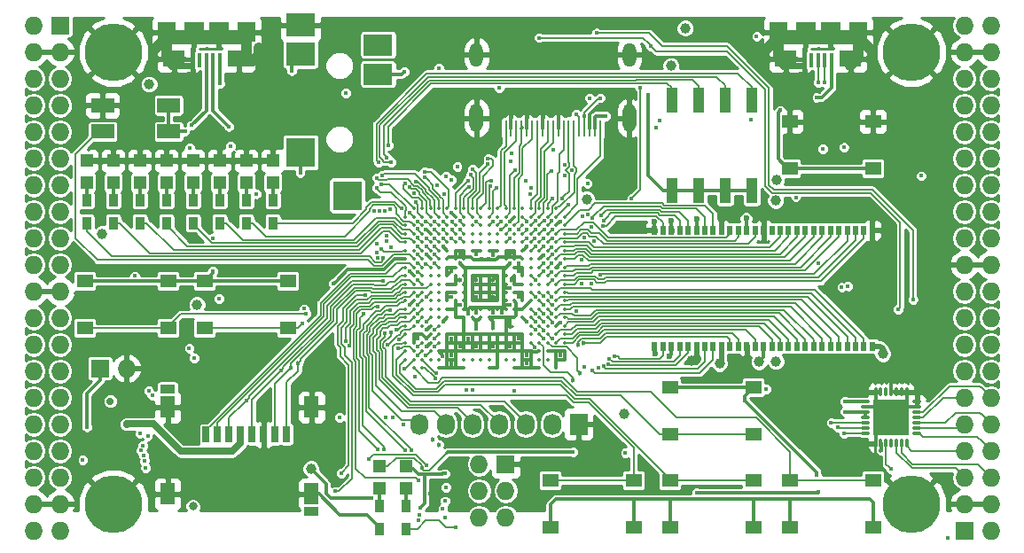
<source format=gtl>
G04 #@! TF.FileFunction,Copper,L1,Top,Signal*
%FSLAX46Y46*%
G04 Gerber Fmt 4.6, Leading zero omitted, Abs format (unit mm)*
G04 Created by KiCad (PCBNEW 4.0.7+dfsg1-1) date Fri Nov 10 23:03:41 2017*
%MOMM*%
%LPD*%
G01*
G04 APERTURE LIST*
%ADD10C,0.100000*%
%ADD11R,1.198880X1.198880*%
%ADD12R,0.560000X0.900000*%
%ADD13R,1.727200X1.727200*%
%ADD14O,1.727200X1.727200*%
%ADD15C,5.500000*%
%ADD16R,2.200000X1.400000*%
%ADD17R,0.900000X1.200000*%
%ADD18R,2.100000X1.600000*%
%ADD19R,1.900000X1.900000*%
%ADD20R,0.400000X1.350000*%
%ADD21R,1.800000X1.900000*%
%ADD22O,0.850000X0.300000*%
%ADD23O,0.300000X0.850000*%
%ADD24R,1.675000X1.675000*%
%ADD25R,1.727200X2.032000*%
%ADD26O,1.727200X2.032000*%
%ADD27R,2.800000X2.200000*%
%ADD28R,2.800000X2.800000*%
%ADD29R,2.800000X2.000000*%
%ADD30O,1.300000X2.700000*%
%ADD31O,1.300000X2.300000*%
%ADD32R,0.250000X1.600000*%
%ADD33R,1.550000X1.300000*%
%ADD34R,1.120000X2.440000*%
%ADD35C,0.350000*%
%ADD36R,0.700000X1.500000*%
%ADD37R,1.450000X0.900000*%
%ADD38R,1.450000X2.000000*%
%ADD39C,0.400000*%
%ADD40C,0.600000*%
%ADD41C,1.000000*%
%ADD42C,0.454000*%
%ADD43C,0.800000*%
%ADD44C,0.700000*%
%ADD45C,0.300000*%
%ADD46C,1.000000*%
%ADD47C,0.600000*%
%ADD48C,0.500000*%
%ADD49C,0.190000*%
%ADD50C,0.200000*%
%ADD51C,0.700000*%
%ADD52C,0.127000*%
%ADD53C,0.254000*%
G04 APERTURE END LIST*
D10*
D11*
X118230000Y-77709020D03*
X118230000Y-75610980D03*
X115690000Y-77709020D03*
X115690000Y-75610980D03*
X113150000Y-77709020D03*
X113150000Y-75610980D03*
X110610000Y-77709020D03*
X110610000Y-75610980D03*
X108070000Y-77709020D03*
X108070000Y-75610980D03*
X105530000Y-77709020D03*
X105530000Y-75610980D03*
X102990000Y-77709020D03*
X102990000Y-75610980D03*
X100450000Y-77709020D03*
X100450000Y-75610980D03*
D12*
X175480000Y-82270000D03*
X154680000Y-93330000D03*
X155480000Y-93330000D03*
X156280000Y-93330000D03*
X157080000Y-93330000D03*
X157880000Y-93330000D03*
X158680000Y-93330000D03*
X159480000Y-93330000D03*
X160280000Y-93330000D03*
X161080000Y-93330000D03*
X161880000Y-93330000D03*
X162680000Y-93330000D03*
X163480000Y-93330000D03*
X164280000Y-93330000D03*
X165080000Y-93330000D03*
X165880000Y-93330000D03*
X166680000Y-93330000D03*
X167480000Y-93330000D03*
X168280000Y-93330000D03*
X169080000Y-93330000D03*
X169880000Y-93330000D03*
X170680000Y-93330000D03*
X171480000Y-93330000D03*
X172280000Y-93330000D03*
X173080000Y-93330000D03*
X173880000Y-93330000D03*
X174680000Y-93330000D03*
X175480000Y-93330000D03*
X174680000Y-82270000D03*
X173880000Y-82270000D03*
X173080000Y-82270000D03*
X172280000Y-82270000D03*
X171480000Y-82270000D03*
X170680000Y-82270000D03*
X169880000Y-82270000D03*
X169080000Y-82270000D03*
X168280000Y-82270000D03*
X167480000Y-82270000D03*
X166680000Y-82270000D03*
X165880000Y-82270000D03*
X165080000Y-82270000D03*
X164280000Y-82270000D03*
X163480000Y-82270000D03*
X162680000Y-82270000D03*
X161880000Y-82270000D03*
X161080000Y-82270000D03*
X160280000Y-82270000D03*
X159480000Y-82270000D03*
X158680000Y-82270000D03*
X157880000Y-82270000D03*
X157080000Y-82270000D03*
X156280000Y-82270000D03*
X155480000Y-82270000D03*
X154680000Y-82270000D03*
D13*
X97910000Y-62690000D03*
D14*
X95370000Y-62690000D03*
X97910000Y-65230000D03*
X95370000Y-65230000D03*
X97910000Y-67770000D03*
X95370000Y-67770000D03*
X97910000Y-70310000D03*
X95370000Y-70310000D03*
X97910000Y-72850000D03*
X95370000Y-72850000D03*
X97910000Y-75390000D03*
X95370000Y-75390000D03*
X97910000Y-77930000D03*
X95370000Y-77930000D03*
X97910000Y-80470000D03*
X95370000Y-80470000D03*
X97910000Y-83010000D03*
X95370000Y-83010000D03*
X97910000Y-85550000D03*
X95370000Y-85550000D03*
X97910000Y-88090000D03*
X95370000Y-88090000D03*
X97910000Y-90630000D03*
X95370000Y-90630000D03*
X97910000Y-93170000D03*
X95370000Y-93170000D03*
X97910000Y-95710000D03*
X95370000Y-95710000D03*
X97910000Y-98250000D03*
X95370000Y-98250000D03*
X97910000Y-100790000D03*
X95370000Y-100790000D03*
X97910000Y-103330000D03*
X95370000Y-103330000D03*
X97910000Y-105870000D03*
X95370000Y-105870000D03*
X97910000Y-108410000D03*
X95370000Y-108410000D03*
X97910000Y-110950000D03*
X95370000Y-110950000D03*
D13*
X184270000Y-110950000D03*
D14*
X186810000Y-110950000D03*
X184270000Y-108410000D03*
X186810000Y-108410000D03*
X184270000Y-105870000D03*
X186810000Y-105870000D03*
X184270000Y-103330000D03*
X186810000Y-103330000D03*
X184270000Y-100790000D03*
X186810000Y-100790000D03*
X184270000Y-98250000D03*
X186810000Y-98250000D03*
X184270000Y-95710000D03*
X186810000Y-95710000D03*
X184270000Y-93170000D03*
X186810000Y-93170000D03*
X184270000Y-90630000D03*
X186810000Y-90630000D03*
X184270000Y-88090000D03*
X186810000Y-88090000D03*
X184270000Y-85550000D03*
X186810000Y-85550000D03*
X184270000Y-83010000D03*
X186810000Y-83010000D03*
X184270000Y-80470000D03*
X186810000Y-80470000D03*
X184270000Y-77930000D03*
X186810000Y-77930000D03*
X184270000Y-75390000D03*
X186810000Y-75390000D03*
X184270000Y-72850000D03*
X186810000Y-72850000D03*
X184270000Y-70310000D03*
X186810000Y-70310000D03*
X184270000Y-67770000D03*
X186810000Y-67770000D03*
X184270000Y-65230000D03*
X186810000Y-65230000D03*
X184270000Y-62690000D03*
X186810000Y-62690000D03*
D15*
X102990000Y-108410000D03*
X179190000Y-108410000D03*
X179190000Y-65230000D03*
X102990000Y-65230000D03*
D16*
X108274000Y-70330000D03*
X101974000Y-70330000D03*
X101974000Y-72830000D03*
X108274000Y-72830000D03*
D13*
X101720000Y-95456000D03*
D14*
X104260000Y-95456000D03*
D11*
X128390000Y-104820980D03*
X128390000Y-106919020D03*
X130930000Y-104820980D03*
X130930000Y-106919020D03*
D17*
X128390000Y-108580000D03*
X128390000Y-110780000D03*
X130930000Y-110780000D03*
X130930000Y-108580000D03*
D18*
X114980000Y-65875000D03*
X108780000Y-65875000D03*
D19*
X113080000Y-63325000D03*
X110680000Y-63325000D03*
D20*
X113180000Y-66000000D03*
X112530000Y-66000000D03*
X111880000Y-66000000D03*
X111230000Y-66000000D03*
X110580000Y-66000000D03*
D21*
X115680000Y-63325000D03*
X108080000Y-63325000D03*
D18*
X173400000Y-65875000D03*
X167200000Y-65875000D03*
D19*
X171500000Y-63325000D03*
X169100000Y-63325000D03*
D20*
X171600000Y-66000000D03*
X170950000Y-66000000D03*
X170300000Y-66000000D03*
X169650000Y-66000000D03*
X169000000Y-66000000D03*
D21*
X174100000Y-63325000D03*
X166500000Y-63325000D03*
D13*
X140455000Y-104600000D03*
D14*
X137915000Y-104600000D03*
X140455000Y-107140000D03*
X137915000Y-107140000D03*
X140455000Y-109680000D03*
X137915000Y-109680000D03*
D17*
X118230000Y-81570000D03*
X118230000Y-79370000D03*
X115690000Y-81570000D03*
X115690000Y-79370000D03*
X113150000Y-81570000D03*
X113150000Y-79370000D03*
X110610000Y-81570000D03*
X110610000Y-79370000D03*
X108070000Y-81570000D03*
X108070000Y-79370000D03*
X105530000Y-81570000D03*
X105530000Y-79370000D03*
X102990000Y-81570000D03*
X102990000Y-79370000D03*
X100450000Y-81570000D03*
X100450000Y-79370000D03*
D22*
X179735000Y-101655000D03*
X179735000Y-101155000D03*
X179735000Y-100655000D03*
X179735000Y-100155000D03*
X179735000Y-99655000D03*
X179735000Y-99155000D03*
X179735000Y-98655000D03*
D23*
X178785000Y-97705000D03*
X178285000Y-97705000D03*
X177785000Y-97705000D03*
X177285000Y-97705000D03*
X176785000Y-97705000D03*
X176285000Y-97705000D03*
X175785000Y-97705000D03*
D22*
X174835000Y-98655000D03*
X174835000Y-99155000D03*
X174835000Y-99655000D03*
X174835000Y-100155000D03*
X174835000Y-100655000D03*
X174835000Y-101155000D03*
X174835000Y-101655000D03*
D23*
X175785000Y-102605000D03*
X176285000Y-102605000D03*
X176785000Y-102605000D03*
X177285000Y-102605000D03*
X177785000Y-102605000D03*
X178285000Y-102605000D03*
X178785000Y-102605000D03*
D24*
X176447500Y-99317500D03*
X176447500Y-100992500D03*
X178122500Y-99317500D03*
X178122500Y-100992500D03*
D25*
X147440000Y-100790000D03*
D26*
X144900000Y-100790000D03*
X142360000Y-100790000D03*
X139820000Y-100790000D03*
X137280000Y-100790000D03*
X134740000Y-100790000D03*
X132200000Y-100790000D03*
D27*
X120880000Y-62640000D03*
X120880000Y-65440000D03*
D28*
X120880000Y-74840000D03*
X125330000Y-78940000D03*
D29*
X128280000Y-67340000D03*
X128280000Y-64540000D03*
D30*
X152280000Y-71550000D03*
X137680000Y-71550000D03*
D31*
X137680000Y-65500000D03*
D32*
X140480000Y-72500000D03*
X140980000Y-72500000D03*
X141480000Y-72500000D03*
X141980000Y-72500000D03*
X142480000Y-72500000D03*
X142980000Y-72500000D03*
X143480000Y-72500000D03*
X143980000Y-72500000D03*
X144480000Y-72500000D03*
X144980000Y-72500000D03*
X145480000Y-72500000D03*
X145980000Y-72500000D03*
X146480000Y-72500000D03*
X146980000Y-72500000D03*
X147480000Y-72500000D03*
X147980000Y-72500000D03*
X148480000Y-72500000D03*
X148980000Y-72500000D03*
X149480000Y-72500000D03*
D31*
X152280000Y-65500000D03*
D33*
X175550000Y-71870000D03*
X175550000Y-76370000D03*
X167590000Y-76370000D03*
X167590000Y-71870000D03*
X100280000Y-91610000D03*
X100280000Y-87110000D03*
X108240000Y-87110000D03*
X108240000Y-91610000D03*
X111710000Y-91610000D03*
X111710000Y-87110000D03*
X119670000Y-87110000D03*
X119670000Y-91610000D03*
X156160000Y-101770000D03*
X156160000Y-97270000D03*
X164120000Y-97270000D03*
X164120000Y-101770000D03*
X164120000Y-106160000D03*
X164120000Y-110660000D03*
X156160000Y-110660000D03*
X156160000Y-106160000D03*
X152690000Y-106160000D03*
X152690000Y-110660000D03*
X144730000Y-110660000D03*
X144730000Y-106160000D03*
X175550000Y-106160000D03*
X175550000Y-110660000D03*
X167590000Y-110660000D03*
X167590000Y-106160000D03*
D34*
X163950000Y-69815000D03*
X156330000Y-78425000D03*
X161410000Y-69815000D03*
X158870000Y-78425000D03*
X158870000Y-69815000D03*
X161410000Y-78425000D03*
X156330000Y-69815000D03*
X163950000Y-78425000D03*
D35*
X131680000Y-80200000D03*
X132480000Y-80200000D03*
X133280000Y-80200000D03*
X134080000Y-80200000D03*
X134880000Y-80200000D03*
X135680000Y-80200000D03*
X136480000Y-80200000D03*
X137280000Y-80200000D03*
X138080000Y-80200000D03*
X138880000Y-80200000D03*
X139680000Y-80200000D03*
X140480000Y-80200000D03*
X141280000Y-80200000D03*
X142080000Y-80200000D03*
X142880000Y-80200000D03*
X143680000Y-80200000D03*
X144480000Y-80200000D03*
X145280000Y-80200000D03*
X130880000Y-81000000D03*
X131680000Y-81000000D03*
X132480000Y-81000000D03*
X133280000Y-81000000D03*
X134080000Y-81000000D03*
X134880000Y-81000000D03*
X135680000Y-81000000D03*
X136480000Y-81000000D03*
X137280000Y-81000000D03*
X138080000Y-81000000D03*
X138880000Y-81000000D03*
X139680000Y-81000000D03*
X140480000Y-81000000D03*
X141280000Y-81000000D03*
X142080000Y-81000000D03*
X142880000Y-81000000D03*
X143680000Y-81000000D03*
X144480000Y-81000000D03*
X145280000Y-81000000D03*
X146080000Y-81000000D03*
X130880000Y-81800000D03*
X131680000Y-81800000D03*
X132480000Y-81800000D03*
X133280000Y-81800000D03*
X134080000Y-81800000D03*
X134880000Y-81800000D03*
X135680000Y-81800000D03*
X136480000Y-81800000D03*
X137280000Y-81800000D03*
X138080000Y-81800000D03*
X138880000Y-81800000D03*
X139680000Y-81800000D03*
X140480000Y-81800000D03*
X141280000Y-81800000D03*
X142080000Y-81800000D03*
X142880000Y-81800000D03*
X143680000Y-81800000D03*
X144480000Y-81800000D03*
X145280000Y-81800000D03*
X146080000Y-81800000D03*
X130880000Y-82600000D03*
X131680000Y-82600000D03*
X132480000Y-82600000D03*
X133280000Y-82600000D03*
X134080000Y-82600000D03*
X134880000Y-82600000D03*
X135680000Y-82600000D03*
X136480000Y-82600000D03*
X137280000Y-82600000D03*
X138080000Y-82600000D03*
X138880000Y-82600000D03*
X139680000Y-82600000D03*
X140480000Y-82600000D03*
X141280000Y-82600000D03*
X142080000Y-82600000D03*
X142880000Y-82600000D03*
X143680000Y-82600000D03*
X144480000Y-82600000D03*
X145280000Y-82600000D03*
X146080000Y-82600000D03*
X130880000Y-83400000D03*
X131680000Y-83400000D03*
X132480000Y-83400000D03*
X133280000Y-83400000D03*
X134080000Y-83400000D03*
X134880000Y-83400000D03*
X135680000Y-83400000D03*
X136480000Y-83400000D03*
X137280000Y-83400000D03*
X138080000Y-83400000D03*
X138880000Y-83400000D03*
X139680000Y-83400000D03*
X140480000Y-83400000D03*
X141280000Y-83400000D03*
X142080000Y-83400000D03*
X142880000Y-83400000D03*
X143680000Y-83400000D03*
X144480000Y-83400000D03*
X145280000Y-83400000D03*
X146080000Y-83400000D03*
X130880000Y-84200000D03*
X131680000Y-84200000D03*
X132480000Y-84200000D03*
X133280000Y-84200000D03*
X134080000Y-84200000D03*
X134880000Y-84200000D03*
X135680000Y-84200000D03*
X136480000Y-84200000D03*
X137280000Y-84200000D03*
X138080000Y-84200000D03*
X138880000Y-84200000D03*
X139680000Y-84200000D03*
X140480000Y-84200000D03*
X141280000Y-84200000D03*
X142080000Y-84200000D03*
X142880000Y-84200000D03*
X143680000Y-84200000D03*
X144480000Y-84200000D03*
X145280000Y-84200000D03*
X146080000Y-84200000D03*
X130880000Y-85000000D03*
X131680000Y-85000000D03*
X132480000Y-85000000D03*
X133280000Y-85000000D03*
X134080000Y-85000000D03*
X134880000Y-85000000D03*
X135680000Y-85000000D03*
X136480000Y-85000000D03*
X137280000Y-85000000D03*
X138080000Y-85000000D03*
X138880000Y-85000000D03*
X139680000Y-85000000D03*
X140480000Y-85000000D03*
X141280000Y-85000000D03*
X142080000Y-85000000D03*
X142880000Y-85000000D03*
X143680000Y-85000000D03*
X144480000Y-85000000D03*
X145280000Y-85000000D03*
X146080000Y-85000000D03*
X130880000Y-85800000D03*
X131680000Y-85800000D03*
X132480000Y-85800000D03*
X133280000Y-85800000D03*
X134080000Y-85800000D03*
X134880000Y-85800000D03*
X135680000Y-85800000D03*
X136480000Y-85800000D03*
X137280000Y-85800000D03*
X138080000Y-85800000D03*
X138880000Y-85800000D03*
X139680000Y-85800000D03*
X140480000Y-85800000D03*
X141280000Y-85800000D03*
X142080000Y-85800000D03*
X142880000Y-85800000D03*
X143680000Y-85800000D03*
X144480000Y-85800000D03*
X145280000Y-85800000D03*
X146080000Y-85800000D03*
X130880000Y-86600000D03*
X131680000Y-86600000D03*
X132480000Y-86600000D03*
X133280000Y-86600000D03*
X134080000Y-86600000D03*
X134880000Y-86600000D03*
X135680000Y-86600000D03*
X136480000Y-86600000D03*
X137280000Y-86600000D03*
X138080000Y-86600000D03*
X138880000Y-86600000D03*
X139680000Y-86600000D03*
X140480000Y-86600000D03*
X141280000Y-86600000D03*
X142080000Y-86600000D03*
X142880000Y-86600000D03*
X143680000Y-86600000D03*
X144480000Y-86600000D03*
X145280000Y-86600000D03*
X146080000Y-86600000D03*
X130880000Y-87400000D03*
X131680000Y-87400000D03*
X132480000Y-87400000D03*
X133280000Y-87400000D03*
X134080000Y-87400000D03*
X134880000Y-87400000D03*
X135680000Y-87400000D03*
X136480000Y-87400000D03*
X137280000Y-87400000D03*
X138080000Y-87400000D03*
X138880000Y-87400000D03*
X139680000Y-87400000D03*
X140480000Y-87400000D03*
X141280000Y-87400000D03*
X142080000Y-87400000D03*
X142880000Y-87400000D03*
X143680000Y-87400000D03*
X144480000Y-87400000D03*
X145280000Y-87400000D03*
X146080000Y-87400000D03*
X130880000Y-88200000D03*
X131680000Y-88200000D03*
X132480000Y-88200000D03*
X133280000Y-88200000D03*
X134080000Y-88200000D03*
X134880000Y-88200000D03*
X135680000Y-88200000D03*
X136480000Y-88200000D03*
X137280000Y-88200000D03*
X138080000Y-88200000D03*
X138880000Y-88200000D03*
X139680000Y-88200000D03*
X140480000Y-88200000D03*
X141280000Y-88200000D03*
X142080000Y-88200000D03*
X142880000Y-88200000D03*
X143680000Y-88200000D03*
X144480000Y-88200000D03*
X145280000Y-88200000D03*
X146080000Y-88200000D03*
X130880000Y-89000000D03*
X131680000Y-89000000D03*
X132480000Y-89000000D03*
X133280000Y-89000000D03*
X134080000Y-89000000D03*
X134880000Y-89000000D03*
X135680000Y-89000000D03*
X136480000Y-89000000D03*
X137280000Y-89000000D03*
X138080000Y-89000000D03*
X138880000Y-89000000D03*
X139680000Y-89000000D03*
X140480000Y-89000000D03*
X141280000Y-89000000D03*
X142080000Y-89000000D03*
X142880000Y-89000000D03*
X143680000Y-89000000D03*
X144480000Y-89000000D03*
X145280000Y-89000000D03*
X146080000Y-89000000D03*
X130880000Y-89800000D03*
X131680000Y-89800000D03*
X132480000Y-89800000D03*
X133280000Y-89800000D03*
X134080000Y-89800000D03*
X134880000Y-89800000D03*
X135680000Y-89800000D03*
X136480000Y-89800000D03*
X137280000Y-89800000D03*
X138080000Y-89800000D03*
X138880000Y-89800000D03*
X139680000Y-89800000D03*
X140480000Y-89800000D03*
X141280000Y-89800000D03*
X142080000Y-89800000D03*
X142880000Y-89800000D03*
X143680000Y-89800000D03*
X144480000Y-89800000D03*
X145280000Y-89800000D03*
X146080000Y-89800000D03*
X130880000Y-90600000D03*
X131680000Y-90600000D03*
X132480000Y-90600000D03*
X133280000Y-90600000D03*
X134080000Y-90600000D03*
X134880000Y-90600000D03*
X135680000Y-90600000D03*
X136480000Y-90600000D03*
X137280000Y-90600000D03*
X138080000Y-90600000D03*
X138880000Y-90600000D03*
X139680000Y-90600000D03*
X140480000Y-90600000D03*
X141280000Y-90600000D03*
X142080000Y-90600000D03*
X142880000Y-90600000D03*
X143680000Y-90600000D03*
X144480000Y-90600000D03*
X145280000Y-90600000D03*
X146080000Y-90600000D03*
X130880000Y-91400000D03*
X131680000Y-91400000D03*
X132480000Y-91400000D03*
X133280000Y-91400000D03*
X134080000Y-91400000D03*
X142880000Y-91400000D03*
X143680000Y-91400000D03*
X144480000Y-91400000D03*
X145280000Y-91400000D03*
X146080000Y-91400000D03*
X130880000Y-92200000D03*
X131680000Y-92200000D03*
X132480000Y-92200000D03*
X133280000Y-92200000D03*
X134080000Y-92200000D03*
X134880000Y-92200000D03*
X135680000Y-92200000D03*
X136480000Y-92200000D03*
X137280000Y-92200000D03*
X138080000Y-92200000D03*
X138880000Y-92200000D03*
X139680000Y-92200000D03*
X140480000Y-92200000D03*
X141280000Y-92200000D03*
X142080000Y-92200000D03*
X142880000Y-92200000D03*
X143680000Y-92200000D03*
X144480000Y-92200000D03*
X145280000Y-92200000D03*
X146080000Y-92200000D03*
X130880000Y-93000000D03*
X131680000Y-93000000D03*
X132480000Y-93000000D03*
X133280000Y-93000000D03*
X134080000Y-93000000D03*
X134880000Y-93000000D03*
X135680000Y-93000000D03*
X136480000Y-93000000D03*
X137280000Y-93000000D03*
X138080000Y-93000000D03*
X138880000Y-93000000D03*
X139680000Y-93000000D03*
X140480000Y-93000000D03*
X141280000Y-93000000D03*
X142080000Y-93000000D03*
X142880000Y-93000000D03*
X143680000Y-93000000D03*
X144480000Y-93000000D03*
X145280000Y-93000000D03*
X146080000Y-93000000D03*
X130880000Y-93800000D03*
X131680000Y-93800000D03*
X132480000Y-93800000D03*
X133280000Y-93800000D03*
X134080000Y-93800000D03*
X134880000Y-93800000D03*
X135680000Y-93800000D03*
X136480000Y-93800000D03*
X137280000Y-93800000D03*
X138080000Y-93800000D03*
X138880000Y-93800000D03*
X139680000Y-93800000D03*
X140480000Y-93800000D03*
X141280000Y-93800000D03*
X142080000Y-93800000D03*
X142880000Y-93800000D03*
X143680000Y-93800000D03*
X144480000Y-93800000D03*
X145280000Y-93800000D03*
X146080000Y-93800000D03*
X130880000Y-94600000D03*
X131680000Y-94600000D03*
X132480000Y-94600000D03*
X133280000Y-94600000D03*
X134080000Y-94600000D03*
X134880000Y-94600000D03*
X135680000Y-94600000D03*
X136480000Y-94600000D03*
X137280000Y-94600000D03*
X138080000Y-94600000D03*
X138880000Y-94600000D03*
X139680000Y-94600000D03*
X140480000Y-94600000D03*
X141280000Y-94600000D03*
X142080000Y-94600000D03*
X142880000Y-94600000D03*
X143680000Y-94600000D03*
X144480000Y-94600000D03*
X145280000Y-94600000D03*
X146080000Y-94600000D03*
X131680000Y-95400000D03*
X132480000Y-95400000D03*
X134080000Y-95400000D03*
X134880000Y-95400000D03*
X135680000Y-95400000D03*
X136480000Y-95400000D03*
X138880000Y-95400000D03*
X139680000Y-95400000D03*
X141280000Y-95400000D03*
X142080000Y-95400000D03*
X142880000Y-95400000D03*
X143680000Y-95400000D03*
X145280000Y-95400000D03*
D36*
X111855000Y-101765000D03*
X112955000Y-101765000D03*
X114055000Y-101765000D03*
X115155000Y-101765000D03*
X116255000Y-101765000D03*
X117355000Y-101765000D03*
X118455000Y-101765000D03*
X119555000Y-101765000D03*
D37*
X108180000Y-97465000D03*
X121930000Y-109115000D03*
D38*
X121930000Y-99165000D03*
X108180000Y-99165000D03*
X108180000Y-107465000D03*
X121930000Y-107465000D03*
D39*
X131278306Y-86213101D03*
X135281276Y-80583119D03*
X131279502Y-89407325D03*
X132880424Y-84590510D03*
X170309539Y-85441529D03*
X145698456Y-91073766D03*
D40*
X156262773Y-81349374D03*
X154657528Y-81463649D03*
D41*
X158233687Y-94760979D03*
D39*
X145672808Y-85396062D03*
X144103186Y-84622010D03*
X133216000Y-107465000D03*
X137680000Y-88600000D03*
X142480000Y-95000000D03*
X141680000Y-92600000D03*
X140836000Y-84534000D03*
X135284627Y-94985297D03*
X135288625Y-94225619D03*
X134455822Y-94267172D03*
X136095958Y-93369652D03*
D42*
X139264636Y-91615205D03*
D41*
X116880503Y-64802940D03*
X106974809Y-64953974D03*
X175210328Y-64948943D03*
X165417246Y-64954666D03*
D39*
X175495631Y-71457432D03*
X132810347Y-82177990D03*
X145680000Y-94177990D03*
X177285000Y-95710000D03*
D41*
X177229911Y-82281349D03*
D40*
X164741832Y-81130572D03*
X161067993Y-81216119D03*
D41*
X162992748Y-94820185D03*
D39*
X140880000Y-81400000D03*
X136085174Y-89394826D03*
X145680000Y-81400000D03*
X140874194Y-91433353D03*
X142480000Y-94200000D03*
X140880000Y-93400000D03*
X139280000Y-93400000D03*
X137680000Y-93400000D03*
X136880000Y-92600000D03*
X135280000Y-92600000D03*
X132880000Y-91800000D03*
X132880000Y-93400000D03*
D42*
X141042859Y-86994997D03*
X139280000Y-87000000D03*
X136110990Y-86995403D03*
X137680000Y-87000000D03*
X136080000Y-84600000D03*
X139280000Y-88600000D03*
D41*
X166343357Y-77477990D03*
D39*
X172564535Y-87722010D03*
D41*
X121861867Y-105030174D03*
D39*
X150030853Y-71331848D03*
X127656639Y-107816792D03*
D41*
X156235582Y-66548363D03*
X166248957Y-79408030D03*
X101932065Y-82585048D03*
X106417803Y-68312483D03*
X166280000Y-94800000D03*
X157600000Y-62944000D03*
D39*
X180137420Y-77069467D03*
X148271935Y-77777990D03*
D43*
X110593913Y-108636458D03*
D41*
X160884708Y-94994498D03*
D40*
X156077107Y-94326957D03*
X154726292Y-94009946D03*
D39*
X173137949Y-87594275D03*
D41*
X148202454Y-79278787D03*
D44*
X102710050Y-98594954D03*
D39*
X154794000Y-72426000D03*
X129005202Y-100174798D03*
X137659051Y-91638034D03*
X139820000Y-68665673D03*
X172834633Y-99599920D03*
X172879922Y-98618650D03*
X176305593Y-103279812D03*
X165349214Y-97422919D03*
X164433885Y-63737451D03*
X134079160Y-66786153D03*
X109828000Y-72830000D03*
X116654336Y-78777990D03*
D41*
X176474303Y-94069095D03*
D40*
X163422030Y-81120665D03*
X158680000Y-81210838D03*
D39*
X112515000Y-83010000D03*
X100080000Y-104200000D03*
X113080000Y-88800000D03*
D41*
X164653770Y-94825547D03*
D39*
X135273306Y-88618602D03*
X139272517Y-84611349D03*
X137680556Y-84534085D03*
X141680000Y-86200000D03*
X135280000Y-86200000D03*
X132880000Y-92600000D03*
X132080000Y-92600000D03*
X141680000Y-88600000D03*
X141680000Y-85400000D03*
D41*
X151758000Y-99774000D03*
D39*
X136885174Y-90194826D03*
X140094890Y-90122990D03*
X139280000Y-90122990D03*
X140880000Y-89400000D03*
X137680000Y-90172990D03*
X140880000Y-87800000D03*
X140880000Y-85400000D03*
D42*
X136080000Y-85400000D03*
D39*
X121401947Y-90251871D03*
X129988160Y-91721995D03*
X130302262Y-92700329D03*
X121041200Y-91125073D03*
D41*
X110991000Y-89360000D03*
D39*
X142480000Y-91000000D03*
X142480000Y-83800000D03*
X134480000Y-83800000D03*
X134480000Y-91000000D03*
X125193541Y-69156848D03*
X105037711Y-86632990D03*
X155149360Y-71764535D03*
X170182962Y-69571012D03*
X170362901Y-107286196D03*
X158716651Y-107325176D03*
X137295592Y-97538017D03*
X134750646Y-106810513D03*
X133680000Y-91800000D03*
D42*
X134074414Y-102752225D03*
D39*
X136740903Y-97514503D03*
X134675868Y-108131585D03*
D42*
X133449289Y-102232615D03*
D39*
X133680000Y-92600000D03*
X133685482Y-93402296D03*
X127358154Y-104128048D03*
X132936956Y-104698915D03*
X134463998Y-108841973D03*
X130692380Y-100790000D03*
X131808905Y-96227367D03*
X134636872Y-109719950D03*
X132846234Y-94197073D03*
X120834553Y-76779094D03*
X130761990Y-67119621D03*
X147186000Y-71200000D03*
X148477832Y-69619684D03*
X147983153Y-71347080D03*
X149475951Y-69619684D03*
X177926984Y-89812061D03*
X154329326Y-64643767D03*
X152497066Y-79193467D03*
X146481406Y-79819384D03*
X153322343Y-68673419D03*
X143650666Y-63862520D03*
X179351513Y-88868327D03*
X149134122Y-63424051D03*
X140035989Y-81400000D03*
X132083026Y-86260405D03*
X128776655Y-87135140D03*
X115729998Y-98493136D03*
X119008515Y-95662939D03*
D42*
X119978162Y-95412951D03*
X120634035Y-94977604D03*
D39*
X113212238Y-68244401D03*
X144962492Y-79235378D03*
X145834002Y-79198109D03*
X131453853Y-103260518D03*
X149771692Y-81825658D03*
X144080000Y-86200000D03*
X149520824Y-86534121D03*
X144894316Y-86977564D03*
X144873936Y-83860397D03*
X149549750Y-80868432D03*
D42*
X147355672Y-93219294D03*
D39*
X144113248Y-92588762D03*
X144875155Y-86218896D03*
X149846468Y-81303978D03*
X144916886Y-83016385D03*
X148719886Y-81056015D03*
D42*
X147915304Y-93063131D03*
D39*
X144882352Y-92577990D03*
X148747982Y-95669626D03*
X144891634Y-91073766D03*
X149795895Y-95251084D03*
X144867244Y-90229755D03*
X150278898Y-95040253D03*
X144892596Y-89385743D03*
X150345974Y-94517527D03*
X144877648Y-88622010D03*
X150889207Y-94332565D03*
X143280000Y-87000000D03*
X130807074Y-95454141D03*
X130171404Y-93544341D03*
X132080000Y-93400000D03*
X129196652Y-93209125D03*
X133852393Y-95875797D03*
X141280000Y-97600000D03*
X133762848Y-96395146D03*
X132080000Y-94200000D03*
X128606250Y-84075792D03*
X105895603Y-103765816D03*
X132075624Y-89410644D03*
X129449238Y-89926948D03*
X130839486Y-103260518D03*
X128806823Y-103185900D03*
X128251440Y-89564206D03*
X132162861Y-106185868D03*
X132880000Y-88600000D03*
X127040053Y-88481065D03*
X124741825Y-105494691D03*
X132080000Y-87000000D03*
X125499542Y-93250681D03*
X124202418Y-107207639D03*
X110313517Y-74380698D03*
X132146108Y-109940263D03*
X114166000Y-74247000D03*
X132189000Y-109415000D03*
X135360607Y-81398832D03*
X135280062Y-77463305D03*
X134516595Y-81406751D03*
X134758050Y-77130140D03*
X132761172Y-77202673D03*
X132737245Y-76676207D03*
X128644933Y-77050030D03*
X128152012Y-77241956D03*
X128125571Y-78233647D03*
X110718734Y-94451783D03*
X128590544Y-77894041D03*
X110249038Y-93533767D03*
X106368514Y-97613395D03*
X131253134Y-78134216D03*
X132783337Y-81400005D03*
X106741168Y-98035405D03*
X131709326Y-78745875D03*
X132081314Y-82947358D03*
X129127994Y-82782061D03*
X105572759Y-101661319D03*
X129055959Y-83304126D03*
X132886504Y-83790510D03*
X106281049Y-101893466D03*
X132083682Y-83791369D03*
X129521181Y-83853729D03*
X105813763Y-102819336D03*
X132062099Y-84572382D03*
X128165458Y-83528763D03*
X105627254Y-103312241D03*
X128184156Y-84391351D03*
X105992720Y-104283802D03*
X133671942Y-84595200D03*
X128258561Y-84913084D03*
X132845205Y-85455557D03*
X106088753Y-104974041D03*
D42*
X146862501Y-96617499D03*
X147534467Y-95913260D03*
D39*
X147927932Y-95329243D03*
X143280000Y-91000000D03*
X149284391Y-95377990D03*
X144077013Y-90266968D03*
X147207648Y-89973043D03*
X144076240Y-89395301D03*
X143281824Y-90201951D03*
X144102010Y-85397219D03*
X147687522Y-85093328D03*
X144868096Y-85371354D03*
X148610669Y-81900026D03*
X144102010Y-83000000D03*
X144888125Y-82172374D03*
X147695541Y-87377990D03*
X144082832Y-88584510D03*
X148688598Y-87378077D03*
X143278026Y-88595030D03*
X144125486Y-82186468D03*
X148298275Y-80739810D03*
X144876540Y-81328363D03*
X147802234Y-80917812D03*
X139280000Y-81400000D03*
X139578623Y-78205862D03*
X139034115Y-78040948D03*
X139046749Y-77514088D03*
X138775679Y-75942989D03*
X138779198Y-75400762D03*
X137680000Y-81400000D03*
X137308732Y-76415018D03*
X137106948Y-76979922D03*
X136859538Y-77550820D03*
X136922059Y-78097889D03*
X136141618Y-81385046D03*
X135830698Y-76200613D03*
X148878722Y-83261032D03*
X144915665Y-84598743D03*
X148001372Y-82958777D03*
X144103186Y-83777990D03*
X142841210Y-78784254D03*
X142473549Y-82998913D03*
X142437464Y-82181475D03*
X142911762Y-78217369D03*
X144144931Y-81387081D03*
X146080163Y-77044970D03*
X144797106Y-76565342D03*
X143281475Y-82206074D03*
X146778972Y-76522403D03*
X143300920Y-81377293D03*
X146080000Y-76000000D03*
X141662690Y-82207782D03*
X145017056Y-74592808D03*
X142456909Y-81405800D03*
X140030954Y-82200000D03*
X141342967Y-76554996D03*
X141046643Y-74873804D03*
X140864029Y-83041403D03*
X140874966Y-82177164D03*
X140980062Y-75681941D03*
X132880000Y-83009490D03*
X132080007Y-82103333D03*
X132080000Y-81400000D03*
X131847310Y-79589886D03*
X130856828Y-77786820D03*
X131923295Y-77584853D03*
X133648389Y-82190597D03*
X133672584Y-81414685D03*
X129477855Y-92000822D03*
X132880000Y-91000000D03*
X128879646Y-92111037D03*
X132077648Y-90977990D03*
X131275302Y-80595752D03*
X130489904Y-80167235D03*
X132073622Y-85416393D03*
X128785565Y-84928838D03*
X134476508Y-82180155D03*
X133942383Y-77980766D03*
X163908850Y-71651861D03*
X135656559Y-110610712D03*
X132448438Y-104994496D03*
X146844288Y-103452739D03*
X134707351Y-105508447D03*
X132280000Y-108800000D03*
D44*
X104260000Y-100790000D03*
D39*
X112515000Y-86185000D03*
X169506589Y-107953726D03*
X163277422Y-98501717D03*
X170157734Y-105666345D03*
X170735900Y-74464979D03*
X143257990Y-83000000D03*
X168166438Y-79108038D03*
X151896383Y-103510715D03*
X114039000Y-72342000D03*
X110483000Y-72215000D03*
X143269694Y-93414905D03*
X177274002Y-105079115D03*
X172761273Y-101651681D03*
X143280000Y-91800000D03*
X172193360Y-101105663D03*
X144064831Y-91877646D03*
X171540304Y-100645743D03*
X144080000Y-91000000D03*
X154044000Y-69294000D03*
X128349062Y-75753924D03*
X134613000Y-78819000D03*
X135280000Y-83022010D03*
X135320520Y-82196441D03*
X129493343Y-75737814D03*
X136080000Y-82200000D03*
X129125079Y-75315804D03*
X136080000Y-83000000D03*
X129252218Y-74142461D03*
X142393877Y-77513877D03*
X172746637Y-74347988D03*
X143280000Y-83800000D03*
X170300000Y-68151000D03*
X170950000Y-68125562D03*
X125167387Y-92841517D03*
X121206217Y-89762554D03*
X132082956Y-90210779D03*
X182675150Y-111637626D03*
X124027706Y-87347706D03*
X124027707Y-87347707D03*
X166678914Y-70803555D03*
X129660000Y-100155000D03*
X124580000Y-100155000D03*
X132084049Y-88558274D03*
X126880008Y-90276109D03*
X128280000Y-103200000D03*
X100450000Y-101044000D03*
X120008000Y-67008000D03*
X127889625Y-80407426D03*
X133680000Y-85400000D03*
X128416582Y-80399850D03*
X133680000Y-83800000D03*
X128943593Y-80399729D03*
X133680000Y-83000000D03*
X129457990Y-80285112D03*
X134480000Y-83000000D03*
D45*
X131293101Y-86213101D02*
X131278306Y-86213101D01*
X131680000Y-86600000D02*
X131293101Y-86213101D01*
X140480000Y-90600000D02*
X140480000Y-92200000D01*
X135281276Y-80601276D02*
X135281276Y-80583119D01*
X135680000Y-81000000D02*
X135281276Y-80601276D01*
X131279502Y-89400498D02*
X131279502Y-89407325D01*
X131680000Y-89000000D02*
X131279502Y-89400498D01*
X133280000Y-85000000D02*
X132880424Y-84600424D01*
X132880424Y-84600424D02*
X132880424Y-84590510D01*
X145280000Y-91400000D02*
X145606234Y-91073766D01*
X145606234Y-91073766D02*
X145698456Y-91073766D01*
X156280000Y-82270000D02*
X156280000Y-81366601D01*
X156280000Y-81366601D02*
X156262773Y-81349374D01*
X154680000Y-81486121D02*
X154657528Y-81463649D01*
X154680000Y-82270000D02*
X154680000Y-81486121D01*
X158680000Y-93330000D02*
X158680000Y-94314666D01*
X158680000Y-94314666D02*
X158233687Y-94760979D01*
X145672808Y-85407192D02*
X145672808Y-85396062D01*
X145280000Y-85800000D02*
X145672808Y-85407192D01*
X143680000Y-85000000D02*
X144057990Y-84622010D01*
X144057990Y-84622010D02*
X144103186Y-84622010D01*
X148480000Y-71200000D02*
X149230000Y-70450000D01*
X148480000Y-72500000D02*
X148480000Y-71200000D01*
X145480000Y-72500000D02*
X145480000Y-71200000D01*
X143980000Y-72500000D02*
X143980000Y-71200000D01*
X142480000Y-72500000D02*
X142480000Y-71450000D01*
X142480000Y-71200000D02*
X142480000Y-71450000D01*
X140980000Y-72500000D02*
X140980000Y-71200000D01*
X121930000Y-107465000D02*
X122619000Y-107465000D01*
X122619000Y-107465000D02*
X124580000Y-109426000D01*
X124580000Y-109426000D02*
X127186000Y-109426000D01*
X127186000Y-109426000D02*
X128390000Y-110630000D01*
X128390000Y-110630000D02*
X128390000Y-110780000D01*
X137280000Y-89000000D02*
X137680000Y-88600000D01*
X142480000Y-94600000D02*
X142880000Y-94600000D01*
X142080000Y-94600000D02*
X142480000Y-94600000D01*
X142480000Y-94600000D02*
X142480000Y-95000000D01*
X141680000Y-92200000D02*
X142080000Y-92200000D01*
X141280000Y-92200000D02*
X141680000Y-92200000D01*
X141680000Y-92200000D02*
X141680000Y-92600000D01*
X141280000Y-84200000D02*
X141170000Y-84200000D01*
X141170000Y-84200000D02*
X140836000Y-84534000D01*
X135284627Y-95395373D02*
X135284627Y-95268139D01*
X135280000Y-95400000D02*
X135284627Y-95395373D01*
X135284627Y-95268139D02*
X135284627Y-94985297D01*
X135288625Y-93942777D02*
X135288625Y-94225619D01*
X135288625Y-93808625D02*
X135288625Y-93942777D01*
X135280000Y-93800000D02*
X135288625Y-93808625D01*
X134455822Y-94175822D02*
X134455822Y-94267172D01*
X134080000Y-93800000D02*
X134455822Y-94175822D01*
X145280000Y-94600000D02*
X145280000Y-95400000D01*
X143498655Y-93891906D02*
X143590561Y-93800000D01*
X143040733Y-93891906D02*
X143498655Y-93891906D01*
X142880000Y-93800000D02*
X142948827Y-93800000D01*
X142948827Y-93800000D02*
X143040733Y-93891906D01*
X143590561Y-93800000D02*
X143680000Y-93800000D01*
X145280000Y-93800000D02*
X144480000Y-93800000D01*
X146080000Y-94600000D02*
X146080000Y-93800000D01*
X145280000Y-94600000D02*
X146080000Y-94600000D01*
X142080000Y-95400000D02*
X142080000Y-94600000D01*
X142880000Y-95400000D02*
X142880000Y-94600000D01*
X142880000Y-95400000D02*
X143680000Y-95400000D01*
X142080000Y-95400000D02*
X142880000Y-95400000D01*
X141280000Y-95400000D02*
X142080000Y-95400000D01*
X142080000Y-93000000D02*
X142080000Y-93800000D01*
X138880000Y-92200000D02*
X138880000Y-93000000D01*
X139680000Y-92200000D02*
X139680000Y-93000000D01*
X140480000Y-93000000D02*
X140480000Y-92200000D01*
X141280000Y-93000000D02*
X141280000Y-92200000D01*
X142080000Y-93000000D02*
X141280000Y-93000000D01*
X142080000Y-92200000D02*
X142080000Y-93000000D01*
X140480000Y-92200000D02*
X141280000Y-92200000D01*
X139680000Y-92200000D02*
X140480000Y-92200000D01*
X138880000Y-92200000D02*
X139680000Y-92200000D01*
X138080000Y-92200000D02*
X138880000Y-92200000D01*
X136095958Y-93086810D02*
X136095958Y-93369652D01*
X136080000Y-93000000D02*
X136095958Y-93015958D01*
X136095958Y-93015958D02*
X136095958Y-93086810D01*
X139264636Y-91294179D02*
X139264636Y-91615205D01*
X139264636Y-90984636D02*
X139264636Y-91294179D01*
X138880000Y-90600000D02*
X139264636Y-90984636D01*
D46*
X116880503Y-65510046D02*
X116880503Y-64802940D01*
X116265561Y-66124988D02*
X116880503Y-65510046D01*
X115680000Y-65910000D02*
X115894988Y-66124988D01*
X115680000Y-63960000D02*
X115680000Y-65910000D01*
X115894988Y-66124988D02*
X116265561Y-66124988D01*
X107474808Y-64453975D02*
X106974809Y-64953974D01*
X107968783Y-63960000D02*
X107474808Y-64453975D01*
X108080000Y-63960000D02*
X107968783Y-63960000D01*
X174710329Y-64448944D02*
X175210328Y-64948943D01*
X174100000Y-63960000D02*
X174221385Y-63960000D01*
X174221385Y-63960000D02*
X174710329Y-64448944D01*
X165917245Y-64454667D02*
X165417246Y-64954666D01*
X166411912Y-63960000D02*
X165917245Y-64454667D01*
X166500000Y-63960000D02*
X166411912Y-63960000D01*
D45*
X175495631Y-71740274D02*
X175495631Y-71457432D01*
X175495631Y-72230631D02*
X175495631Y-71740274D01*
X175535000Y-72270000D02*
X175495631Y-72230631D01*
D47*
X108780000Y-66510000D02*
X110455000Y-66510000D01*
D45*
X110455000Y-66510000D02*
X110580000Y-66635000D01*
D46*
X108080000Y-63960000D02*
X108080000Y-65810000D01*
X108080000Y-65810000D02*
X108780000Y-66510000D01*
X115680000Y-63960000D02*
X115680000Y-65810000D01*
D45*
X115680000Y-65810000D02*
X114980000Y-66510000D01*
D46*
X113080000Y-63960000D02*
X115680000Y-63960000D01*
X110680000Y-63960000D02*
X113080000Y-63960000D01*
X108080000Y-63960000D02*
X110680000Y-63960000D01*
D47*
X167200000Y-66510000D02*
X168875000Y-66510000D01*
D45*
X168875000Y-66510000D02*
X169000000Y-66635000D01*
D46*
X174100000Y-63960000D02*
X174100000Y-65810000D01*
X174100000Y-65810000D02*
X173400000Y-66510000D01*
X166500000Y-63960000D02*
X166500000Y-65810000D01*
X166500000Y-65810000D02*
X167200000Y-66510000D01*
X171500000Y-63960000D02*
X174100000Y-63960000D01*
X169100000Y-63960000D02*
X171500000Y-63960000D01*
X166500000Y-63960000D02*
X169100000Y-63960000D01*
D45*
X132857990Y-82177990D02*
X132810347Y-82177990D01*
X133280000Y-82600000D02*
X132857990Y-82177990D01*
X145680000Y-93800000D02*
X145680000Y-94177990D01*
X178785000Y-97705000D02*
X178785000Y-98655000D01*
X178785000Y-98655000D02*
X178122500Y-99317500D01*
X176285000Y-97705000D02*
X175785000Y-97705000D01*
X175785000Y-102605000D02*
X175785000Y-101655000D01*
X175785000Y-101655000D02*
X176447500Y-100992500D01*
X178122500Y-99317500D02*
X178122500Y-100992500D01*
X176447500Y-99317500D02*
X178122500Y-99317500D01*
X176447500Y-100992500D02*
X178122500Y-100992500D01*
X177285000Y-97705000D02*
X177285000Y-95710000D01*
X178122500Y-99317500D02*
X178285000Y-99155000D01*
X178285000Y-99155000D02*
X179735000Y-99155000D01*
X179735000Y-98655000D02*
X179735000Y-99155000D01*
X177785000Y-97705000D02*
X177920000Y-97705000D01*
X177920000Y-97705000D02*
X178285000Y-97705000D01*
X178285000Y-97705000D02*
X178785000Y-97705000D01*
X177285000Y-97705000D02*
X177785000Y-97705000D01*
X175785000Y-97705000D02*
X175785000Y-98655000D01*
X175785000Y-98655000D02*
X176447500Y-99317500D01*
X174835000Y-99155000D02*
X176285000Y-99155000D01*
X176285000Y-99155000D02*
X176447500Y-99317500D01*
X177241260Y-82270000D02*
X177229911Y-82281349D01*
X164941831Y-81330571D02*
X164741832Y-81130572D01*
X165080000Y-81468740D02*
X164941831Y-81330571D01*
X165080000Y-82270000D02*
X165080000Y-81468740D01*
X161080000Y-81228126D02*
X161067993Y-81216119D01*
X161080000Y-82270000D02*
X161080000Y-81228126D01*
D48*
X175480000Y-82270000D02*
X177241260Y-82270000D01*
D45*
X163192747Y-94620186D02*
X162992748Y-94820185D01*
X163480000Y-94332933D02*
X163192747Y-94620186D01*
X163480000Y-93330000D02*
X163480000Y-94332933D01*
X141280000Y-81000000D02*
X140880000Y-81400000D01*
X135685174Y-89394826D02*
X135802332Y-89394826D01*
X135680000Y-89400000D02*
X135685174Y-89394826D01*
X135802332Y-89394826D02*
X136085174Y-89394826D01*
X135054999Y-84825001D02*
X137080000Y-84825001D01*
X137280000Y-85000000D02*
X137105001Y-84825001D01*
X137105001Y-84825001D02*
X137080000Y-84825001D01*
X138280000Y-85088351D02*
X137368351Y-85088351D01*
X137368351Y-85088351D02*
X137280000Y-85000000D01*
X139680000Y-86600000D02*
X139280000Y-87000000D01*
X139680000Y-88200000D02*
X139680000Y-89000000D01*
X139680000Y-87400000D02*
X139680000Y-88200000D01*
X139680000Y-86600000D02*
X139680000Y-87400000D01*
X137280000Y-88200000D02*
X137280000Y-89000000D01*
X137280000Y-87400000D02*
X137280000Y-88200000D01*
X137280000Y-86600000D02*
X137280000Y-87400000D01*
X138880000Y-87400000D02*
X138880000Y-88200000D01*
X138880000Y-86600000D02*
X138880000Y-87400000D01*
X138080000Y-87400000D02*
X138080000Y-86600000D01*
X138080000Y-88200000D02*
X138080000Y-87400000D01*
X138080000Y-89000000D02*
X138080000Y-88200000D01*
X138080000Y-88200000D02*
X138880000Y-88200000D01*
X138080000Y-87400000D02*
X138880000Y-87400000D01*
X137280000Y-87400000D02*
X138080000Y-87400000D01*
X145454999Y-81625001D02*
X145680000Y-81400000D01*
X145280000Y-81800000D02*
X145454999Y-81625001D01*
X141480000Y-89800000D02*
X141480000Y-89200000D01*
X141480000Y-89200000D02*
X141280000Y-89000000D01*
X141280000Y-89800000D02*
X141480000Y-89800000D01*
X141480000Y-89800000D02*
X142080000Y-89800000D01*
X141454999Y-90425001D02*
X141454999Y-89825001D01*
X141454999Y-89825001D02*
X141480000Y-89800000D01*
X140874194Y-90605806D02*
X140874194Y-91150511D01*
X140880000Y-90600000D02*
X140874194Y-90605806D01*
X140874194Y-91150511D02*
X140874194Y-91433353D01*
X140480000Y-90600000D02*
X140880000Y-90600000D01*
X140880000Y-90600000D02*
X141280000Y-90600000D01*
X139680000Y-90600000D02*
X140480000Y-90600000D01*
X138880000Y-90600000D02*
X139680000Y-90600000D01*
X141280000Y-85000000D02*
X141280000Y-84800000D01*
X141280000Y-84200000D02*
X141280000Y-85000000D01*
X140480000Y-84200000D02*
X141280000Y-84200000D01*
X141280000Y-84800000D02*
X141280000Y-84200000D01*
X141905001Y-84825001D02*
X141305001Y-84825001D01*
X141305001Y-84825001D02*
X141280000Y-84800000D01*
X140480000Y-85000000D02*
X140480000Y-84200000D01*
X139680000Y-85000000D02*
X139680000Y-84898347D01*
X139680000Y-84898347D02*
X139753346Y-84825001D01*
X138280000Y-85088351D02*
X138680000Y-85088351D01*
X138280000Y-85088351D02*
X139489996Y-85088351D01*
X138080000Y-85000000D02*
X138191649Y-85000000D01*
X138191649Y-85000000D02*
X138280000Y-85088351D01*
X138880000Y-85000000D02*
X138768351Y-85000000D01*
X138768351Y-85000000D02*
X138680000Y-85088351D01*
X135680000Y-84200000D02*
X135680000Y-84800000D01*
X135680000Y-84800000D02*
X135680000Y-85000000D01*
X135054999Y-84825001D02*
X135654999Y-84825001D01*
X135654999Y-84825001D02*
X135680000Y-84800000D01*
X136480000Y-85000000D02*
X136480000Y-84200000D01*
X134880000Y-85000000D02*
X135054999Y-84825001D01*
X138880000Y-87400000D02*
X139680000Y-87400000D01*
X138880000Y-88200000D02*
X138880000Y-89000000D01*
X138880000Y-88200000D02*
X139680000Y-88200000D01*
X137280000Y-88200000D02*
X138080000Y-88200000D01*
X141280000Y-90600000D02*
X141454999Y-90425001D01*
D48*
X115690000Y-75610980D02*
X118230000Y-75610980D01*
X113150000Y-75610980D02*
X115690000Y-75610980D01*
X110610000Y-75610980D02*
X113150000Y-75610980D01*
X108070000Y-75610980D02*
X110610000Y-75610980D01*
X105530000Y-75610980D02*
X108070000Y-75610980D01*
X102990000Y-75610980D02*
X105530000Y-75610980D01*
X100450000Y-75610980D02*
X102990000Y-75610980D01*
D45*
X142080000Y-89800000D02*
X142880000Y-89000000D01*
X145680000Y-93800000D02*
X145280000Y-93800000D01*
X146080000Y-93800000D02*
X145680000Y-93800000D01*
X135680000Y-89400000D02*
X135680000Y-89800000D01*
X135680000Y-89000000D02*
X135680000Y-89400000D01*
X135280000Y-95400000D02*
X135680000Y-95400000D01*
X134880000Y-95400000D02*
X135280000Y-95400000D01*
X135280000Y-93800000D02*
X135680000Y-93800000D01*
X134880000Y-93800000D02*
X135280000Y-93800000D01*
X142480000Y-93800000D02*
X142080000Y-93800000D01*
X142880000Y-93800000D02*
X142480000Y-93800000D01*
X142480000Y-93800000D02*
X142480000Y-94200000D01*
X140880000Y-93000000D02*
X141280000Y-93000000D01*
X140480000Y-93000000D02*
X140880000Y-93000000D01*
X140880000Y-93000000D02*
X140880000Y-93400000D01*
X139280000Y-93000000D02*
X138880000Y-93000000D01*
X139680000Y-93000000D02*
X139280000Y-93000000D01*
X139280000Y-93000000D02*
X139280000Y-93400000D01*
X137680000Y-93000000D02*
X137280000Y-93000000D01*
X137680000Y-93000000D02*
X137680000Y-93400000D01*
X138080000Y-93000000D02*
X137680000Y-93000000D01*
X136080000Y-93000000D02*
X135680000Y-93000000D01*
X136480000Y-93000000D02*
X136080000Y-93000000D01*
X136880000Y-93000000D02*
X136480000Y-93000000D01*
X137280000Y-93000000D02*
X136880000Y-93000000D01*
X136880000Y-93000000D02*
X136880000Y-92600000D01*
X135280000Y-93000000D02*
X135680000Y-93000000D01*
X134880000Y-93000000D02*
X135280000Y-93000000D01*
X135280000Y-93000000D02*
X135280000Y-92600000D01*
X133280000Y-91400000D02*
X132880000Y-91800000D01*
X133280000Y-93000000D02*
X132880000Y-93400000D01*
X139753346Y-84825001D02*
X141905001Y-84825001D01*
X139489996Y-85088351D02*
X139753346Y-84825001D01*
X141905001Y-84825001D02*
X142080000Y-85000000D01*
X141042859Y-86837141D02*
X141042859Y-86994997D01*
X141280000Y-86600000D02*
X141042859Y-86837141D01*
X135684597Y-86995403D02*
X135789964Y-86995403D01*
X135680000Y-87000000D02*
X135684597Y-86995403D01*
X135789964Y-86995403D02*
X136110990Y-86995403D01*
X135680000Y-87000000D02*
X135680000Y-86600000D01*
X135680000Y-87400000D02*
X135680000Y-87000000D01*
X136480000Y-90600000D02*
X136480000Y-92200000D01*
X139680000Y-89000000D02*
X139280000Y-88600000D01*
X137280000Y-86600000D02*
X137680000Y-87000000D01*
X136480000Y-84200000D02*
X136080000Y-84600000D01*
X141280000Y-86600000D02*
X141280000Y-87400000D01*
X142080000Y-87400000D02*
X141280000Y-87400000D01*
X135680000Y-84200000D02*
X136480000Y-84200000D01*
X134880000Y-87400000D02*
X135680000Y-87400000D01*
X138880000Y-86600000D02*
X139680000Y-86600000D01*
X138080000Y-86600000D02*
X138880000Y-86600000D01*
X137280000Y-86600000D02*
X138080000Y-86600000D01*
X138880000Y-89000000D02*
X139680000Y-89000000D01*
X138080000Y-89000000D02*
X138880000Y-89000000D01*
X137280000Y-89000000D02*
X138080000Y-89000000D01*
X135680000Y-89800000D02*
X134880000Y-89800000D01*
X135680000Y-90600000D02*
X135680000Y-89800000D01*
X135680000Y-90600000D02*
X136480000Y-90600000D01*
X140480000Y-93000000D02*
X139680000Y-93000000D01*
X139680000Y-93800000D02*
X140480000Y-93800000D01*
X139680000Y-93800000D02*
X139680000Y-94600000D01*
X139680000Y-95400000D02*
X139680000Y-94600000D01*
X138880000Y-95400000D02*
X139680000Y-95400000D01*
X135680000Y-95400000D02*
X136480000Y-95400000D01*
X135680000Y-95400000D02*
X135680000Y-94600000D01*
X134880000Y-95400000D02*
X134080000Y-95400000D01*
X134880000Y-94600000D02*
X134880000Y-95400000D01*
X134080000Y-93800000D02*
X134880000Y-93800000D01*
X134880000Y-94600000D02*
X134880000Y-93800000D01*
X135680000Y-94600000D02*
X134880000Y-94600000D01*
X135680000Y-93800000D02*
X135680000Y-94600000D01*
X134880000Y-93000000D02*
X134880000Y-93800000D01*
X134880000Y-92200000D02*
X134880000Y-93000000D01*
X135680000Y-92200000D02*
X134880000Y-92200000D01*
X135680000Y-93800000D02*
X136480000Y-93800000D01*
X135680000Y-93000000D02*
X135680000Y-93800000D01*
X135680000Y-92200000D02*
X135680000Y-93000000D01*
X135680000Y-92200000D02*
X136480000Y-92200000D01*
X136480000Y-92200000D02*
X137280000Y-92200000D01*
X137280000Y-93800000D02*
X137280000Y-93000000D01*
X136480000Y-93800000D02*
X137280000Y-93800000D01*
X136480000Y-93000000D02*
X136480000Y-93800000D01*
X136480000Y-92200000D02*
X136480000Y-93000000D01*
X137280000Y-92200000D02*
X138080000Y-92200000D01*
X137280000Y-93800000D02*
X138080000Y-93800000D01*
X137280000Y-92200000D02*
X137280000Y-93000000D01*
X138080000Y-92200000D02*
X138080000Y-93000000D01*
X138080000Y-93000000D02*
X138880000Y-93000000D01*
X138080000Y-93800000D02*
X138080000Y-93000000D01*
X138880000Y-93800000D02*
X138080000Y-93800000D01*
X138880000Y-93000000D02*
X138880000Y-93800000D01*
X139680000Y-93800000D02*
X139680000Y-93000000D01*
X138880000Y-93800000D02*
X139680000Y-93800000D01*
X140480000Y-93000000D02*
X140480000Y-93800000D01*
X141280000Y-93000000D02*
X141280000Y-93800000D01*
X141280000Y-93800000D02*
X142080000Y-93800000D01*
X140480000Y-93800000D02*
X141280000Y-93800000D01*
X142080000Y-93800000D02*
X142080000Y-94600000D01*
X142880000Y-94600000D02*
X142880000Y-93800000D01*
X145280000Y-93800000D02*
X145280000Y-94600000D01*
X123322573Y-106490880D02*
X122361866Y-105530173D01*
X122361866Y-105530173D02*
X121861867Y-105030174D01*
X123322573Y-107394274D02*
X123322573Y-106490880D01*
X123745091Y-107816792D02*
X123322573Y-107394274D01*
X127656639Y-107816792D02*
X123745091Y-107816792D01*
X149048152Y-71331848D02*
X149748011Y-71331848D01*
X148980000Y-72500000D02*
X148980000Y-71400000D01*
X148980000Y-71400000D02*
X149048152Y-71331848D01*
X149748011Y-71331848D02*
X150030853Y-71331848D01*
X186810000Y-62877865D02*
X186810000Y-62690000D01*
D48*
X161080000Y-94799206D02*
X160884708Y-94994498D01*
X161080000Y-93330000D02*
X161080000Y-94799206D01*
D45*
X154726292Y-93376292D02*
X154726292Y-93585682D01*
X154680000Y-93330000D02*
X154726292Y-93376292D01*
X156280000Y-94124064D02*
X156077107Y-94326957D01*
X154726292Y-93585682D02*
X154726292Y-94009946D01*
X156280000Y-93330000D02*
X156280000Y-94124064D01*
X137659051Y-91355192D02*
X137659051Y-91638034D01*
X137659051Y-90820949D02*
X137659051Y-91355192D01*
X137680000Y-90800000D02*
X137659051Y-90820949D01*
X172889713Y-99655000D02*
X172834633Y-99599920D01*
X174835000Y-99655000D02*
X172889713Y-99655000D01*
X172916272Y-98655000D02*
X172879922Y-98618650D01*
X174835000Y-98655000D02*
X172916272Y-98655000D01*
X176305593Y-102996970D02*
X176305593Y-103279812D01*
X176285000Y-102605000D02*
X176305593Y-102625593D01*
X176285000Y-103300405D02*
X176305593Y-103279812D01*
X176285000Y-103330000D02*
X176285000Y-103300405D01*
X176305593Y-102625593D02*
X176305593Y-102996970D01*
X176280000Y-103335000D02*
X176285000Y-103330000D01*
X108274000Y-72830000D02*
X109828000Y-72830000D01*
X108274000Y-70330000D02*
X108274000Y-72830000D01*
X174835000Y-99655000D02*
X174835000Y-100155000D01*
D48*
X176260000Y-93330000D02*
X176474303Y-93544303D01*
X176474303Y-93544303D02*
X176474303Y-94069095D01*
X175480000Y-93330000D02*
X176260000Y-93330000D01*
D45*
X163480000Y-81178635D02*
X163422030Y-81120665D01*
X163480000Y-82270000D02*
X163480000Y-81178635D01*
X158680000Y-82270000D02*
X158680000Y-81210838D01*
X134880000Y-86600000D02*
X135280000Y-86200000D01*
X135280000Y-85800000D02*
X135280000Y-86200000D01*
X134880000Y-85800000D02*
X134880000Y-86600000D01*
X164853769Y-94625548D02*
X164653770Y-94825547D01*
X165080000Y-94399317D02*
X164853769Y-94625548D01*
X165080000Y-93330000D02*
X165080000Y-94399317D01*
X137680000Y-90800000D02*
X137880000Y-90800000D01*
X137480000Y-90800000D02*
X137680000Y-90800000D01*
X137880000Y-90800000D02*
X138080000Y-90600000D01*
X137280000Y-90600000D02*
X137480000Y-90800000D01*
X132880000Y-92600000D02*
X133280000Y-92200000D01*
X132480000Y-92200000D02*
X132880000Y-92600000D01*
X134990464Y-88618602D02*
X135273306Y-88618602D01*
X134898602Y-88618602D02*
X134990464Y-88618602D01*
X134880000Y-88600000D02*
X134898602Y-88618602D01*
X139272517Y-84328507D02*
X139272517Y-84611349D01*
X139272517Y-84207483D02*
X139272517Y-84328507D01*
X139280000Y-84200000D02*
X139272517Y-84207483D01*
X137680556Y-84200556D02*
X137680556Y-84251243D01*
X137680000Y-84200000D02*
X137680556Y-84200556D01*
X137680556Y-84251243D02*
X137680556Y-84534085D01*
X142080000Y-88600000D02*
X142080000Y-89000000D01*
X142080000Y-88200000D02*
X142080000Y-88600000D01*
X141680000Y-85800000D02*
X141680000Y-86200000D01*
X135280000Y-85800000D02*
X135680000Y-85800000D01*
X134880000Y-85800000D02*
X135280000Y-85800000D01*
X132080000Y-92200000D02*
X132480000Y-92200000D01*
X131680000Y-92200000D02*
X132080000Y-92200000D01*
X132080000Y-92200000D02*
X132080000Y-92600000D01*
X131680000Y-93000000D02*
X131680000Y-92200000D01*
X134880000Y-88600000D02*
X134880000Y-89000000D01*
X134880000Y-88200000D02*
X134880000Y-88600000D01*
X141680000Y-88200000D02*
X142080000Y-88200000D01*
X141280000Y-88200000D02*
X141680000Y-88200000D01*
X141680000Y-88200000D02*
X141680000Y-88600000D01*
X141680000Y-85800000D02*
X142080000Y-85800000D01*
X141280000Y-85800000D02*
X141680000Y-85800000D01*
X141680000Y-85800000D02*
X141680000Y-85400000D01*
X139280000Y-84200000D02*
X139680000Y-84200000D01*
X138880000Y-84200000D02*
X139280000Y-84200000D01*
X137680000Y-84200000D02*
X138080000Y-84200000D01*
X137280000Y-84200000D02*
X137680000Y-84200000D01*
X142080000Y-85800000D02*
X142080000Y-86600000D01*
X134880000Y-88200000D02*
X135680000Y-88200000D01*
X136654999Y-86800000D02*
X136654999Y-87200000D01*
X136654999Y-86600000D02*
X136654999Y-86800000D01*
X136654999Y-86800000D02*
X136654999Y-86774999D01*
X136654999Y-86774999D02*
X136480000Y-86600000D01*
X136654999Y-87200000D02*
X136654999Y-88200000D01*
X136480000Y-87400000D02*
X136654999Y-87225001D01*
X136654999Y-87225001D02*
X136654999Y-87200000D01*
X136885174Y-89911984D02*
X136885174Y-90194826D01*
X136880000Y-89800000D02*
X136885174Y-89805174D01*
X136885174Y-89805174D02*
X136885174Y-89911984D01*
X138080000Y-89625001D02*
X138880000Y-89625001D01*
X138880000Y-89625001D02*
X139280000Y-89625001D01*
X138880000Y-89800000D02*
X138880000Y-89625001D01*
X138080000Y-89800000D02*
X138080000Y-89625001D01*
X137054999Y-89625001D02*
X137280000Y-89625001D01*
X137280000Y-89625001D02*
X137680000Y-89625001D01*
X137280000Y-89800000D02*
X137280000Y-89625001D01*
X137680000Y-89625001D02*
X138080000Y-89625001D01*
X136480000Y-89000000D02*
X136654999Y-89000000D01*
X136654999Y-88200000D02*
X136654999Y-89000000D01*
X136480000Y-88200000D02*
X136654999Y-88200000D01*
X140094890Y-89840148D02*
X140094890Y-90122990D01*
X140094890Y-89639891D02*
X140094890Y-89840148D01*
X140080000Y-89625001D02*
X140094890Y-89639891D01*
X139280000Y-89625001D02*
X139280000Y-90122990D01*
X139280000Y-89625001D02*
X139680000Y-89625001D01*
X139680000Y-89625001D02*
X140080000Y-89625001D01*
X140080000Y-89625001D02*
X140305001Y-89625001D01*
X139680000Y-89800000D02*
X139680000Y-89625001D01*
X140305001Y-89400000D02*
X140305001Y-89000000D01*
X140305001Y-89000000D02*
X140305001Y-88200000D01*
X140480000Y-89000000D02*
X140305001Y-89000000D01*
X140305001Y-88200000D02*
X140305001Y-87800000D01*
X140480000Y-88200000D02*
X140305001Y-88200000D01*
X140305001Y-87800000D02*
X140305001Y-87400000D01*
X140305001Y-87400000D02*
X140305001Y-86600000D01*
X140480000Y-87400000D02*
X140305001Y-87400000D01*
X140305001Y-86600000D02*
X140305001Y-85974999D01*
X140480000Y-86600000D02*
X140305001Y-86600000D01*
X140480000Y-85800000D02*
X139480000Y-85800000D01*
X139480000Y-85800000D02*
X138680000Y-85800000D01*
X139680000Y-85800000D02*
X139480000Y-85800000D01*
X138680000Y-85800000D02*
X137880000Y-85800000D01*
X138880000Y-85800000D02*
X138680000Y-85800000D01*
X137880000Y-85800000D02*
X137080000Y-85800000D01*
X138080000Y-85800000D02*
X137880000Y-85800000D01*
X137080000Y-85800000D02*
X136480000Y-85800000D01*
X137280000Y-85800000D02*
X137080000Y-85800000D01*
X136654999Y-85974999D02*
X136654999Y-86600000D01*
X136654999Y-89000000D02*
X136654999Y-89625001D01*
X140305001Y-89400000D02*
X140880000Y-89400000D01*
X137680000Y-89625001D02*
X137680000Y-90172990D01*
X136880000Y-89800000D02*
X137054999Y-89625001D01*
X140305001Y-89625001D02*
X140480000Y-89800000D01*
X140305001Y-87800000D02*
X140880000Y-87800000D01*
X140305001Y-89625001D02*
X140305001Y-89400000D01*
X140480000Y-85800000D02*
X140880000Y-85400000D01*
X136480000Y-89800000D02*
X136880000Y-89800000D01*
X136480000Y-85800000D02*
X136080000Y-85400000D01*
X140305001Y-85974999D02*
X140480000Y-85800000D01*
X136480000Y-85800000D02*
X136654999Y-85974999D01*
X136654999Y-89625001D02*
X136480000Y-89800000D01*
D49*
X131724127Y-97719012D02*
X130041550Y-96036435D01*
X133960188Y-97719012D02*
X131724127Y-97719012D01*
X134706633Y-96972567D02*
X133960188Y-97719012D01*
X130041550Y-96036435D02*
X130041550Y-94638450D01*
X145675905Y-96972567D02*
X134706633Y-96972567D01*
X156690000Y-106560000D02*
X148488969Y-98358968D01*
X130705001Y-93974999D02*
X130880000Y-93800000D01*
X130041550Y-94638450D02*
X130705001Y-93974999D01*
X148488969Y-98358968D02*
X147062304Y-98358968D01*
X147062304Y-98358968D02*
X145675905Y-96972567D01*
X156160000Y-106160000D02*
X164120000Y-106160000D01*
X121119105Y-90251871D02*
X121401947Y-90251871D01*
X108450000Y-91210000D02*
X109408129Y-90251871D01*
X109408129Y-90251871D02*
X121119105Y-90251871D01*
X130880000Y-91400000D02*
X130489025Y-91400000D01*
X130489025Y-91400000D02*
X130167030Y-91721995D01*
X130167030Y-91721995D02*
X129988160Y-91721995D01*
X108240000Y-91610000D02*
X100280000Y-91610000D01*
X130379671Y-92700329D02*
X130302262Y-92700329D01*
X130880000Y-92200000D02*
X130379671Y-92700329D01*
X121041200Y-91203800D02*
X121041200Y-91125073D01*
X119670000Y-91610000D02*
X120635000Y-91610000D01*
X120635000Y-91610000D02*
X121041200Y-91203800D01*
X119670000Y-91610000D02*
X111710000Y-91610000D01*
X119425148Y-91210000D02*
X119484873Y-91269725D01*
X129702002Y-93375102D02*
X129702002Y-96145208D01*
X152690000Y-103008320D02*
X152690000Y-105320000D01*
X146930994Y-98675979D02*
X148357659Y-98675979D01*
X146291038Y-98036023D02*
X146930994Y-98675979D01*
X131592817Y-98036023D02*
X146291038Y-98036023D01*
X130627155Y-93000000D02*
X130504824Y-93122331D01*
X130880000Y-93000000D02*
X130627155Y-93000000D01*
X148357659Y-98675979D02*
X152690000Y-103008320D01*
X129954773Y-93122331D02*
X129702002Y-93375102D01*
X152690000Y-105320000D02*
X152690000Y-106160000D01*
X129702002Y-96145208D02*
X131592817Y-98036023D01*
X130504824Y-93122331D02*
X129954773Y-93122331D01*
X144730000Y-106160000D02*
X152690000Y-106160000D01*
X154317487Y-97724946D02*
X147324924Y-97724946D01*
X164359767Y-100175838D02*
X156768379Y-100175838D01*
X145938523Y-96338545D02*
X134444013Y-96338545D01*
X131854999Y-95574999D02*
X131680000Y-95400000D01*
X156768379Y-100175838D02*
X154317487Y-97724946D01*
X134444013Y-96338545D02*
X133965410Y-96817148D01*
X167590000Y-103406071D02*
X164359767Y-100175838D01*
X167590000Y-106160000D02*
X167590000Y-103406071D01*
X147324924Y-97724946D02*
X145938523Y-96338545D01*
X133965410Y-96817148D02*
X133097148Y-96817148D01*
X133097148Y-96817148D02*
X131854999Y-95574999D01*
X167590000Y-106160000D02*
X175550000Y-106160000D01*
X134575323Y-96655556D02*
X133828878Y-97402001D01*
X145807214Y-96655556D02*
X134575323Y-96655556D01*
X130358561Y-95121439D02*
X130705001Y-94774999D01*
X130705001Y-94774999D02*
X130880000Y-94600000D01*
X131855437Y-97402001D02*
X130358561Y-95905125D01*
X151466957Y-98041957D02*
X147193614Y-98041957D01*
X147193614Y-98041957D02*
X145807214Y-96655556D01*
X155195000Y-101770000D02*
X151466957Y-98041957D01*
X156160000Y-101770000D02*
X155195000Y-101770000D01*
X133828878Y-97402001D02*
X131855437Y-97402001D01*
X130358561Y-95905125D02*
X130358561Y-95121439D01*
X164120000Y-101770000D02*
X156160000Y-101770000D01*
D45*
X142080000Y-90600000D02*
X142480000Y-91000000D01*
X142254999Y-84025001D02*
X142480000Y-83800000D01*
X142080000Y-84200000D02*
X142254999Y-84025001D01*
X134880000Y-84200000D02*
X134480000Y-83800000D01*
X134880000Y-90600000D02*
X134480000Y-91000000D01*
X171600000Y-66635000D02*
X171600000Y-68605136D01*
X170634556Y-69570580D02*
X170183394Y-69570580D01*
X171600000Y-68605136D02*
X170634556Y-69570580D01*
X170183394Y-69570580D02*
X170182962Y-69571012D01*
X170323921Y-107325176D02*
X170362901Y-107286196D01*
X158716651Y-107325176D02*
X170323921Y-107325176D01*
D49*
X134080000Y-91400000D02*
X133680000Y-91800000D01*
X134080000Y-92200000D02*
X133680000Y-92600000D01*
X134080000Y-93000000D02*
X133685482Y-93394518D01*
X133685482Y-93394518D02*
X133685482Y-93402296D01*
X127558153Y-103928049D02*
X127358154Y-104128048D01*
X127803674Y-103682528D02*
X127558153Y-103928049D01*
X131920569Y-103682528D02*
X127803674Y-103682528D01*
X132936956Y-104698915D02*
X131920569Y-103682528D01*
X133280000Y-93800000D02*
X132882927Y-94197073D01*
X132882927Y-94197073D02*
X132846234Y-94197073D01*
D45*
X120880000Y-76733647D02*
X120834553Y-76779094D01*
X120880000Y-76647734D02*
X120880000Y-76733647D01*
X120880000Y-76647734D02*
X120885889Y-76653623D01*
X120880000Y-74840000D02*
X120880000Y-76647734D01*
X128280000Y-67340000D02*
X130541611Y-67340000D01*
X130541611Y-67340000D02*
X130761990Y-67119621D01*
D49*
X147480000Y-71450000D02*
X147230000Y-71200000D01*
X147230000Y-71200000D02*
X147186000Y-71200000D01*
X147480000Y-72500000D02*
X147480000Y-71450000D01*
X148480000Y-69621852D02*
X148477832Y-69619684D01*
X149475951Y-69619684D02*
X149346123Y-69619684D01*
X149346123Y-69619684D02*
X147983153Y-70982654D01*
X147983153Y-70982654D02*
X147983153Y-71347080D01*
X147980000Y-72500000D02*
X147980000Y-71350233D01*
X147980000Y-71350233D02*
X147983153Y-71347080D01*
X165918477Y-78686028D02*
X175330120Y-78686028D01*
X178126983Y-81482891D02*
X178126983Y-89612062D01*
X165282602Y-78050153D02*
X165918477Y-78686028D01*
X165282602Y-68818878D02*
X165282602Y-78050153D01*
X178126983Y-89612062D02*
X177926984Y-89812061D01*
X161633939Y-65170215D02*
X165282602Y-68818878D01*
X154855774Y-65170215D02*
X161633939Y-65170215D01*
X175330120Y-78686028D02*
X178126983Y-81482891D01*
X154329326Y-64643767D02*
X154855774Y-65170215D01*
X153548079Y-63862520D02*
X154129327Y-64443768D01*
X143650666Y-63862520D02*
X153548079Y-63862520D01*
X154129327Y-64443768D02*
X154329326Y-64643767D01*
X146460616Y-79819384D02*
X146481406Y-79819384D01*
X145280000Y-81000000D02*
X146460616Y-79819384D01*
X152497066Y-79193467D02*
X153322343Y-78368190D01*
X153322343Y-78368190D02*
X153322343Y-68956261D01*
X153322343Y-68956261D02*
X153322343Y-68673419D01*
X179351513Y-88585485D02*
X179351513Y-88868327D01*
X179351513Y-82259100D02*
X179351513Y-88585485D01*
X161567151Y-64655106D02*
X165599613Y-68687568D01*
X166049787Y-78369017D02*
X175461430Y-78369017D01*
X165599613Y-77918843D02*
X166049787Y-78369017D01*
X165599613Y-68687568D02*
X165599613Y-77918843D01*
X155402809Y-64655106D02*
X161567151Y-64655106D01*
X154171754Y-63424051D02*
X155402809Y-64655106D01*
X149134122Y-63424051D02*
X154171754Y-63424051D01*
X175461430Y-78369017D02*
X179351513Y-82259100D01*
X139680000Y-81800000D02*
X140035989Y-81444011D01*
X140035989Y-81444011D02*
X140035989Y-81400000D01*
X132140405Y-86260405D02*
X132083026Y-86260405D01*
X132480000Y-86600000D02*
X132140405Y-86260405D01*
X115729998Y-98493136D02*
X115929997Y-98293137D01*
X123416913Y-89451957D02*
X125769902Y-87098968D01*
X128457641Y-87098968D02*
X128493813Y-87135140D01*
X115929997Y-98144645D02*
X123416913Y-90657729D01*
X128493813Y-87135140D02*
X128776655Y-87135140D01*
X115929997Y-98293137D02*
X115929997Y-98144645D01*
X125769902Y-87098968D02*
X128457641Y-87098968D01*
X123416913Y-90657729D02*
X123416913Y-89451957D01*
X114055000Y-101765000D02*
X114055000Y-100168134D01*
X115529999Y-98693135D02*
X115729998Y-98493136D01*
X114055000Y-100168134D02*
X115529999Y-98693135D01*
X129340526Y-87225686D02*
X129009062Y-87557150D01*
X127951501Y-87557150D02*
X127819384Y-87425033D01*
X123733924Y-90789039D02*
X119208514Y-95314449D01*
X129845335Y-87225686D02*
X129340526Y-87225686D01*
X129009062Y-87557150D02*
X127951501Y-87557150D01*
X130880000Y-86600000D02*
X130471021Y-86600000D01*
X119208514Y-95462940D02*
X119008515Y-95662939D01*
X130471021Y-86600000D02*
X129845335Y-87225686D01*
X123733924Y-89583267D02*
X123733924Y-90789039D01*
X119208514Y-95314449D02*
X119208514Y-95462940D01*
X127819384Y-87425033D02*
X125892158Y-87425033D01*
X125892158Y-87425033D02*
X123733924Y-89583267D01*
X118808516Y-95862938D02*
X119008515Y-95662939D01*
X116255000Y-98416454D02*
X118808516Y-95862938D01*
X116255000Y-101765000D02*
X116255000Y-98416454D01*
X119978162Y-94993122D02*
X119978162Y-95091925D01*
X129500323Y-87874161D02*
X127820191Y-87874161D01*
X127820191Y-87874161D02*
X127688074Y-87742044D01*
X129976645Y-87542697D02*
X129831787Y-87542697D01*
X126023468Y-87742044D02*
X124050935Y-89714577D01*
X129831787Y-87542697D02*
X129500323Y-87874161D01*
X124050935Y-90920349D02*
X119978162Y-94993122D01*
X131680000Y-87400000D02*
X131280000Y-87000000D01*
X130519342Y-87000000D02*
X129976645Y-87542697D01*
X124050935Y-89714577D02*
X124050935Y-90920349D01*
X131280000Y-87000000D02*
X130519342Y-87000000D01*
X119978162Y-95091925D02*
X119978162Y-95412951D01*
X127688074Y-87742044D02*
X126023468Y-87742044D01*
X118455000Y-101765000D02*
X118455000Y-96936113D01*
X118455000Y-96936113D02*
X119978162Y-95412951D01*
X127688881Y-88191172D02*
X127556764Y-88059055D01*
X129963097Y-87859708D02*
X129631633Y-88191172D01*
X124367946Y-91051659D02*
X120861034Y-94558571D01*
X120861034Y-94750605D02*
X120634035Y-94977604D01*
X129631633Y-88191172D02*
X127688881Y-88191172D01*
X120861034Y-94558571D02*
X120861034Y-94750605D01*
X127556764Y-88059055D02*
X126154778Y-88059055D01*
X130567663Y-87400000D02*
X130107955Y-87859708D01*
X130107955Y-87859708D02*
X129963097Y-87859708D01*
X130880000Y-87400000D02*
X130567663Y-87400000D01*
X126154778Y-88059055D02*
X124367946Y-89845887D01*
X124367946Y-89845887D02*
X124367946Y-91051659D01*
X119555000Y-101765000D02*
X119555000Y-96794459D01*
X120634035Y-95298630D02*
X120634035Y-94977604D01*
X119555000Y-96794459D02*
X120634035Y-95715424D01*
X120634035Y-95715424D02*
X120634035Y-95298630D01*
D45*
X113180000Y-68212163D02*
X113212238Y-68244401D01*
X113180000Y-66635000D02*
X113180000Y-68212163D01*
D49*
X146480000Y-75775438D02*
X146502001Y-75797439D01*
X146480000Y-72500000D02*
X146480000Y-75775438D01*
X146502001Y-75797439D02*
X146502001Y-76179118D01*
X146502164Y-78529947D02*
X146034001Y-78998110D01*
X146502001Y-76179118D02*
X146170437Y-76510682D01*
X146502164Y-76842409D02*
X146502164Y-78529947D01*
X146170437Y-76510682D02*
X146502164Y-76842409D01*
X146034001Y-78998110D02*
X145834002Y-79198109D01*
X144480000Y-80200000D02*
X144480000Y-79717870D01*
X144480000Y-79717870D02*
X144962492Y-79235378D01*
X127189596Y-94068236D02*
X127431034Y-94309676D01*
X127431034Y-99237699D02*
X131253854Y-103060519D01*
X127189596Y-92264900D02*
X127189596Y-94068236D01*
X130880000Y-89800000D02*
X130286783Y-89800000D01*
X131253854Y-103060519D02*
X131453853Y-103260518D01*
X128371075Y-90650083D02*
X127506612Y-91514546D01*
X127506612Y-91947884D02*
X127189596Y-92264900D01*
X128740829Y-90650083D02*
X128371075Y-90650083D01*
X130286783Y-89800000D02*
X129737825Y-90348958D01*
X127431034Y-94309676D02*
X127431034Y-99237699D01*
X127506612Y-91514546D02*
X127506612Y-91947884D01*
X129041954Y-90348958D02*
X128740829Y-90650083D01*
X129737825Y-90348958D02*
X129041954Y-90348958D01*
X147151181Y-84014809D02*
X148102461Y-84014809D01*
X146080000Y-84200000D02*
X146965990Y-84200000D01*
X168280000Y-82910000D02*
X168280000Y-82270000D01*
X148102461Y-84014809D02*
X148614703Y-84527051D01*
X146965990Y-84200000D02*
X147151181Y-84014809D01*
X148614703Y-84527051D02*
X166662949Y-84527051D01*
X166662949Y-84527051D02*
X168280000Y-82910000D01*
X146952327Y-86600000D02*
X146327487Y-86600000D01*
X149888711Y-86112111D02*
X148824733Y-86112111D01*
X148614877Y-86321967D02*
X147230360Y-86321967D01*
X169014334Y-86112172D02*
X149888772Y-86112172D01*
X146327487Y-86600000D02*
X146080000Y-86600000D01*
X172280000Y-82846506D02*
X169014334Y-86112172D01*
X147230360Y-86321967D02*
X146952327Y-86600000D01*
X172280000Y-82270000D02*
X172280000Y-82846506D01*
X149888772Y-86112172D02*
X149888711Y-86112111D01*
X148824733Y-86112111D02*
X148614877Y-86321967D01*
X154866009Y-80933893D02*
X150946299Y-80933893D01*
X150054534Y-81825658D02*
X149771692Y-81825658D01*
X155480000Y-82270000D02*
X155480000Y-81547884D01*
X150946299Y-80933893D02*
X150054534Y-81825658D01*
X155480000Y-81547884D02*
X154866009Y-80933893D01*
X143680000Y-86600000D02*
X144080000Y-86200000D01*
X170680000Y-92690000D02*
X170680000Y-93330000D01*
X146873931Y-89551033D02*
X167661915Y-89551033D01*
X167661915Y-89551033D02*
X170680000Y-92569118D01*
X170680000Y-92569118D02*
X170680000Y-92690000D01*
X146080000Y-89800000D02*
X146624962Y-89800000D01*
X146624962Y-89800000D02*
X146873931Y-89551033D01*
X164280000Y-92690000D02*
X164280000Y-93330000D01*
X163360106Y-91770106D02*
X164280000Y-92690000D01*
X149864296Y-91770106D02*
X163360106Y-91770106D01*
X146881538Y-93000000D02*
X147584428Y-92297110D01*
X146080000Y-93000000D02*
X146881538Y-93000000D01*
X147584428Y-92297110D02*
X149337293Y-92297110D01*
X149337293Y-92297110D02*
X149864296Y-91770106D01*
X173080000Y-82270000D02*
X173080000Y-83267881D01*
X173080000Y-83267881D02*
X169883561Y-86464320D01*
X169883561Y-86464320D02*
X149590625Y-86464320D01*
X149590625Y-86464320D02*
X149520824Y-86534121D01*
X144894316Y-86985684D02*
X144894316Y-86977564D01*
X144480000Y-87400000D02*
X144894316Y-86985684D01*
X148746013Y-84210040D02*
X166179960Y-84210040D01*
X167480000Y-82910000D02*
X167480000Y-82270000D01*
X166179960Y-84210040D02*
X167480000Y-82910000D01*
X146917669Y-83800000D02*
X147019871Y-83697798D01*
X145680000Y-83800000D02*
X146917669Y-83800000D01*
X145280000Y-84200000D02*
X145680000Y-83800000D01*
X147019871Y-83697798D02*
X148233771Y-83697798D01*
X148233771Y-83697798D02*
X148746013Y-84210040D01*
D50*
X144480000Y-84200000D02*
X144819603Y-83860397D01*
X144819603Y-83860397D02*
X144873936Y-83860397D01*
D49*
X157880000Y-82270000D02*
X157880000Y-81334541D01*
X149749749Y-80668433D02*
X149549750Y-80868432D01*
X157880000Y-81334541D02*
X157046481Y-80501022D01*
X157046481Y-80501022D02*
X155329777Y-80501022D01*
X155329777Y-80501022D02*
X155128628Y-80299871D01*
X155128628Y-80299871D02*
X150118311Y-80299871D01*
X150118311Y-80299871D02*
X149749749Y-80668433D01*
X149076436Y-89868042D02*
X167058044Y-89868044D01*
X147005087Y-90395044D02*
X148549435Y-90395044D01*
X146811439Y-90201396D02*
X147005087Y-90395044D01*
X145678604Y-90201396D02*
X146811439Y-90201396D01*
X145280000Y-90600000D02*
X145678604Y-90201396D01*
X167058044Y-89868044D02*
X169880000Y-92690000D01*
X148549435Y-90395044D02*
X149076436Y-89868042D01*
X169880000Y-92690000D02*
X169880000Y-93330000D01*
X149468603Y-92614121D02*
X147715738Y-92614121D01*
X162077117Y-92087117D02*
X149995606Y-92087117D01*
X149995606Y-92087117D02*
X149468603Y-92614121D01*
X162680000Y-93330000D02*
X162680000Y-92690000D01*
X147355672Y-92974187D02*
X147355672Y-93219294D01*
X162680000Y-92690000D02*
X162077117Y-92087117D01*
X147715738Y-92614121D02*
X147355672Y-92974187D01*
X144068762Y-92588762D02*
X144113248Y-92588762D01*
X143680000Y-92200000D02*
X144068762Y-92588762D01*
X145280000Y-87400000D02*
X145680000Y-87000000D01*
X145680000Y-87000000D02*
X147000648Y-87000000D01*
X147000648Y-87000000D02*
X147361670Y-86638978D01*
X147361670Y-86638978D02*
X149001119Y-86638978D01*
X149001119Y-86638978D02*
X149318263Y-86956122D01*
X149318263Y-86956122D02*
X149803881Y-86956122D01*
X149803881Y-86956122D02*
X149969205Y-86790798D01*
X149969205Y-86790798D02*
X170301690Y-86790798D01*
X170301690Y-86790798D02*
X173880000Y-83212488D01*
X173880000Y-83212488D02*
X173880000Y-82910000D01*
X173880000Y-82910000D02*
X173880000Y-82270000D01*
X150533564Y-80616882D02*
X150046467Y-81103979D01*
X154997318Y-80616882D02*
X150533564Y-80616882D01*
X150046467Y-81103979D02*
X149846468Y-81303978D01*
X155198465Y-80818031D02*
X154997318Y-80616882D01*
X156588793Y-80818033D02*
X155198465Y-80818031D01*
X157080000Y-81309240D02*
X156588793Y-80818033D01*
X157080000Y-82270000D02*
X157080000Y-81309240D01*
X144861104Y-86218896D02*
X144875155Y-86218896D01*
X144480000Y-86600000D02*
X144861104Y-86218896D01*
X169880000Y-82910000D02*
X169880000Y-82270000D01*
X147839841Y-84648831D02*
X148352083Y-85161073D01*
X148352083Y-85161073D02*
X167628927Y-85161073D01*
X147062632Y-85000000D02*
X147413801Y-84648831D01*
X167628927Y-85161073D02*
X169880000Y-82910000D01*
X147413801Y-84648831D02*
X147839841Y-84648831D01*
X146080000Y-85000000D02*
X147062632Y-85000000D01*
D50*
X144863615Y-83016385D02*
X144916886Y-83016385D01*
X144480000Y-83400000D02*
X144863615Y-83016385D01*
D49*
X158664012Y-80184012D02*
X155461089Y-80184012D01*
X159480000Y-81000000D02*
X158664012Y-80184012D01*
X149793041Y-79982860D02*
X148919885Y-80856016D01*
X155461089Y-80184012D02*
X155259938Y-79982860D01*
X148919885Y-80856016D02*
X148719886Y-81056015D01*
X155259938Y-79982860D02*
X149793041Y-79982860D01*
X159480000Y-82270000D02*
X159480000Y-81000000D01*
X161880000Y-93330000D02*
X161880000Y-92690000D01*
X161594128Y-92404128D02*
X150126916Y-92404128D01*
X150126916Y-92404128D02*
X149467913Y-93063131D01*
X149467913Y-93063131D02*
X148236330Y-93063131D01*
X161880000Y-92690000D02*
X161594128Y-92404128D01*
X148236330Y-93063131D02*
X147915304Y-93063131D01*
X144857990Y-92577990D02*
X144882352Y-92577990D01*
X144480000Y-92200000D02*
X144857990Y-92577990D01*
X146080000Y-87400000D02*
X147048969Y-87400000D01*
X149186953Y-87273133D02*
X149935191Y-87273133D01*
X170609307Y-87134712D02*
X174680000Y-83064019D01*
X147048969Y-87400000D02*
X147492980Y-86955989D01*
X147492980Y-86955989D02*
X148869809Y-86955989D01*
X149935191Y-87273133D02*
X150073612Y-87134712D01*
X148869809Y-86955989D02*
X149186953Y-87273133D01*
X150073612Y-87134712D02*
X170609307Y-87134712D01*
X174680000Y-83064019D02*
X174680000Y-82910000D01*
X174680000Y-82910000D02*
X174680000Y-82270000D01*
X145280000Y-89800000D02*
X145680000Y-89400000D01*
X168144706Y-89234022D02*
X171480000Y-92569316D01*
X171480000Y-92569316D02*
X171480000Y-92690000D01*
X171480000Y-92690000D02*
X171480000Y-93330000D01*
X145680000Y-89400000D02*
X146576643Y-89400001D01*
X146576643Y-89400001D02*
X146742622Y-89234022D01*
X146742622Y-89234022D02*
X168144706Y-89234022D01*
X148363480Y-80317809D02*
X149015440Y-79665849D01*
X160280000Y-81630000D02*
X160280000Y-82270000D01*
X149015440Y-79665849D02*
X155391248Y-79665849D01*
X147562191Y-80317809D02*
X148363480Y-80317809D01*
X160280000Y-80700000D02*
X160280000Y-81630000D01*
X146080000Y-81800000D02*
X147562191Y-80317809D01*
X155592399Y-79867001D02*
X159447001Y-79867001D01*
X155391248Y-79665849D02*
X155592399Y-79867001D01*
X159447001Y-79867001D02*
X160280000Y-80700000D01*
X174680000Y-93330000D02*
X174680000Y-92622471D01*
X174680000Y-92622471D02*
X170023507Y-87965978D01*
X145680000Y-87800000D02*
X145280000Y-88200000D01*
X170023507Y-87965978D02*
X148742620Y-87965978D01*
X148742620Y-87965978D02*
X148576642Y-87800000D01*
X148576642Y-87800000D02*
X145680000Y-87800000D01*
X159010375Y-95869625D02*
X148947981Y-95869625D01*
X160280000Y-94600000D02*
X159010375Y-95869625D01*
X160280000Y-93330000D02*
X160280000Y-94600000D01*
X148947981Y-95869625D02*
X148747982Y-95669626D01*
X144480000Y-90600000D02*
X144891634Y-91011634D01*
X144891634Y-91011634D02*
X144891634Y-91073766D01*
X161537601Y-82942001D02*
X161880000Y-82599602D01*
X145280000Y-82600000D02*
X145682999Y-82197001D01*
X145682999Y-82197001D02*
X147241945Y-82197001D01*
X148813230Y-81478025D02*
X150277206Y-82942001D01*
X150277206Y-82942001D02*
X161537601Y-82942001D01*
X147241945Y-82197001D02*
X147960921Y-81478025D01*
X147960921Y-81478025D02*
X148813230Y-81478025D01*
X161880000Y-82599602D02*
X161880000Y-82270000D01*
X148637498Y-82522020D02*
X149408904Y-82522020D01*
X150145896Y-83259012D02*
X162330988Y-83259012D01*
X162680000Y-82910000D02*
X162680000Y-82270000D01*
X149408904Y-82522020D02*
X150145896Y-83259012D01*
X148335243Y-82219765D02*
X148637498Y-82522020D01*
X146080000Y-82600000D02*
X147287266Y-82600000D01*
X147667501Y-82219765D02*
X148335243Y-82219765D01*
X162330988Y-83259012D02*
X162680000Y-82910000D01*
X147287266Y-82600000D02*
X147667501Y-82219765D01*
X148562118Y-85478084D02*
X168111916Y-85478084D01*
X148415201Y-85625001D02*
X148562118Y-85478084D01*
X170680000Y-82910000D02*
X170680000Y-82270000D01*
X146080000Y-85800000D02*
X146254999Y-85625001D01*
X168111916Y-85478084D02*
X170680000Y-82910000D01*
X146254999Y-85625001D02*
X148415201Y-85625001D01*
X150027800Y-95482989D02*
X149995894Y-95451083D01*
X149995894Y-95451083D02*
X149795895Y-95251084D01*
X158797011Y-95482989D02*
X150027800Y-95482989D01*
X159480000Y-94800000D02*
X158797011Y-95482989D01*
X159480000Y-93330000D02*
X159480000Y-94800000D01*
X144867244Y-90187244D02*
X144867244Y-90229755D01*
X144480000Y-89800000D02*
X144867244Y-90187244D01*
X149078513Y-82839031D02*
X149815500Y-83576018D01*
X148203933Y-82536776D02*
X148506188Y-82839031D01*
X149815500Y-83576018D02*
X163613982Y-83576018D01*
X163613982Y-83576018D02*
X164280000Y-82910000D01*
X148506188Y-82839031D02*
X149078513Y-82839031D01*
X145677001Y-83002999D02*
X147332588Y-83002999D01*
X145280000Y-83400000D02*
X145677001Y-83002999D01*
X164280000Y-82910000D02*
X164280000Y-82270000D01*
X147332588Y-83002999D02*
X147798811Y-82536776D01*
X147798811Y-82536776D02*
X148203933Y-82536776D01*
X168594905Y-85795095D02*
X171480000Y-82910000D01*
X148693428Y-85795095D02*
X168594905Y-85795095D01*
X148483567Y-86004956D02*
X148693428Y-85795095D01*
X145682999Y-86197001D02*
X146907005Y-86197001D01*
X145280000Y-86600000D02*
X145682999Y-86197001D01*
X171480000Y-82910000D02*
X171480000Y-82270000D01*
X147099050Y-86004956D02*
X148483567Y-86004956D01*
X146907005Y-86197001D02*
X147099050Y-86004956D01*
X173880000Y-93330000D02*
X173880000Y-92533049D01*
X173880000Y-92533049D02*
X169629940Y-88282989D01*
X169629940Y-88282989D02*
X146410476Y-88282989D01*
X146410476Y-88282989D02*
X146327487Y-88200000D01*
X146327487Y-88200000D02*
X146080000Y-88200000D01*
X145280000Y-89000000D02*
X145680000Y-88600000D01*
X169280000Y-88600000D02*
X173080000Y-92400000D01*
X145680000Y-88600000D02*
X169280000Y-88600000D01*
X173080000Y-92400000D02*
X173080000Y-93330000D01*
X146080000Y-89000000D02*
X146327487Y-89000000D01*
X172280000Y-92465340D02*
X172280000Y-93330000D01*
X146327487Y-89000000D02*
X146410476Y-88917011D01*
X146410476Y-88917011D02*
X168731671Y-88917011D01*
X168731671Y-88917011D02*
X172280000Y-92465340D01*
X150404623Y-95165978D02*
X150278898Y-95040253D01*
X157880000Y-93330000D02*
X157880000Y-93970000D01*
X156684022Y-95165978D02*
X150404623Y-95165978D01*
X157880000Y-93970000D02*
X156684022Y-95165978D01*
X144865743Y-89385743D02*
X144892596Y-89385743D01*
X144480000Y-89000000D02*
X144865743Y-89385743D01*
X150369460Y-94517527D02*
X150345974Y-94517527D01*
X157080000Y-94250000D02*
X156481033Y-94848967D01*
X156481033Y-94848967D02*
X150700900Y-94848967D01*
X150700900Y-94848967D02*
X150369460Y-94517527D01*
X157080000Y-93330000D02*
X157080000Y-94250000D01*
X144877648Y-88597648D02*
X144877648Y-88622010D01*
X144480000Y-88200000D02*
X144877648Y-88597648D01*
X155480000Y-94200000D02*
X155148044Y-94531956D01*
X155148044Y-94531956D02*
X151371440Y-94531956D01*
X155480000Y-93330000D02*
X155480000Y-94200000D01*
X151371440Y-94531956D02*
X151172049Y-94332565D01*
X151172049Y-94332565D02*
X150889207Y-94332565D01*
X142880000Y-86600000D02*
X143280000Y-87000000D01*
X149732986Y-91453095D02*
X164643095Y-91453095D01*
X164643095Y-91453095D02*
X165880000Y-92690000D01*
X147453118Y-91980099D02*
X149205983Y-91980099D01*
X146833217Y-92600000D02*
X147453118Y-91980099D01*
X165880000Y-92690000D02*
X165880000Y-93330000D01*
X145680000Y-92600000D02*
X146833217Y-92600000D01*
X149205983Y-91980099D02*
X149732986Y-91453095D01*
X145280000Y-93000000D02*
X145680000Y-92600000D01*
X148680744Y-90712055D02*
X149207746Y-90185053D01*
X146439542Y-90712055D02*
X148680744Y-90712055D01*
X169080000Y-92690000D02*
X169080000Y-93330000D01*
X166575053Y-90185053D02*
X169080000Y-92690000D01*
X149207746Y-90185053D02*
X166575053Y-90185053D01*
X146327487Y-90600000D02*
X146439542Y-90712055D01*
X146080000Y-90600000D02*
X146327487Y-90600000D01*
X168280000Y-92690000D02*
X168280000Y-93330000D01*
X166092064Y-90502064D02*
X168280000Y-92690000D01*
X149339056Y-90502063D02*
X166092064Y-90502064D01*
X146450934Y-91029066D02*
X148812053Y-91029066D01*
X146080000Y-91400000D02*
X146450934Y-91029066D01*
X148812053Y-91029066D02*
X149339056Y-90502063D01*
X165696971Y-83893029D02*
X166680000Y-82910000D01*
X148877323Y-83893029D02*
X165696971Y-83893029D01*
X148365081Y-83380787D02*
X148877323Y-83893029D01*
X146080000Y-83400000D02*
X146327487Y-83400000D01*
X166680000Y-82910000D02*
X166680000Y-82270000D01*
X146346700Y-83380787D02*
X148365081Y-83380787D01*
X146327487Y-83400000D02*
X146346700Y-83380787D01*
X148943363Y-91346077D02*
X149470366Y-90819073D01*
X145280000Y-92200000D02*
X145680000Y-91800000D01*
X167480000Y-92690000D02*
X167480000Y-93330000D01*
X165609075Y-90819075D02*
X167480000Y-92690000D01*
X149470366Y-90819073D02*
X165609075Y-90819075D01*
X145680000Y-91800000D02*
X146736576Y-91800000D01*
X146736576Y-91800000D02*
X147190498Y-91346077D01*
X147190498Y-91346077D02*
X148943363Y-91346077D01*
X149601676Y-91136084D02*
X165126084Y-91136084D01*
X166680000Y-92690000D02*
X166680000Y-93330000D01*
X146080000Y-92200000D02*
X146784897Y-92200000D01*
X146784897Y-92200000D02*
X147321808Y-91663088D01*
X147321808Y-91663088D02*
X149074673Y-91663088D01*
X149074673Y-91663088D02*
X149601676Y-91136084D01*
X165126084Y-91136084D02*
X166680000Y-92690000D01*
X131680000Y-94600000D02*
X130825859Y-95454141D01*
X130825859Y-95454141D02*
X130807074Y-95454141D01*
X130675476Y-93400000D02*
X130531135Y-93544341D01*
X131280000Y-93400000D02*
X130675476Y-93400000D01*
X131680000Y-93800000D02*
X131280000Y-93400000D01*
X130531135Y-93544341D02*
X130454246Y-93544341D01*
X130454246Y-93544341D02*
X130171404Y-93544341D01*
X132080000Y-93400000D02*
X132480000Y-93000000D01*
X130352159Y-92239272D02*
X130166505Y-92239272D01*
X130692438Y-91800000D02*
X130482999Y-92009439D01*
X131280000Y-91800000D02*
X130692438Y-91800000D01*
X130482999Y-92009439D02*
X130482999Y-92108432D01*
X130482999Y-92108432D02*
X130352159Y-92239272D01*
X130166505Y-92239272D02*
X129396651Y-93009126D01*
X131680000Y-91400000D02*
X131280000Y-91800000D01*
X129396651Y-93009126D02*
X129196652Y-93209125D01*
X132480000Y-94600000D02*
X133755797Y-95875797D01*
X133755797Y-95875797D02*
X133852393Y-95875797D01*
X133562849Y-96195147D02*
X133762848Y-96395146D01*
X132767702Y-95400000D02*
X133562849Y-96195147D01*
X132480000Y-95400000D02*
X132767702Y-95400000D01*
X132480000Y-93800000D02*
X132080000Y-94200000D01*
X128382067Y-96495655D02*
X128382067Y-93915746D01*
X137280000Y-100637600D02*
X135877379Y-99234979D01*
X131505001Y-90774999D02*
X131680000Y-90600000D01*
X131121391Y-99234979D02*
X128382067Y-96495655D01*
X128140629Y-93674306D02*
X128140629Y-92658834D01*
X135877379Y-99234979D02*
X131121391Y-99234979D01*
X129134759Y-91601116D02*
X129435884Y-91299991D01*
X137280000Y-100790000D02*
X137280000Y-100637600D01*
X130131755Y-91299991D02*
X130434659Y-90997087D01*
X128457645Y-91933511D02*
X128790040Y-91601116D01*
X131282913Y-90997087D02*
X131505001Y-90774999D01*
X128382067Y-93915746D02*
X128140629Y-93674306D01*
X129435884Y-91299991D02*
X130131755Y-91299991D01*
X130434659Y-90997087D02*
X131282913Y-90997087D01*
X128790040Y-91601116D02*
X129134759Y-91601116D01*
X128457645Y-92341818D02*
X128457645Y-91933511D01*
X128140629Y-92658834D02*
X128457645Y-92341818D01*
X127823618Y-93805616D02*
X127823618Y-92527524D01*
X128140634Y-92210508D02*
X128140634Y-91777166D01*
X128065056Y-97091692D02*
X128065056Y-94047056D01*
X130383425Y-90600000D02*
X130632513Y-90600000D01*
X130632513Y-90600000D02*
X130880000Y-90600000D01*
X130525354Y-99551990D02*
X128065056Y-97091692D01*
X128140634Y-91777166D02*
X128633695Y-91284105D01*
X127823618Y-92527524D02*
X128140634Y-92210508D01*
X128065056Y-94047056D02*
X127823618Y-93805616D01*
X134740000Y-100790000D02*
X134740000Y-100637600D01*
X134740000Y-100637600D02*
X133654390Y-99551990D01*
X129003449Y-91284105D02*
X129304574Y-90982980D01*
X130000444Y-90982980D02*
X130383425Y-90600000D01*
X128633695Y-91284105D02*
X129003449Y-91284105D01*
X133654390Y-99551990D02*
X130525354Y-99551990D01*
X129304574Y-90982980D02*
X130000444Y-90982980D01*
X129173264Y-90665969D02*
X128872139Y-90967094D01*
X131777999Y-100367999D02*
X132200000Y-100790000D01*
X131680000Y-89800000D02*
X131277001Y-90202999D01*
X130537584Y-100367999D02*
X131777999Y-100367999D01*
X127506607Y-92396214D02*
X127506607Y-93936926D01*
X127823623Y-91645856D02*
X127823623Y-92079198D01*
X131277001Y-90202999D02*
X130332105Y-90202999D01*
X130332105Y-90202999D02*
X129869134Y-90665969D01*
X129869134Y-90665969D02*
X129173264Y-90665969D01*
X127748045Y-97578460D02*
X130537584Y-100367999D01*
X127823623Y-92079198D02*
X127506607Y-92396214D01*
X128502385Y-90967094D02*
X127823623Y-91645856D01*
X128872139Y-90967094D02*
X128502385Y-90967094D01*
X127748045Y-94178366D02*
X127748045Y-97578460D01*
X127506607Y-93936926D02*
X127748045Y-94178366D01*
X130556722Y-84275791D02*
X128806249Y-84275791D01*
X128806249Y-84275791D02*
X128606250Y-84075792D01*
X130632513Y-84200000D02*
X130556722Y-84275791D01*
X130880000Y-84200000D02*
X130632513Y-84200000D01*
X132075624Y-89404376D02*
X132075624Y-89410644D01*
X132480000Y-89000000D02*
X132075624Y-89404376D01*
X129166396Y-89926948D02*
X129449238Y-89926948D01*
X126872585Y-92133589D02*
X127189601Y-91816573D01*
X127189601Y-91383236D02*
X128239765Y-90333072D01*
X126872585Y-94199546D02*
X126872585Y-92133589D01*
X130839486Y-103260518D02*
X127114023Y-99535055D01*
X128239765Y-90333072D02*
X128609519Y-90333072D01*
X128609519Y-90333072D02*
X129015643Y-89926948D01*
X127114023Y-94440986D02*
X126872585Y-94199546D01*
X127189601Y-91816573D02*
X127189601Y-91383236D01*
X129015643Y-89926948D02*
X129166396Y-89926948D01*
X127114023Y-99535055D02*
X127114023Y-94440986D01*
X130457514Y-89174999D02*
X130127566Y-89504947D01*
X126555574Y-92002279D02*
X126555574Y-94330856D01*
X128989323Y-89504947D02*
X128478209Y-90016061D01*
X128806823Y-102903058D02*
X128806823Y-103185900D01*
X126797012Y-94572296D02*
X126797012Y-100893247D01*
X126555574Y-94330856D02*
X126797012Y-94572296D01*
X126872590Y-91251926D02*
X126872590Y-91685263D01*
X130127566Y-89504947D02*
X128989323Y-89504947D01*
X126872590Y-91685263D02*
X126555574Y-92002279D01*
X130705001Y-89174999D02*
X130457514Y-89174999D01*
X130880000Y-89000000D02*
X130705001Y-89174999D01*
X126797012Y-100893247D02*
X128806823Y-102903058D01*
X128108455Y-90016061D02*
X126872590Y-91251926D01*
X128478209Y-90016061D02*
X128108455Y-90016061D01*
X132162861Y-106185868D02*
X131846993Y-105870000D01*
X131846993Y-105870000D02*
X127019867Y-105870000D01*
X127019867Y-105870000D02*
X126162989Y-105013122D01*
X126107253Y-94779177D02*
X125921552Y-94593476D01*
X126162989Y-105013122D02*
X126162989Y-94834914D01*
X126162989Y-94834914D02*
X126107253Y-94779177D01*
X125921552Y-94593476D02*
X125921552Y-91739658D01*
X126238568Y-91422642D02*
X126238568Y-90216870D01*
X127968598Y-89564206D02*
X128251440Y-89564206D01*
X125921552Y-91739658D02*
X126238568Y-91422642D01*
X127926437Y-89564206D02*
X127968598Y-89564206D01*
X126238568Y-90216870D02*
X126601339Y-89854099D01*
X126601339Y-89854099D02*
X127636544Y-89854099D01*
X127636544Y-89854099D02*
X127926437Y-89564206D01*
X133280000Y-88200000D02*
X132880000Y-88600000D01*
X124741825Y-105494691D02*
X125486323Y-104750193D01*
X125486323Y-104750193D02*
X125486323Y-95142280D01*
X124970524Y-90897402D02*
X124970524Y-89691630D01*
X125486323Y-95142280D02*
X124684956Y-94340913D01*
X124684956Y-94340913D02*
X124684956Y-93469289D01*
X124684956Y-93469289D02*
X124428375Y-93212708D01*
X124428375Y-93212708D02*
X124428375Y-91439551D01*
X124428375Y-91439551D02*
X124970524Y-90897402D01*
X124970524Y-89691630D02*
X126181089Y-88481065D01*
X126181089Y-88481065D02*
X126757211Y-88481065D01*
X126757211Y-88481065D02*
X127040053Y-88481065D01*
X132480000Y-87400000D02*
X132080000Y-87000000D01*
X131680000Y-88200000D02*
X131280204Y-88599796D01*
X125921557Y-90085560D02*
X125921557Y-91291332D01*
X127505234Y-89537088D02*
X126470029Y-89537088D01*
X130501885Y-88810741D02*
X130357027Y-88810741D01*
X125604541Y-93145682D02*
X125499542Y-93250681D01*
X126470029Y-89537088D02*
X125921557Y-90085560D01*
X125604541Y-91608348D02*
X125604541Y-93145682D01*
X130025563Y-89142205D02*
X127900117Y-89142205D01*
X131280204Y-88599796D02*
X130712830Y-88599796D01*
X125921557Y-91291332D02*
X125604541Y-91608348D01*
X130712830Y-88599796D02*
X130501885Y-88810741D01*
X130357027Y-88810741D02*
X130025563Y-89142205D01*
X127900117Y-89142205D02*
X127505234Y-89537088D01*
X125803334Y-94934284D02*
X125803334Y-105955181D01*
X130239264Y-88176719D02*
X130094407Y-88176719D01*
X127637497Y-88508183D02*
X127242614Y-88903066D01*
X130615983Y-87800000D02*
X130239264Y-88176719D01*
X124485260Y-107207639D02*
X124202418Y-107207639D01*
X125082889Y-94213839D02*
X125803334Y-94934284D01*
X127242614Y-88903066D02*
X126207409Y-88903066D01*
X125287535Y-91028712D02*
X124745386Y-91570861D01*
X133280000Y-87400000D02*
X132880000Y-87800000D01*
X125803334Y-105955181D02*
X124550876Y-107207639D01*
X129762943Y-88508183D02*
X127637497Y-88508183D01*
X124550876Y-107207639D02*
X124485260Y-107207639D01*
X125287535Y-89822940D02*
X125287535Y-91028712D01*
X124745386Y-93081398D02*
X125082889Y-93418901D01*
X132880000Y-87800000D02*
X130615983Y-87800000D01*
X126207409Y-88903066D02*
X125287535Y-89822940D01*
X125082889Y-93418901D02*
X125082889Y-94213839D01*
X130094407Y-88176719D02*
X129762943Y-88508183D01*
X124745386Y-91570861D02*
X124745386Y-93081398D01*
X146080000Y-81000000D02*
X147325702Y-79754298D01*
X147325702Y-79754298D02*
X147325702Y-77354298D01*
X147325702Y-77354298D02*
X149480000Y-75200000D01*
X149480000Y-75200000D02*
X149480000Y-72500000D01*
X146999739Y-78656934D02*
X146999739Y-76926198D01*
X146980000Y-73490000D02*
X146980000Y-72500000D01*
X146980000Y-76098870D02*
X146980000Y-73490000D01*
X147200973Y-76319842D02*
X146980000Y-76098870D01*
X146999739Y-76926198D02*
X147200973Y-76724964D01*
X145631672Y-80025001D02*
X146999739Y-78656934D01*
X145454999Y-80025001D02*
X145631672Y-80025001D01*
X147200973Y-76724964D02*
X147200973Y-76319842D01*
X145280000Y-80200000D02*
X145454999Y-80025001D01*
X139680000Y-80200000D02*
X140000633Y-79879367D01*
X140000633Y-79879367D02*
X140000633Y-74697267D01*
X140000633Y-74697267D02*
X140480000Y-74217900D01*
X140480000Y-74217900D02*
X140480000Y-72500000D01*
X140317644Y-77760384D02*
X140324129Y-77753899D01*
X140324129Y-77753899D02*
X140324129Y-74855871D01*
X140480000Y-79952513D02*
X140317644Y-79790157D01*
X141480000Y-73700000D02*
X141480000Y-73490000D01*
X140480000Y-80200000D02*
X140480000Y-79952513D01*
X141480000Y-73490000D02*
X141480000Y-72500000D01*
X140317644Y-79790157D02*
X140317644Y-77760384D01*
X140324129Y-74855871D02*
X141480000Y-73700000D01*
X141280000Y-80200000D02*
X141280000Y-77278796D01*
X141280000Y-77278796D02*
X141764977Y-76793819D01*
X141764977Y-76793819D02*
X141764977Y-74213750D01*
X141764977Y-74213750D02*
X141980000Y-73998727D01*
X141980000Y-73998727D02*
X141980000Y-73490000D01*
X141980000Y-73490000D02*
X141980000Y-72500000D01*
D45*
X142000564Y-72479436D02*
X141980000Y-72500000D01*
D49*
X141280000Y-81800000D02*
X141678144Y-81401856D01*
X141678144Y-81401856D02*
X141678144Y-77328973D01*
X141678144Y-77328973D02*
X142081988Y-76925129D01*
X142081988Y-76925129D02*
X142081988Y-74431026D01*
X142081988Y-74431026D02*
X142980000Y-73533014D01*
X142980000Y-73533014D02*
X142980000Y-73490000D01*
X142980000Y-73490000D02*
X142980000Y-72500000D01*
X143480000Y-78812689D02*
X142880000Y-79412689D01*
X143480000Y-72500000D02*
X143480000Y-78812689D01*
X142880000Y-79412689D02*
X142880000Y-79400000D01*
X142880000Y-80200000D02*
X142880000Y-79412689D01*
X143800459Y-74514538D02*
X144480000Y-73834997D01*
X143280000Y-79572908D02*
X143800459Y-79052449D01*
X142880000Y-81000000D02*
X143280000Y-80600000D01*
X144480000Y-73490000D02*
X144480000Y-72500000D01*
X143800459Y-79052449D02*
X143800459Y-74514538D01*
X143280000Y-80600000D02*
X143280000Y-79572908D01*
X144480000Y-73834997D02*
X144480000Y-73490000D01*
X144117470Y-74752431D02*
X144980000Y-73889901D01*
X144117470Y-79183759D02*
X144117470Y-74752431D01*
X143680000Y-79621229D02*
X144117470Y-79183759D01*
X143680000Y-80200000D02*
X143680000Y-79621229D01*
X144980000Y-73490000D02*
X144980000Y-72500000D01*
X144980000Y-73889901D02*
X144980000Y-73490000D01*
X145630267Y-76661161D02*
X145630267Y-74957746D01*
X145402144Y-76889284D02*
X145630267Y-76661161D01*
X145630267Y-74957746D02*
X145980000Y-74608013D01*
X145980000Y-74608013D02*
X145980000Y-73490000D01*
X145980000Y-73490000D02*
X145980000Y-72500000D01*
X145402144Y-79490294D02*
X145402144Y-76889284D01*
X144882999Y-80597001D02*
X144882999Y-80009439D01*
X144480000Y-81000000D02*
X144882999Y-80597001D01*
X144882999Y-80009439D02*
X145402144Y-79490294D01*
X146025720Y-72782904D02*
X145980000Y-72737184D01*
X135360607Y-81480607D02*
X135360607Y-81398832D01*
X135680000Y-81800000D02*
X135360607Y-81480607D01*
X134880000Y-81800000D02*
X134516595Y-81436595D01*
X134516595Y-81436595D02*
X134516595Y-81406751D01*
X134190999Y-79021561D02*
X134190999Y-78980693D01*
X134480099Y-80600099D02*
X134480099Y-79310661D01*
X132961171Y-77402672D02*
X132761172Y-77202673D01*
X133481433Y-78271127D02*
X133481433Y-77922934D01*
X134190999Y-78980693D02*
X133481433Y-78271127D01*
X134880000Y-81000000D02*
X134480099Y-80600099D01*
X134480099Y-79310661D02*
X134190999Y-79021561D01*
X133481433Y-77922934D02*
X132961171Y-77402672D01*
X134880000Y-80200000D02*
X135054999Y-80025001D01*
X135054999Y-78370199D02*
X133361007Y-76676207D01*
X133361007Y-76676207D02*
X133020087Y-76676207D01*
X135054999Y-80025001D02*
X135054999Y-78370199D01*
X133020087Y-76676207D02*
X132737245Y-76676207D01*
X134080000Y-80200000D02*
X134080000Y-79358883D01*
X133164422Y-78402437D02*
X133164422Y-78229167D01*
X133873988Y-79152871D02*
X133873988Y-79112003D01*
X133873988Y-79112003D02*
X133164422Y-78402437D01*
X128844932Y-76850031D02*
X128644933Y-77050030D01*
X134080000Y-79358883D02*
X133873988Y-79152871D01*
X133164422Y-78229167D02*
X131785286Y-76850031D01*
X131785286Y-76850031D02*
X128844932Y-76850031D01*
X132530400Y-78665057D02*
X132530400Y-78491786D01*
X132530400Y-78491786D02*
X132045468Y-78006854D01*
X132045468Y-78006854D02*
X131729266Y-78006854D01*
X128352011Y-77441955D02*
X128152012Y-77241956D01*
X128382096Y-77472040D02*
X128352011Y-77441955D01*
X133280000Y-80200000D02*
X133280000Y-79952513D01*
X131729266Y-78006854D02*
X131087222Y-77364810D01*
X129086828Y-77472040D02*
X128382096Y-77472040D01*
X129194058Y-77364810D02*
X129086828Y-77472040D01*
X131087222Y-77364810D02*
X129194058Y-77364810D01*
X133280000Y-79952513D02*
X133239966Y-79912479D01*
X133239966Y-79912479D02*
X133239966Y-79374624D01*
X133239966Y-79374624D02*
X132530400Y-78665057D01*
X130853300Y-80381795D02*
X130923201Y-80311894D01*
X130853300Y-80725813D02*
X130853300Y-80381795D01*
X129544172Y-78611692D02*
X128503616Y-78611692D01*
X130880000Y-80752513D02*
X130853300Y-80725813D01*
X130880000Y-81000000D02*
X130880000Y-80752513D01*
X128503616Y-78611692D02*
X128325570Y-78433646D01*
X128325570Y-78433646D02*
X128125571Y-78233647D01*
X130923201Y-79990721D02*
X129544172Y-78611692D01*
X130923201Y-80311894D02*
X130923201Y-79990721D01*
X131680000Y-80200000D02*
X129374041Y-77894041D01*
X129374041Y-77894041D02*
X128873386Y-77894041D01*
X128873386Y-77894041D02*
X128590544Y-77894041D01*
X132213389Y-78796367D02*
X132213389Y-78623097D01*
X131914158Y-78323865D02*
X131442783Y-78323865D01*
X133280000Y-81000000D02*
X132877001Y-80597001D01*
X132213389Y-78623097D02*
X131914158Y-78323865D01*
X132877001Y-79459978D02*
X132213389Y-78796367D01*
X132877001Y-80597001D02*
X132877001Y-79459978D01*
X131442783Y-78323865D02*
X131253134Y-78134216D01*
D50*
X132880005Y-81400005D02*
X132783337Y-81400005D01*
X133280000Y-81800000D02*
X132880005Y-81400005D01*
D49*
X132081314Y-83001314D02*
X132081314Y-82947358D01*
X132480000Y-83400000D02*
X132081314Y-83001314D01*
X133280000Y-84200000D02*
X132886504Y-83806504D01*
X132886504Y-83806504D02*
X132886504Y-83790510D01*
D50*
X132480000Y-84200000D02*
X132083682Y-83803682D01*
X132083682Y-83803682D02*
X132083682Y-83791369D01*
X132480000Y-85000000D02*
X132062099Y-84582099D01*
X132062099Y-84582099D02*
X132062099Y-84572382D01*
X133675200Y-84595200D02*
X133671942Y-84595200D01*
X134080000Y-85000000D02*
X133675200Y-84595200D01*
X132935557Y-85455557D02*
X132845205Y-85455557D01*
X133280000Y-85800000D02*
X132935557Y-85455557D01*
D49*
X143680000Y-93000000D02*
X144082999Y-93402999D01*
X144082999Y-93402999D02*
X144082999Y-95146999D01*
X144082999Y-95146999D02*
X144733001Y-95797001D01*
X144733001Y-95797001D02*
X146363029Y-95797001D01*
X146363029Y-95797001D02*
X146862501Y-96296473D01*
X146862501Y-96296473D02*
X146862501Y-96617499D01*
X183406401Y-105006401D02*
X184270000Y-105870000D01*
X179287017Y-105006401D02*
X183406401Y-105006401D01*
X177785000Y-103504384D02*
X179287017Y-105006401D01*
X177785000Y-102605000D02*
X177785000Y-103504384D01*
X146280000Y-93400000D02*
X147307468Y-94427468D01*
X147307468Y-94427468D02*
X147307468Y-95686261D01*
X147307468Y-95686261D02*
X147534467Y-95913260D01*
X144880000Y-93400000D02*
X146280000Y-93400000D01*
X144480000Y-93000000D02*
X144880000Y-93400000D01*
X178285000Y-102605000D02*
X178285000Y-103556063D01*
X178285000Y-103556063D02*
X179328937Y-104600000D01*
X179328937Y-104600000D02*
X185540000Y-104600000D01*
X185540000Y-104600000D02*
X186810000Y-105870000D01*
X178785000Y-102605000D02*
X178785000Y-102880000D01*
X178785000Y-102880000D02*
X179235000Y-103330000D01*
X179235000Y-103330000D02*
X183048686Y-103330000D01*
X183048686Y-103330000D02*
X184270000Y-103330000D01*
X143280000Y-91000000D02*
X142880000Y-90600000D01*
X144077013Y-90197013D02*
X144077013Y-90266968D01*
X143680000Y-89800000D02*
X144077013Y-90197013D01*
X179735000Y-101655000D02*
X180010000Y-101655000D01*
X180010000Y-101655000D02*
X180350000Y-101995000D01*
X185475000Y-101995000D02*
X185946401Y-102466401D01*
X180350000Y-101995000D02*
X185475000Y-101995000D01*
X185946401Y-102466401D02*
X186810000Y-103330000D01*
X144075301Y-89395301D02*
X144076240Y-89395301D01*
X143680000Y-89000000D02*
X144075301Y-89395301D01*
X179735000Y-101155000D02*
X183905000Y-101155000D01*
X183905000Y-101155000D02*
X184270000Y-100790000D01*
X179735000Y-100655000D02*
X182460641Y-100655000D01*
X182460641Y-100655000D02*
X183411242Y-99704399D01*
X183411242Y-99704399D02*
X185724399Y-99704399D01*
X185724399Y-99704399D02*
X185946401Y-99926401D01*
X185946401Y-99926401D02*
X186810000Y-100790000D01*
X143281824Y-90201824D02*
X143281824Y-90201951D01*
X142880000Y-89800000D02*
X143281824Y-90201824D01*
X143680000Y-85800000D02*
X144082781Y-85397219D01*
X144082781Y-85397219D02*
X144102010Y-85397219D01*
X144868096Y-85411904D02*
X144868096Y-85371354D01*
X144480000Y-85800000D02*
X144868096Y-85411904D01*
X143680000Y-83400000D02*
X144080000Y-83000000D01*
X144080000Y-83000000D02*
X144102010Y-83000000D01*
X144480000Y-82600000D02*
X144888125Y-82191875D01*
X144888125Y-82191875D02*
X144888125Y-82172374D01*
X179735000Y-100155000D02*
X180350000Y-100155000D01*
X180350000Y-100155000D02*
X182255000Y-98250000D01*
X182255000Y-98250000D02*
X183048686Y-98250000D01*
X183048686Y-98250000D02*
X184270000Y-98250000D01*
X144064510Y-88584510D02*
X144082832Y-88584510D01*
X143680000Y-88200000D02*
X144064510Y-88584510D01*
X179735000Y-99655000D02*
X180350000Y-99655000D01*
X180350000Y-99655000D02*
X182840601Y-97164399D01*
X182840601Y-97164399D02*
X185724399Y-97164399D01*
X185724399Y-97164399D02*
X185946401Y-97386401D01*
X185946401Y-97386401D02*
X186810000Y-98250000D01*
X143275030Y-88595030D02*
X143278026Y-88595030D01*
X142880000Y-88200000D02*
X143275030Y-88595030D01*
X144093532Y-82186468D02*
X144125486Y-82186468D01*
X143680000Y-82600000D02*
X144093532Y-82186468D01*
X144876540Y-81403460D02*
X144876540Y-81328363D01*
X144480000Y-81800000D02*
X144876540Y-81403460D01*
X139280000Y-81400000D02*
X138880000Y-81800000D01*
X139280000Y-80600000D02*
X139280000Y-78504485D01*
X138880000Y-81000000D02*
X139280000Y-80600000D01*
X139280000Y-78504485D02*
X139378624Y-78405861D01*
X139378624Y-78405861D02*
X139578623Y-78205862D01*
X138880000Y-80200000D02*
X138880000Y-79952513D01*
X138880000Y-79952513D02*
X138929116Y-79903397D01*
X138929116Y-79903397D02*
X138929116Y-78145947D01*
X138929116Y-78145947D02*
X139034115Y-78040948D01*
X138080000Y-80200000D02*
X138612105Y-79667895D01*
X138612105Y-79667895D02*
X138612105Y-77665890D01*
X138612105Y-77665890D02*
X138763907Y-77514088D01*
X138763907Y-77514088D02*
X139046749Y-77514088D01*
X137978083Y-78563071D02*
X137978083Y-76740585D01*
X137978083Y-76740585D02*
X138575680Y-76142988D01*
X137280000Y-80200000D02*
X137280000Y-79261154D01*
X137280000Y-79261154D02*
X137978083Y-78563071D01*
X138575680Y-76142988D02*
X138775679Y-75942989D01*
X137682630Y-79306845D02*
X138295094Y-78694381D01*
X138295094Y-78694381D02*
X138295094Y-77072793D01*
X139062040Y-75400762D02*
X138779198Y-75400762D01*
X138080000Y-81000000D02*
X137682630Y-80602630D01*
X139243247Y-75581969D02*
X139062040Y-75400762D01*
X139243247Y-76124640D02*
X139243247Y-75581969D01*
X138295094Y-77072793D02*
X139243247Y-76124640D01*
X137682630Y-80602630D02*
X137682630Y-79306845D01*
X137680000Y-81400000D02*
X138080000Y-81800000D01*
X137661072Y-78431761D02*
X137661072Y-76767358D01*
X137508731Y-76615017D02*
X137308732Y-76415018D01*
X137661072Y-76767358D02*
X137508731Y-76615017D01*
X137280000Y-81000000D02*
X136880000Y-80600000D01*
X136880000Y-79212833D02*
X137661072Y-78431761D01*
X136880000Y-80600000D02*
X136880000Y-79212833D01*
X136480000Y-80200000D02*
X136480000Y-79164512D01*
X137306947Y-77179921D02*
X137106948Y-76979922D01*
X137344061Y-77217035D02*
X137306947Y-77179921D01*
X137344061Y-78300451D02*
X137344061Y-77217035D01*
X136480000Y-79164512D02*
X137344061Y-78300451D01*
X136659539Y-77750819D02*
X136859538Y-77550820D01*
X135680000Y-78730358D02*
X136659539Y-77750819D01*
X135680000Y-80200000D02*
X135680000Y-78730358D01*
X136722060Y-78297888D02*
X136922059Y-78097889D01*
X136077561Y-78942387D02*
X136722060Y-78297888D01*
X136077561Y-80597561D02*
X136077561Y-78942387D01*
X136480000Y-81000000D02*
X136077561Y-80597561D01*
X136480000Y-81800000D02*
X136141618Y-81461618D01*
X136141618Y-81461618D02*
X136141618Y-81385046D01*
X144881257Y-84598743D02*
X144915665Y-84598743D01*
X144480000Y-85000000D02*
X144881257Y-84598743D01*
X144102010Y-83777990D02*
X144103186Y-83777990D01*
X143680000Y-84200000D02*
X144102010Y-83777990D01*
X142473549Y-83006451D02*
X142473549Y-82998913D01*
X142080000Y-83400000D02*
X142473549Y-83006451D01*
X142437464Y-82242536D02*
X142437464Y-82181475D01*
X142080000Y-82600000D02*
X142437464Y-82242536D01*
X143680000Y-81800000D02*
X144092919Y-81387081D01*
X144092919Y-81387081D02*
X144144931Y-81387081D01*
X144597107Y-76765341D02*
X144797106Y-76565342D01*
X144434481Y-76927967D02*
X144597107Y-76765341D01*
X144082999Y-79666551D02*
X144434481Y-79315069D01*
X144082999Y-80597001D02*
X144082999Y-79666551D01*
X144434481Y-79315069D02*
X144434481Y-76927967D01*
X143680000Y-81000000D02*
X144082999Y-80597001D01*
X143273926Y-82206074D02*
X143281475Y-82206074D01*
X142880000Y-82600000D02*
X143273926Y-82206074D01*
X142880000Y-81800000D02*
X143300920Y-81379080D01*
X143300920Y-81379080D02*
X143300920Y-81377293D01*
X141672218Y-82207782D02*
X141662690Y-82207782D01*
X142080000Y-81800000D02*
X141672218Y-82207782D01*
X142080000Y-81000000D02*
X142456909Y-81376909D01*
X142456909Y-81376909D02*
X142456909Y-81405800D01*
X140080000Y-82200000D02*
X140030954Y-82200000D01*
X140480000Y-81800000D02*
X140080000Y-82200000D01*
X140480000Y-81000000D02*
X140878407Y-80601593D01*
X140878407Y-80601593D02*
X140878407Y-77019556D01*
X140878407Y-77019556D02*
X141142968Y-76754995D01*
X141142968Y-76754995D02*
X141342967Y-76554996D01*
X140838597Y-83041403D02*
X140864029Y-83041403D01*
X140480000Y-83400000D02*
X140838597Y-83041403D01*
X140874966Y-82205034D02*
X140874966Y-82177164D01*
X140480000Y-82600000D02*
X140874966Y-82205034D01*
X123099902Y-90526419D02*
X123099902Y-89320647D01*
X112955000Y-101765000D02*
X112955000Y-100671321D01*
X129719375Y-86713138D02*
X130632513Y-85800000D01*
X112955000Y-100671321D02*
X123099902Y-90526419D01*
X130632513Y-85800000D02*
X130880000Y-85800000D01*
X123099902Y-89320647D02*
X125707411Y-86713138D01*
X125707411Y-86713138D02*
X129719375Y-86713138D01*
X132889490Y-83009490D02*
X132880000Y-83009490D01*
X133280000Y-83400000D02*
X132889490Y-83009490D01*
X132080007Y-82200007D02*
X132080007Y-82103333D01*
X132480000Y-82600000D02*
X132080007Y-82200007D01*
X132480000Y-81800000D02*
X132080000Y-81400000D01*
X132047309Y-79789885D02*
X131847310Y-79589886D01*
X132082999Y-79825575D02*
X132047309Y-79789885D01*
X132082999Y-80602999D02*
X132082999Y-79825575D01*
X132480000Y-81000000D02*
X132082999Y-80602999D01*
X130656829Y-78313674D02*
X130656829Y-77986819D01*
X132136579Y-79167876D02*
X131511031Y-79167876D01*
X132480000Y-79511298D02*
X132136579Y-79167876D01*
X131511031Y-79167876D02*
X130656829Y-78313674D01*
X130656829Y-77986819D02*
X130856828Y-77786820D01*
X132480000Y-80200000D02*
X132480000Y-79511298D01*
X132071787Y-77584853D02*
X131923295Y-77584853D01*
X132847411Y-78360477D02*
X132071787Y-77584853D01*
X132847411Y-78533747D02*
X132847411Y-78360477D01*
X133556977Y-79243313D02*
X132847411Y-78533747D01*
X133677001Y-80597001D02*
X133677001Y-79404206D01*
X134080000Y-81000000D02*
X133677001Y-80597001D01*
X133556977Y-79284181D02*
X133556977Y-79243313D01*
X133677001Y-79404206D02*
X133556977Y-79284181D01*
X133670597Y-82190597D02*
X133648389Y-82190597D01*
X134080000Y-82600000D02*
X133670597Y-82190597D01*
X133694685Y-81414685D02*
X133672584Y-81414685D01*
X134080000Y-81800000D02*
X133694685Y-81414685D01*
X129477855Y-92331012D02*
X129477855Y-92283664D01*
X128774651Y-93034216D02*
X129477855Y-92331012D01*
X128774651Y-93411686D02*
X128774651Y-93034216D01*
X129016089Y-96233035D02*
X129016089Y-93653126D01*
X142360000Y-100790000D02*
X142360000Y-100637600D01*
X129016089Y-93653126D02*
X128774651Y-93411686D01*
X131384011Y-98600957D02*
X129016089Y-96233035D01*
X140323357Y-98600957D02*
X131384011Y-98600957D01*
X142360000Y-100637600D02*
X140323357Y-98600957D01*
X129477855Y-92283664D02*
X129477855Y-92000822D01*
X133280000Y-90600000D02*
X132880000Y-91000000D01*
X128879646Y-92393879D02*
X128879646Y-92111037D01*
X128879646Y-92450481D02*
X128879646Y-92393879D01*
X128699078Y-93784436D02*
X128457640Y-93542996D01*
X138100368Y-98917968D02*
X131252701Y-98917968D01*
X128457640Y-93542996D02*
X128457640Y-92872487D01*
X139820000Y-100790000D02*
X139820000Y-100637600D01*
X131252701Y-98917968D02*
X128699078Y-96364345D01*
X139820000Y-100637600D02*
X138100368Y-98917968D01*
X128699078Y-96364345D02*
X128699078Y-93784436D01*
X128457640Y-92872487D02*
X128879646Y-92450481D01*
X132102010Y-90977990D02*
X132077648Y-90977990D01*
X132480000Y-90600000D02*
X132102010Y-90977990D01*
X139820000Y-100790000D02*
X139820000Y-100942400D01*
X131275752Y-80595752D02*
X131275302Y-80595752D01*
X127150613Y-80073555D02*
X127678068Y-79546100D01*
X130289905Y-79966081D02*
X130289905Y-79967236D01*
X125836503Y-81570000D02*
X127150613Y-80255890D01*
X118230000Y-81570000D02*
X125836503Y-81570000D01*
X127678068Y-79546100D02*
X129869924Y-79546100D01*
X131680000Y-81000000D02*
X131275752Y-80595752D01*
X130289905Y-79967236D02*
X130489904Y-80167235D01*
X129869924Y-79546100D02*
X130289905Y-79966081D01*
X127150613Y-80255890D02*
X127150613Y-80073555D01*
X131280000Y-81400000D02*
X131505001Y-81625001D01*
X127467624Y-80452951D02*
X127467624Y-80204865D01*
X130003020Y-80127517D02*
X130003020Y-80689867D01*
X115690000Y-81570000D02*
X116330000Y-81570000D01*
X130003020Y-80689867D02*
X130713153Y-81400000D01*
X129738614Y-79863111D02*
X130003020Y-80127517D01*
X116330000Y-81570000D02*
X117598917Y-82838917D01*
X125081658Y-82838917D02*
X127467624Y-80452951D01*
X127809378Y-79863111D02*
X129738614Y-79863111D01*
X117598917Y-82838917D02*
X125081658Y-82838917D01*
X130713153Y-81400000D02*
X131280000Y-81400000D01*
X127467624Y-80204865D02*
X127809378Y-79863111D01*
X131505001Y-81625001D02*
X131680000Y-81800000D01*
X128066272Y-81092016D02*
X129936133Y-81092016D01*
X115387596Y-83167596D02*
X125990692Y-83167596D01*
X113790000Y-81570000D02*
X115387596Y-83167596D01*
X125990692Y-83167596D02*
X128066272Y-81092016D01*
X129936133Y-81092016D02*
X130644117Y-81800000D01*
X130644117Y-81800000D02*
X130880000Y-81800000D01*
X113150000Y-81570000D02*
X113790000Y-81570000D01*
X131505001Y-82425001D02*
X131680000Y-82600000D01*
X112375472Y-83485472D02*
X126219090Y-83485472D01*
X131282047Y-82202047D02*
X131505001Y-82425001D01*
X130597843Y-82202047D02*
X131282047Y-82202047D01*
X128295535Y-81409027D02*
X129804823Y-81409027D01*
X110610000Y-81720000D02*
X112375472Y-83485472D01*
X110610000Y-81570000D02*
X110610000Y-81720000D01*
X126219090Y-83485472D02*
X128295535Y-81409027D01*
X129804823Y-81409027D02*
X130597843Y-82202047D01*
X130547475Y-82600000D02*
X129673513Y-81726038D01*
X126335872Y-83817011D02*
X112515000Y-83817011D01*
X130880000Y-82600000D02*
X130547475Y-82600000D01*
X128426845Y-81726038D02*
X126335872Y-83817011D01*
X129673513Y-81726038D02*
X128426845Y-81726038D01*
X108070000Y-81570000D02*
X108070000Y-81808518D01*
X108070000Y-81808518D02*
X110078493Y-83817011D01*
X110078493Y-83817011D02*
X112515000Y-83817011D01*
X112515000Y-83817011D02*
X112427431Y-83817011D01*
X106170000Y-81570000D02*
X108734022Y-84134022D01*
X131277001Y-82997001D02*
X131505001Y-83225001D01*
X108734022Y-84134022D02*
X126467182Y-84134022D01*
X128558155Y-82043049D02*
X129542203Y-82043049D01*
X131505001Y-83225001D02*
X131680000Y-83400000D01*
X130496155Y-82997001D02*
X131277001Y-82997001D01*
X129542203Y-82043049D02*
X130496155Y-82997001D01*
X126467182Y-84134022D02*
X128558155Y-82043049D01*
X105530000Y-81570000D02*
X106170000Y-81570000D01*
X126617402Y-84451033D02*
X128708375Y-82360060D01*
X129330555Y-82360060D02*
X130370495Y-83400000D01*
X130632513Y-83400000D02*
X130880000Y-83400000D01*
X130370495Y-83400000D02*
X130632513Y-83400000D01*
X128708375Y-82360060D02*
X129330555Y-82360060D01*
X103630000Y-81570000D02*
X106511033Y-84451033D01*
X106511033Y-84451033D02*
X126617402Y-84451033D01*
X102990000Y-81570000D02*
X103630000Y-81570000D01*
X132096393Y-85416393D02*
X132073622Y-85416393D01*
X132480000Y-85800000D02*
X132096393Y-85416393D01*
X100450000Y-82360000D02*
X102862985Y-84772985D01*
X127464046Y-84772985D02*
X128026155Y-85335094D01*
X128026155Y-85335094D02*
X128558001Y-85335094D01*
X102862985Y-84772985D02*
X127464046Y-84772985D01*
X128785565Y-85107530D02*
X128785565Y-84928838D01*
X128558001Y-85335094D02*
X128785565Y-85107530D01*
X100450000Y-81570000D02*
X100450000Y-82360000D01*
X134476508Y-82196508D02*
X134476508Y-82180155D01*
X134880000Y-82600000D02*
X134476508Y-82196508D01*
X130930000Y-110780000D02*
X132020398Y-110780000D01*
X132842399Y-109957999D02*
X134097601Y-109957999D01*
X134750314Y-110610712D02*
X135373717Y-110610712D01*
X132020398Y-110780000D02*
X132842399Y-109957999D01*
X134097601Y-109957999D02*
X134750314Y-110610712D01*
X135373717Y-110610712D02*
X135656559Y-110610712D01*
X128390000Y-104820980D02*
X129179440Y-104820980D01*
X129179440Y-104820980D02*
X130000881Y-103999539D01*
X130000881Y-103999539D02*
X131736323Y-103999539D01*
X131736323Y-103999539D02*
X132448438Y-104711654D01*
X132448438Y-104711654D02*
X132448438Y-104994496D01*
X132634249Y-105180307D02*
X132448438Y-104994496D01*
X133193574Y-105180307D02*
X132634249Y-105180307D01*
X134805677Y-103568204D02*
X133193574Y-105180307D01*
D45*
X134921142Y-103452739D02*
X134805677Y-103568204D01*
X146844288Y-103452739D02*
X134921142Y-103452739D01*
X128390000Y-106919020D02*
X128390000Y-108580000D01*
X130930000Y-108580000D02*
X130930000Y-107173020D01*
X132280000Y-108800000D02*
X132698095Y-108381905D01*
X132698095Y-108381905D02*
X132698095Y-105689223D01*
X132698095Y-105689223D02*
X132835000Y-105552318D01*
X132115703Y-105552318D02*
X132835000Y-105552318D01*
X132835000Y-105552318D02*
X134380638Y-105552318D01*
X134380638Y-105552318D02*
X134424509Y-105508447D01*
X130930000Y-105074980D02*
X131638365Y-105074980D01*
X131638365Y-105074980D02*
X132115703Y-105552318D01*
X134424509Y-105508447D02*
X134707351Y-105508447D01*
D51*
X106026401Y-100766851D02*
X106803383Y-100766851D01*
X106803383Y-100766851D02*
X109417708Y-103381176D01*
X106026401Y-100766851D02*
X104283149Y-100766851D01*
X104283149Y-100766851D02*
X104260000Y-100790000D01*
X109417708Y-103381176D02*
X114368824Y-103381176D01*
X114368824Y-103381176D02*
X115155000Y-102595000D01*
X115155000Y-102595000D02*
X115155000Y-101765000D01*
D49*
X125576101Y-86396127D02*
X129005198Y-86396127D01*
X111855000Y-101765000D02*
X111855000Y-101365000D01*
X111855000Y-101365000D02*
X112395000Y-100825000D01*
X129005198Y-86396127D02*
X130001325Y-85400000D01*
X130001325Y-85400000D02*
X131280000Y-85400000D01*
X122782891Y-90395109D02*
X122782891Y-89189337D01*
X131280000Y-85400000D02*
X131505001Y-85625001D01*
X112395000Y-100825000D02*
X112395000Y-100783000D01*
X112395000Y-100783000D02*
X122782891Y-90395109D01*
X122782891Y-89189337D02*
X125576101Y-86396127D01*
X131505001Y-85625001D02*
X131680000Y-85800000D01*
X99391404Y-75012596D02*
X101574000Y-72830000D01*
X129749119Y-84600000D02*
X128697014Y-85652105D01*
X131680000Y-85000000D02*
X131280000Y-84600000D01*
X127882581Y-85652105D02*
X127332810Y-85102334D01*
X127332810Y-85102334D02*
X101452173Y-85102334D01*
X128697014Y-85652105D02*
X127882581Y-85652105D01*
X99391404Y-83041565D02*
X99391404Y-75012596D01*
X101452173Y-85102334D02*
X99391404Y-83041565D01*
X131280000Y-84600000D02*
X129749119Y-84600000D01*
X101574000Y-72830000D02*
X101974000Y-72830000D01*
D45*
X112515000Y-86185000D02*
X112515000Y-86305000D01*
X112515000Y-86305000D02*
X111710000Y-87110000D01*
X108240000Y-87110000D02*
X100280000Y-87110000D01*
X111710000Y-87110000D02*
X110635000Y-87110000D01*
X110635000Y-87110000D02*
X108240000Y-87110000D01*
X119670000Y-87110000D02*
X111710000Y-87110000D01*
X167590000Y-110660000D02*
X167590000Y-108063726D01*
X167590000Y-108063726D02*
X167480000Y-107953726D01*
X164120000Y-110660000D02*
X164120000Y-108093726D01*
X164120000Y-108093726D02*
X163980000Y-107953726D01*
X156160000Y-110660000D02*
X156160000Y-108023726D01*
X156160000Y-108023726D02*
X156230000Y-107953726D01*
X152690000Y-110660000D02*
X152690000Y-107993726D01*
X152690000Y-107993726D02*
X152730000Y-107953726D01*
X169506589Y-107953726D02*
X167480000Y-107953726D01*
X167480000Y-107953726D02*
X163980000Y-107953726D01*
X163980000Y-107953726D02*
X156230000Y-107953726D01*
X156230000Y-107953726D02*
X152730000Y-107953726D01*
X152730000Y-107953726D02*
X148447328Y-107953726D01*
X145230000Y-107950000D02*
X144730000Y-108450000D01*
X144730000Y-108450000D02*
X144730000Y-110660000D01*
X148443602Y-107950000D02*
X145230000Y-107950000D01*
X148447328Y-107953726D02*
X148443602Y-107950000D01*
X175233726Y-107953726D02*
X175550000Y-108270000D01*
X175550000Y-108270000D02*
X175550000Y-110660000D01*
X169506589Y-107953726D02*
X175233726Y-107953726D01*
X163277422Y-98501717D02*
X163277422Y-98112578D01*
X163277422Y-98112578D02*
X164120000Y-97270000D01*
X164120000Y-97270000D02*
X156160000Y-97270000D01*
X163477421Y-98701716D02*
X163277422Y-98501717D01*
X170157734Y-105666345D02*
X170157734Y-105382029D01*
X170157734Y-105382029D02*
X163477421Y-98701716D01*
D49*
X143257990Y-83022010D02*
X143257990Y-83000000D01*
X142880000Y-83400000D02*
X143257990Y-83022010D01*
D45*
X118230000Y-77709020D02*
X118230000Y-79370000D01*
X115690000Y-77709020D02*
X115690000Y-79370000D01*
X113150000Y-77709020D02*
X113150000Y-79370000D01*
X110610000Y-77709020D02*
X110610000Y-79370000D01*
X108070000Y-77709020D02*
X108070000Y-79370000D01*
X105530000Y-77709020D02*
X105530000Y-79370000D01*
X102990000Y-77709020D02*
X102990000Y-79370000D01*
X100450000Y-77709020D02*
X100450000Y-79370000D01*
X112515000Y-70818000D02*
X114039000Y-72342000D01*
X112530000Y-67610000D02*
X112515000Y-67625000D01*
X112530000Y-66635000D02*
X112530000Y-67610000D01*
X112515000Y-67625000D02*
X112515000Y-70818000D01*
X111880000Y-66635000D02*
X111880000Y-67610000D01*
X111880000Y-67610000D02*
X111880000Y-70818000D01*
X111880000Y-70818000D02*
X110483000Y-72215000D01*
D49*
X142880000Y-93000000D02*
X143269694Y-93389694D01*
X143269694Y-93389694D02*
X143269694Y-93414905D01*
X176785000Y-104590113D02*
X177074003Y-104879116D01*
X177074003Y-104879116D02*
X177274002Y-105079115D01*
X176785000Y-102605000D02*
X176785000Y-104590113D01*
X172764592Y-101655000D02*
X172761273Y-101651681D01*
X174835000Y-101655000D02*
X172764592Y-101655000D01*
X142880000Y-91400000D02*
X143280000Y-91800000D01*
X172242697Y-101155000D02*
X172193360Y-101105663D01*
X174835000Y-101155000D02*
X172242697Y-101155000D01*
X144064831Y-91784831D02*
X144064831Y-91877646D01*
X143680000Y-91400000D02*
X144064831Y-91784831D01*
X171549561Y-100655000D02*
X171540304Y-100645743D01*
X174835000Y-100655000D02*
X171549561Y-100655000D01*
X143680000Y-90600000D02*
X144080000Y-91000000D01*
D45*
X156330000Y-78425000D02*
X155470000Y-78425000D01*
X155470000Y-78425000D02*
X154044000Y-76999000D01*
X154044000Y-76999000D02*
X154044000Y-76579000D01*
X161410000Y-78425000D02*
X163950000Y-78425000D01*
X158870000Y-78425000D02*
X161410000Y-78425000D01*
X156330000Y-78425000D02*
X158870000Y-78425000D01*
X154044000Y-69294000D02*
X154044000Y-76579000D01*
D49*
X152613558Y-67292630D02*
X132915231Y-67292630D01*
X128126736Y-75531598D02*
X128149063Y-75553925D01*
X162598931Y-67270373D02*
X152635815Y-67270373D01*
X164014181Y-68685623D02*
X162598931Y-67270373D01*
X128126736Y-72081125D02*
X128126736Y-75531598D01*
X128149063Y-75553925D02*
X128349062Y-75753924D01*
X132915231Y-67292630D02*
X128126736Y-72081125D01*
X152635815Y-67270373D02*
X152613558Y-67292630D01*
X163950000Y-69815000D02*
X163950000Y-68621442D01*
X135302010Y-83022010D02*
X135280000Y-83022010D01*
X135680000Y-83400000D02*
X135302010Y-83022010D01*
X135680000Y-82600000D02*
X135320520Y-82240520D01*
X135320520Y-82240520D02*
X135320520Y-82196441D01*
X129493343Y-75737814D02*
X128843816Y-75737814D01*
X152744868Y-67609641D02*
X152767125Y-67587384D01*
X128443747Y-75226658D02*
X128443747Y-72212435D01*
X128443747Y-72212435D02*
X133046541Y-67609641D01*
X160619467Y-67587384D02*
X161410000Y-68377917D01*
X161410000Y-69780391D02*
X161382213Y-69808178D01*
X161410000Y-68377917D02*
X161410000Y-69780391D01*
X128771064Y-75553975D02*
X128443747Y-75226658D01*
X133046541Y-67609641D02*
X152744868Y-67609641D01*
X128771064Y-75665062D02*
X128771064Y-75553975D01*
X128843816Y-75737814D02*
X128771064Y-75665062D01*
X152767125Y-67587384D02*
X160619467Y-67587384D01*
X136480000Y-82600000D02*
X136080000Y-82200000D01*
X128925080Y-75115805D02*
X129125079Y-75315804D01*
X128810253Y-75000978D02*
X128925080Y-75115805D01*
X152898435Y-67904395D02*
X152876178Y-67926652D01*
X158870000Y-68509080D02*
X158265315Y-67904395D01*
X158265315Y-67904395D02*
X152898435Y-67904395D01*
X128810253Y-72294250D02*
X128810253Y-75000978D01*
X158870000Y-69702255D02*
X158870000Y-68509080D01*
X158880218Y-69712473D02*
X158870000Y-69702255D01*
X133177851Y-67926652D02*
X128810253Y-72294250D01*
X152876178Y-67926652D02*
X133177851Y-67926652D01*
X136480000Y-83400000D02*
X136080000Y-83000000D01*
X153029745Y-68221406D02*
X153007488Y-68243663D01*
X156309863Y-69685129D02*
X156309863Y-68668453D01*
X133360390Y-68243663D02*
X129239970Y-72364083D01*
X129239970Y-74130213D02*
X129252218Y-74142461D01*
X155862816Y-68221406D02*
X153029745Y-68221406D01*
X129239970Y-72364083D02*
X129239970Y-74130213D01*
X153007488Y-68243663D02*
X133360390Y-68243663D01*
X156309863Y-68668453D02*
X155862816Y-68221406D01*
X142880000Y-84200000D02*
X143280000Y-83800000D01*
X170300000Y-66635000D02*
X170300000Y-68151000D01*
X170950000Y-66635000D02*
X170950000Y-68125562D01*
X129894253Y-88825194D02*
X127768807Y-88825194D01*
X126338719Y-89220077D02*
X125604546Y-89954250D01*
X125167387Y-92558675D02*
X125167387Y-92841517D01*
X125167387Y-91597181D02*
X125167387Y-92558675D01*
X130225717Y-88493730D02*
X129894253Y-88825194D01*
X127373924Y-89220077D02*
X126338719Y-89220077D01*
X130370575Y-88493730D02*
X130225717Y-88493730D01*
X130664304Y-88200000D02*
X130370575Y-88493730D01*
X127768807Y-88825194D02*
X127373924Y-89220077D01*
X125604546Y-89954250D02*
X125604546Y-91160022D01*
X125604546Y-91160022D02*
X125167387Y-91597181D01*
X130880000Y-88200000D02*
X130664304Y-88200000D01*
X132082956Y-90197044D02*
X132082956Y-90210779D01*
X132480000Y-89800000D02*
X132082956Y-90197044D01*
D45*
X129875222Y-85000000D02*
X128851106Y-86024116D01*
X128851106Y-86024116D02*
X125351298Y-86024116D01*
X130880000Y-85000000D02*
X129875222Y-85000000D01*
X124227706Y-87147708D02*
X124027707Y-87347707D01*
X125351298Y-86024116D02*
X124227706Y-87147708D01*
X167590000Y-76370000D02*
X167394757Y-76370000D01*
X167394757Y-76370000D02*
X166478915Y-75454158D01*
X166478915Y-75454158D02*
X166478915Y-71003554D01*
X166478915Y-71003554D02*
X166678914Y-70803555D01*
X175550000Y-76370000D02*
X167590000Y-76370000D01*
X167590000Y-76370000D02*
X167524219Y-76370000D01*
X167590000Y-76370000D02*
X167715000Y-76370000D01*
D49*
X132480000Y-88200000D02*
X132121726Y-88558274D01*
X132121726Y-88558274D02*
X132084049Y-88558274D01*
X126480001Y-94703606D02*
X126238563Y-94462166D01*
X128280000Y-103200000D02*
X126480001Y-101400001D01*
X126238563Y-94462166D02*
X126238563Y-91870968D01*
X126555579Y-90600538D02*
X126680009Y-90476108D01*
X126680009Y-90476108D02*
X126880008Y-90276109D01*
X126555579Y-91553952D02*
X126555579Y-90600538D01*
X126238563Y-91870968D02*
X126555579Y-91553952D01*
X126480001Y-101400001D02*
X126480001Y-94703606D01*
D45*
X100450000Y-97889600D02*
X100450000Y-101044000D01*
X101720000Y-95456000D02*
X101720000Y-96619600D01*
X101720000Y-96619600D02*
X100450000Y-97889600D01*
D49*
X145280000Y-85000000D02*
X145680000Y-84600000D01*
X148483393Y-84844062D02*
X167145938Y-84844062D01*
X147014311Y-84600000D02*
X147282491Y-84331820D01*
X167145938Y-84844062D02*
X169080000Y-82910000D01*
X145680000Y-84600000D02*
X147014311Y-84600000D01*
X147971151Y-84331820D02*
X148483393Y-84844062D01*
X169080000Y-82910000D02*
X169080000Y-82270000D01*
X147282491Y-84331820D02*
X147971151Y-84331820D01*
D45*
X120008000Y-67008000D02*
X120008000Y-66312000D01*
X120008000Y-66312000D02*
X120880000Y-65440000D01*
D49*
X134080000Y-85800000D02*
X133680000Y-85400000D01*
X134080000Y-84200000D02*
X133680000Y-83800000D01*
X134080000Y-83400000D02*
X133680000Y-83000000D01*
D52*
X134880000Y-83400000D02*
X134480000Y-83000000D01*
D53*
G36*
X146594411Y-99012562D02*
X146748837Y-99115746D01*
X146865744Y-99139000D01*
X146450091Y-99139000D01*
X146216702Y-99235673D01*
X146038073Y-99414301D01*
X145941400Y-99647690D01*
X145941400Y-99971621D01*
X145780065Y-99730166D01*
X145376288Y-99460371D01*
X144900000Y-99365631D01*
X144423712Y-99460371D01*
X144019935Y-99730166D01*
X143750140Y-100133943D01*
X143655400Y-100610231D01*
X143655400Y-100969769D01*
X143750140Y-101446057D01*
X144019935Y-101849834D01*
X144423712Y-102119629D01*
X144900000Y-102214369D01*
X145376288Y-102119629D01*
X145780065Y-101849834D01*
X145941400Y-101608379D01*
X145941400Y-101932310D01*
X146038073Y-102165699D01*
X146216702Y-102344327D01*
X146450091Y-102441000D01*
X147154250Y-102441000D01*
X147313000Y-102282250D01*
X147313000Y-100917000D01*
X147567000Y-100917000D01*
X147567000Y-102282250D01*
X147725750Y-102441000D01*
X148429909Y-102441000D01*
X148663298Y-102344327D01*
X148841927Y-102165699D01*
X148938600Y-101932310D01*
X148938600Y-101075750D01*
X148779850Y-100917000D01*
X147567000Y-100917000D01*
X147313000Y-100917000D01*
X147293000Y-100917000D01*
X147293000Y-100663000D01*
X147313000Y-100663000D01*
X147313000Y-100643000D01*
X147567000Y-100643000D01*
X147567000Y-100663000D01*
X148779850Y-100663000D01*
X148938600Y-100504250D01*
X148938600Y-99930086D01*
X151938266Y-102929752D01*
X151781322Y-102929615D01*
X151567703Y-103017880D01*
X151404123Y-103181175D01*
X151315485Y-103394640D01*
X151315283Y-103625776D01*
X151403548Y-103839395D01*
X151566843Y-104002975D01*
X151780308Y-104091613D01*
X152011444Y-104091815D01*
X152214000Y-104008121D01*
X152214000Y-105121536D01*
X151915000Y-105121536D01*
X151773810Y-105148103D01*
X151644135Y-105231546D01*
X151557141Y-105358866D01*
X151526536Y-105510000D01*
X151526536Y-105684000D01*
X145893464Y-105684000D01*
X145893464Y-105510000D01*
X145866897Y-105368810D01*
X145783454Y-105239135D01*
X145656134Y-105152141D01*
X145505000Y-105121536D01*
X143955000Y-105121536D01*
X143813810Y-105148103D01*
X143684135Y-105231546D01*
X143597141Y-105358866D01*
X143566536Y-105510000D01*
X143566536Y-106810000D01*
X143593103Y-106951190D01*
X143676546Y-107080865D01*
X143803866Y-107167859D01*
X143955000Y-107198464D01*
X145505000Y-107198464D01*
X145646190Y-107171897D01*
X145775865Y-107088454D01*
X145862859Y-106961134D01*
X145893464Y-106810000D01*
X145893464Y-106636000D01*
X151526536Y-106636000D01*
X151526536Y-106810000D01*
X151553103Y-106951190D01*
X151636546Y-107080865D01*
X151763866Y-107167859D01*
X151915000Y-107198464D01*
X153465000Y-107198464D01*
X153606190Y-107171897D01*
X153735865Y-107088454D01*
X153822859Y-106961134D01*
X153853464Y-106810000D01*
X153853464Y-105510000D01*
X153826897Y-105368810D01*
X153743454Y-105239135D01*
X153616134Y-105152141D01*
X153465000Y-105121536D01*
X153166000Y-105121536D01*
X153166000Y-103709166D01*
X154996536Y-105539702D01*
X154996536Y-106810000D01*
X155023103Y-106951190D01*
X155106546Y-107080865D01*
X155233866Y-107167859D01*
X155385000Y-107198464D01*
X156935000Y-107198464D01*
X157076190Y-107171897D01*
X157205865Y-107088454D01*
X157292859Y-106961134D01*
X157323464Y-106810000D01*
X157323464Y-106636000D01*
X162956536Y-106636000D01*
X162956536Y-106794176D01*
X158952894Y-106794176D01*
X158832726Y-106744278D01*
X158601590Y-106744076D01*
X158387971Y-106832341D01*
X158224391Y-106995636D01*
X158135753Y-107209101D01*
X158135566Y-107422726D01*
X152730005Y-107422726D01*
X152730000Y-107422725D01*
X152729995Y-107422726D01*
X148462334Y-107422726D01*
X148443602Y-107419000D01*
X145230005Y-107419000D01*
X145230000Y-107418999D01*
X145026795Y-107459420D01*
X144854526Y-107574526D01*
X144354526Y-108074526D01*
X144239420Y-108246795D01*
X144199000Y-108450000D01*
X144199000Y-109045000D01*
X141515104Y-109045000D01*
X141335065Y-108775552D01*
X140931288Y-108505757D01*
X140455000Y-108411017D01*
X139978712Y-108505757D01*
X139574935Y-108775552D01*
X139394896Y-109045000D01*
X138975104Y-109045000D01*
X138795065Y-108775552D01*
X138391288Y-108505757D01*
X137915000Y-108411017D01*
X137438712Y-108505757D01*
X137034935Y-108775552D01*
X136854896Y-109045000D01*
X135008791Y-109045000D01*
X135044896Y-108958048D01*
X135045098Y-108726912D01*
X135003012Y-108625055D01*
X135004548Y-108624420D01*
X135168128Y-108461125D01*
X135256766Y-108247660D01*
X135256968Y-108016524D01*
X135168703Y-107802905D01*
X135005408Y-107639325D01*
X134791943Y-107550687D01*
X134560807Y-107550485D01*
X134347188Y-107638750D01*
X134183608Y-107802045D01*
X134094970Y-108015510D01*
X134094768Y-108246646D01*
X134136854Y-108348503D01*
X134135318Y-108349138D01*
X133971738Y-108512433D01*
X133883100Y-108725898D01*
X133882898Y-108957034D01*
X133919245Y-109045000D01*
X132807364Y-109045000D01*
X132822571Y-109008376D01*
X133073566Y-108757381D01*
X133073569Y-108757379D01*
X133188675Y-108585110D01*
X133198677Y-108534826D01*
X133229096Y-108381905D01*
X133229095Y-108381900D01*
X133229095Y-106925574D01*
X134169546Y-106925574D01*
X134257811Y-107139193D01*
X134421106Y-107302773D01*
X134634571Y-107391411D01*
X134865707Y-107391613D01*
X135079326Y-107303348D01*
X135242906Y-107140053D01*
X135253052Y-107115617D01*
X136670400Y-107115617D01*
X136670400Y-107164383D01*
X136765140Y-107640671D01*
X137034935Y-108044448D01*
X137438712Y-108314243D01*
X137915000Y-108408983D01*
X138391288Y-108314243D01*
X138795065Y-108044448D01*
X139064860Y-107640671D01*
X139159600Y-107164383D01*
X139159600Y-107115617D01*
X139064860Y-106639329D01*
X138795065Y-106235552D01*
X138391288Y-105965757D01*
X137915000Y-105871017D01*
X137438712Y-105965757D01*
X137034935Y-106235552D01*
X136765140Y-106639329D01*
X136670400Y-107115617D01*
X135253052Y-107115617D01*
X135331544Y-106926588D01*
X135331746Y-106695452D01*
X135243481Y-106481833D01*
X135080186Y-106318253D01*
X134866721Y-106229615D01*
X134635585Y-106229413D01*
X134421966Y-106317678D01*
X134258386Y-106480973D01*
X134169748Y-106694438D01*
X134169546Y-106925574D01*
X133229095Y-106925574D01*
X133229095Y-106083318D01*
X134380638Y-106083318D01*
X134513240Y-106056942D01*
X134591276Y-106089345D01*
X134822412Y-106089547D01*
X135036031Y-106001282D01*
X135199611Y-105837987D01*
X135288249Y-105624522D01*
X135288451Y-105393386D01*
X135200186Y-105179767D01*
X135036891Y-105016187D01*
X134823426Y-104927549D01*
X134592290Y-104927347D01*
X134471038Y-104977447D01*
X134424509Y-104977447D01*
X134221304Y-105017867D01*
X134216139Y-105021318D01*
X134025729Y-105021318D01*
X134983143Y-104063904D01*
X135008882Y-104058784D01*
X135121195Y-103983739D01*
X136842375Y-103983739D01*
X136765140Y-104099329D01*
X136670400Y-104575617D01*
X136670400Y-104624383D01*
X136765140Y-105100671D01*
X137034935Y-105504448D01*
X137438712Y-105774243D01*
X137915000Y-105868983D01*
X138391288Y-105774243D01*
X138795065Y-105504448D01*
X138956400Y-105262993D01*
X138956400Y-105589909D01*
X139053073Y-105823298D01*
X139231701Y-106001927D01*
X139465090Y-106098600D01*
X139779898Y-106098600D01*
X139574935Y-106235552D01*
X139305140Y-106639329D01*
X139210400Y-107115617D01*
X139210400Y-107164383D01*
X139305140Y-107640671D01*
X139574935Y-108044448D01*
X139978712Y-108314243D01*
X140455000Y-108408983D01*
X140931288Y-108314243D01*
X141335065Y-108044448D01*
X141604860Y-107640671D01*
X141699600Y-107164383D01*
X141699600Y-107115617D01*
X141604860Y-106639329D01*
X141335065Y-106235552D01*
X141130102Y-106098600D01*
X141444910Y-106098600D01*
X141678299Y-106001927D01*
X141856927Y-105823298D01*
X141953600Y-105589909D01*
X141953600Y-104885750D01*
X141794850Y-104727000D01*
X140582000Y-104727000D01*
X140582000Y-104747000D01*
X140328000Y-104747000D01*
X140328000Y-104727000D01*
X140308000Y-104727000D01*
X140308000Y-104473000D01*
X140328000Y-104473000D01*
X140328000Y-104453000D01*
X140582000Y-104453000D01*
X140582000Y-104473000D01*
X141794850Y-104473000D01*
X141953600Y-104314250D01*
X141953600Y-103983739D01*
X146608045Y-103983739D01*
X146728213Y-104033637D01*
X146959349Y-104033839D01*
X147172968Y-103945574D01*
X147336548Y-103782279D01*
X147425186Y-103568814D01*
X147425388Y-103337678D01*
X147337123Y-103124059D01*
X147173828Y-102960479D01*
X146960363Y-102871841D01*
X146729227Y-102871639D01*
X146607975Y-102921739D01*
X134921142Y-102921739D01*
X134717937Y-102962159D01*
X134617787Y-103029077D01*
X134682308Y-102873694D01*
X134682519Y-102631817D01*
X134590152Y-102408271D01*
X134419268Y-102237089D01*
X134195883Y-102144331D01*
X134057366Y-102144210D01*
X134057394Y-102112207D01*
X133982945Y-101932027D01*
X134263712Y-102119629D01*
X134740000Y-102214369D01*
X135216288Y-102119629D01*
X135620065Y-101849834D01*
X135889860Y-101446057D01*
X135984600Y-100969769D01*
X135984600Y-100610231D01*
X135889860Y-100133943D01*
X135620065Y-99730166D01*
X135591350Y-99710979D01*
X135680213Y-99710979D01*
X136125667Y-100156433D01*
X136035400Y-100610231D01*
X136035400Y-100969769D01*
X136130140Y-101446057D01*
X136399935Y-101849834D01*
X136803712Y-102119629D01*
X137280000Y-102214369D01*
X137756288Y-102119629D01*
X138160065Y-101849834D01*
X138429860Y-101446057D01*
X138524600Y-100969769D01*
X138524600Y-100610231D01*
X138429860Y-100133943D01*
X138160065Y-99730166D01*
X137756288Y-99460371D01*
X137422459Y-99393968D01*
X137903202Y-99393968D01*
X138665667Y-100156433D01*
X138575400Y-100610231D01*
X138575400Y-100969769D01*
X138670140Y-101446057D01*
X138939935Y-101849834D01*
X139343712Y-102119629D01*
X139820000Y-102214369D01*
X140296288Y-102119629D01*
X140700065Y-101849834D01*
X140969860Y-101446057D01*
X141064600Y-100969769D01*
X141064600Y-100610231D01*
X140969860Y-100133943D01*
X140700065Y-99730166D01*
X140296288Y-99460371D01*
X139820000Y-99365631D01*
X139343712Y-99460371D01*
X139327062Y-99471496D01*
X138932523Y-99076957D01*
X140126191Y-99076957D01*
X141205667Y-100156433D01*
X141115400Y-100610231D01*
X141115400Y-100969769D01*
X141210140Y-101446057D01*
X141479935Y-101849834D01*
X141883712Y-102119629D01*
X142360000Y-102214369D01*
X142836288Y-102119629D01*
X143240065Y-101849834D01*
X143509860Y-101446057D01*
X143604600Y-100969769D01*
X143604600Y-100610231D01*
X143509860Y-100133943D01*
X143240065Y-99730166D01*
X142836288Y-99460371D01*
X142360000Y-99365631D01*
X141883712Y-99460371D01*
X141867062Y-99471496D01*
X140907589Y-98512023D01*
X146093872Y-98512023D01*
X146594411Y-99012562D01*
X146594411Y-99012562D01*
G37*
X146594411Y-99012562D02*
X146748837Y-99115746D01*
X146865744Y-99139000D01*
X146450091Y-99139000D01*
X146216702Y-99235673D01*
X146038073Y-99414301D01*
X145941400Y-99647690D01*
X145941400Y-99971621D01*
X145780065Y-99730166D01*
X145376288Y-99460371D01*
X144900000Y-99365631D01*
X144423712Y-99460371D01*
X144019935Y-99730166D01*
X143750140Y-100133943D01*
X143655400Y-100610231D01*
X143655400Y-100969769D01*
X143750140Y-101446057D01*
X144019935Y-101849834D01*
X144423712Y-102119629D01*
X144900000Y-102214369D01*
X145376288Y-102119629D01*
X145780065Y-101849834D01*
X145941400Y-101608379D01*
X145941400Y-101932310D01*
X146038073Y-102165699D01*
X146216702Y-102344327D01*
X146450091Y-102441000D01*
X147154250Y-102441000D01*
X147313000Y-102282250D01*
X147313000Y-100917000D01*
X147567000Y-100917000D01*
X147567000Y-102282250D01*
X147725750Y-102441000D01*
X148429909Y-102441000D01*
X148663298Y-102344327D01*
X148841927Y-102165699D01*
X148938600Y-101932310D01*
X148938600Y-101075750D01*
X148779850Y-100917000D01*
X147567000Y-100917000D01*
X147313000Y-100917000D01*
X147293000Y-100917000D01*
X147293000Y-100663000D01*
X147313000Y-100663000D01*
X147313000Y-100643000D01*
X147567000Y-100643000D01*
X147567000Y-100663000D01*
X148779850Y-100663000D01*
X148938600Y-100504250D01*
X148938600Y-99930086D01*
X151938266Y-102929752D01*
X151781322Y-102929615D01*
X151567703Y-103017880D01*
X151404123Y-103181175D01*
X151315485Y-103394640D01*
X151315283Y-103625776D01*
X151403548Y-103839395D01*
X151566843Y-104002975D01*
X151780308Y-104091613D01*
X152011444Y-104091815D01*
X152214000Y-104008121D01*
X152214000Y-105121536D01*
X151915000Y-105121536D01*
X151773810Y-105148103D01*
X151644135Y-105231546D01*
X151557141Y-105358866D01*
X151526536Y-105510000D01*
X151526536Y-105684000D01*
X145893464Y-105684000D01*
X145893464Y-105510000D01*
X145866897Y-105368810D01*
X145783454Y-105239135D01*
X145656134Y-105152141D01*
X145505000Y-105121536D01*
X143955000Y-105121536D01*
X143813810Y-105148103D01*
X143684135Y-105231546D01*
X143597141Y-105358866D01*
X143566536Y-105510000D01*
X143566536Y-106810000D01*
X143593103Y-106951190D01*
X143676546Y-107080865D01*
X143803866Y-107167859D01*
X143955000Y-107198464D01*
X145505000Y-107198464D01*
X145646190Y-107171897D01*
X145775865Y-107088454D01*
X145862859Y-106961134D01*
X145893464Y-106810000D01*
X145893464Y-106636000D01*
X151526536Y-106636000D01*
X151526536Y-106810000D01*
X151553103Y-106951190D01*
X151636546Y-107080865D01*
X151763866Y-107167859D01*
X151915000Y-107198464D01*
X153465000Y-107198464D01*
X153606190Y-107171897D01*
X153735865Y-107088454D01*
X153822859Y-106961134D01*
X153853464Y-106810000D01*
X153853464Y-105510000D01*
X153826897Y-105368810D01*
X153743454Y-105239135D01*
X153616134Y-105152141D01*
X153465000Y-105121536D01*
X153166000Y-105121536D01*
X153166000Y-103709166D01*
X154996536Y-105539702D01*
X154996536Y-106810000D01*
X155023103Y-106951190D01*
X155106546Y-107080865D01*
X155233866Y-107167859D01*
X155385000Y-107198464D01*
X156935000Y-107198464D01*
X157076190Y-107171897D01*
X157205865Y-107088454D01*
X157292859Y-106961134D01*
X157323464Y-106810000D01*
X157323464Y-106636000D01*
X162956536Y-106636000D01*
X162956536Y-106794176D01*
X158952894Y-106794176D01*
X158832726Y-106744278D01*
X158601590Y-106744076D01*
X158387971Y-106832341D01*
X158224391Y-106995636D01*
X158135753Y-107209101D01*
X158135566Y-107422726D01*
X152730005Y-107422726D01*
X152730000Y-107422725D01*
X152729995Y-107422726D01*
X148462334Y-107422726D01*
X148443602Y-107419000D01*
X145230005Y-107419000D01*
X145230000Y-107418999D01*
X145026795Y-107459420D01*
X144854526Y-107574526D01*
X144354526Y-108074526D01*
X144239420Y-108246795D01*
X144199000Y-108450000D01*
X144199000Y-109045000D01*
X141515104Y-109045000D01*
X141335065Y-108775552D01*
X140931288Y-108505757D01*
X140455000Y-108411017D01*
X139978712Y-108505757D01*
X139574935Y-108775552D01*
X139394896Y-109045000D01*
X138975104Y-109045000D01*
X138795065Y-108775552D01*
X138391288Y-108505757D01*
X137915000Y-108411017D01*
X137438712Y-108505757D01*
X137034935Y-108775552D01*
X136854896Y-109045000D01*
X135008791Y-109045000D01*
X135044896Y-108958048D01*
X135045098Y-108726912D01*
X135003012Y-108625055D01*
X135004548Y-108624420D01*
X135168128Y-108461125D01*
X135256766Y-108247660D01*
X135256968Y-108016524D01*
X135168703Y-107802905D01*
X135005408Y-107639325D01*
X134791943Y-107550687D01*
X134560807Y-107550485D01*
X134347188Y-107638750D01*
X134183608Y-107802045D01*
X134094970Y-108015510D01*
X134094768Y-108246646D01*
X134136854Y-108348503D01*
X134135318Y-108349138D01*
X133971738Y-108512433D01*
X133883100Y-108725898D01*
X133882898Y-108957034D01*
X133919245Y-109045000D01*
X132807364Y-109045000D01*
X132822571Y-109008376D01*
X133073566Y-108757381D01*
X133073569Y-108757379D01*
X133188675Y-108585110D01*
X133198677Y-108534826D01*
X133229096Y-108381905D01*
X133229095Y-108381900D01*
X133229095Y-106925574D01*
X134169546Y-106925574D01*
X134257811Y-107139193D01*
X134421106Y-107302773D01*
X134634571Y-107391411D01*
X134865707Y-107391613D01*
X135079326Y-107303348D01*
X135242906Y-107140053D01*
X135253052Y-107115617D01*
X136670400Y-107115617D01*
X136670400Y-107164383D01*
X136765140Y-107640671D01*
X137034935Y-108044448D01*
X137438712Y-108314243D01*
X137915000Y-108408983D01*
X138391288Y-108314243D01*
X138795065Y-108044448D01*
X139064860Y-107640671D01*
X139159600Y-107164383D01*
X139159600Y-107115617D01*
X139064860Y-106639329D01*
X138795065Y-106235552D01*
X138391288Y-105965757D01*
X137915000Y-105871017D01*
X137438712Y-105965757D01*
X137034935Y-106235552D01*
X136765140Y-106639329D01*
X136670400Y-107115617D01*
X135253052Y-107115617D01*
X135331544Y-106926588D01*
X135331746Y-106695452D01*
X135243481Y-106481833D01*
X135080186Y-106318253D01*
X134866721Y-106229615D01*
X134635585Y-106229413D01*
X134421966Y-106317678D01*
X134258386Y-106480973D01*
X134169748Y-106694438D01*
X134169546Y-106925574D01*
X133229095Y-106925574D01*
X133229095Y-106083318D01*
X134380638Y-106083318D01*
X134513240Y-106056942D01*
X134591276Y-106089345D01*
X134822412Y-106089547D01*
X135036031Y-106001282D01*
X135199611Y-105837987D01*
X135288249Y-105624522D01*
X135288451Y-105393386D01*
X135200186Y-105179767D01*
X135036891Y-105016187D01*
X134823426Y-104927549D01*
X134592290Y-104927347D01*
X134471038Y-104977447D01*
X134424509Y-104977447D01*
X134221304Y-105017867D01*
X134216139Y-105021318D01*
X134025729Y-105021318D01*
X134983143Y-104063904D01*
X135008882Y-104058784D01*
X135121195Y-103983739D01*
X136842375Y-103983739D01*
X136765140Y-104099329D01*
X136670400Y-104575617D01*
X136670400Y-104624383D01*
X136765140Y-105100671D01*
X137034935Y-105504448D01*
X137438712Y-105774243D01*
X137915000Y-105868983D01*
X138391288Y-105774243D01*
X138795065Y-105504448D01*
X138956400Y-105262993D01*
X138956400Y-105589909D01*
X139053073Y-105823298D01*
X139231701Y-106001927D01*
X139465090Y-106098600D01*
X139779898Y-106098600D01*
X139574935Y-106235552D01*
X139305140Y-106639329D01*
X139210400Y-107115617D01*
X139210400Y-107164383D01*
X139305140Y-107640671D01*
X139574935Y-108044448D01*
X139978712Y-108314243D01*
X140455000Y-108408983D01*
X140931288Y-108314243D01*
X141335065Y-108044448D01*
X141604860Y-107640671D01*
X141699600Y-107164383D01*
X141699600Y-107115617D01*
X141604860Y-106639329D01*
X141335065Y-106235552D01*
X141130102Y-106098600D01*
X141444910Y-106098600D01*
X141678299Y-106001927D01*
X141856927Y-105823298D01*
X141953600Y-105589909D01*
X141953600Y-104885750D01*
X141794850Y-104727000D01*
X140582000Y-104727000D01*
X140582000Y-104747000D01*
X140328000Y-104747000D01*
X140328000Y-104727000D01*
X140308000Y-104727000D01*
X140308000Y-104473000D01*
X140328000Y-104473000D01*
X140328000Y-104453000D01*
X140582000Y-104453000D01*
X140582000Y-104473000D01*
X141794850Y-104473000D01*
X141953600Y-104314250D01*
X141953600Y-103983739D01*
X146608045Y-103983739D01*
X146728213Y-104033637D01*
X146959349Y-104033839D01*
X147172968Y-103945574D01*
X147336548Y-103782279D01*
X147425186Y-103568814D01*
X147425388Y-103337678D01*
X147337123Y-103124059D01*
X147173828Y-102960479D01*
X146960363Y-102871841D01*
X146729227Y-102871639D01*
X146607975Y-102921739D01*
X134921142Y-102921739D01*
X134717937Y-102962159D01*
X134617787Y-103029077D01*
X134682308Y-102873694D01*
X134682519Y-102631817D01*
X134590152Y-102408271D01*
X134419268Y-102237089D01*
X134195883Y-102144331D01*
X134057366Y-102144210D01*
X134057394Y-102112207D01*
X133982945Y-101932027D01*
X134263712Y-102119629D01*
X134740000Y-102214369D01*
X135216288Y-102119629D01*
X135620065Y-101849834D01*
X135889860Y-101446057D01*
X135984600Y-100969769D01*
X135984600Y-100610231D01*
X135889860Y-100133943D01*
X135620065Y-99730166D01*
X135591350Y-99710979D01*
X135680213Y-99710979D01*
X136125667Y-100156433D01*
X136035400Y-100610231D01*
X136035400Y-100969769D01*
X136130140Y-101446057D01*
X136399935Y-101849834D01*
X136803712Y-102119629D01*
X137280000Y-102214369D01*
X137756288Y-102119629D01*
X138160065Y-101849834D01*
X138429860Y-101446057D01*
X138524600Y-100969769D01*
X138524600Y-100610231D01*
X138429860Y-100133943D01*
X138160065Y-99730166D01*
X137756288Y-99460371D01*
X137422459Y-99393968D01*
X137903202Y-99393968D01*
X138665667Y-100156433D01*
X138575400Y-100610231D01*
X138575400Y-100969769D01*
X138670140Y-101446057D01*
X138939935Y-101849834D01*
X139343712Y-102119629D01*
X139820000Y-102214369D01*
X140296288Y-102119629D01*
X140700065Y-101849834D01*
X140969860Y-101446057D01*
X141064600Y-100969769D01*
X141064600Y-100610231D01*
X140969860Y-100133943D01*
X140700065Y-99730166D01*
X140296288Y-99460371D01*
X139820000Y-99365631D01*
X139343712Y-99460371D01*
X139327062Y-99471496D01*
X138932523Y-99076957D01*
X140126191Y-99076957D01*
X141205667Y-100156433D01*
X141115400Y-100610231D01*
X141115400Y-100969769D01*
X141210140Y-101446057D01*
X141479935Y-101849834D01*
X141883712Y-102119629D01*
X142360000Y-102214369D01*
X142836288Y-102119629D01*
X143240065Y-101849834D01*
X143509860Y-101446057D01*
X143604600Y-100969769D01*
X143604600Y-100610231D01*
X143509860Y-100133943D01*
X143240065Y-99730166D01*
X142836288Y-99460371D01*
X142360000Y-99365631D01*
X141883712Y-99460371D01*
X141867062Y-99471496D01*
X140907589Y-98512023D01*
X146093872Y-98512023D01*
X146594411Y-99012562D01*
G36*
X101079629Y-62355620D02*
X101065487Y-62365068D01*
X100753339Y-62813734D01*
X102990000Y-65050395D01*
X105226661Y-62813734D01*
X104914513Y-62365068D01*
X103921789Y-61951000D01*
X106705974Y-61951000D01*
X106641673Y-62015301D01*
X106545000Y-62248690D01*
X106545000Y-63039250D01*
X106703750Y-63198000D01*
X107953000Y-63198000D01*
X107953000Y-63178000D01*
X108207000Y-63178000D01*
X108207000Y-63198000D01*
X110553000Y-63198000D01*
X110553000Y-63178000D01*
X110807000Y-63178000D01*
X110807000Y-63198000D01*
X112953000Y-63198000D01*
X112953000Y-63178000D01*
X113207000Y-63178000D01*
X113207000Y-63198000D01*
X115553000Y-63198000D01*
X115553000Y-63178000D01*
X115807000Y-63178000D01*
X115807000Y-63198000D01*
X117056250Y-63198000D01*
X117215000Y-63039250D01*
X117215000Y-62925750D01*
X118845000Y-62925750D01*
X118845000Y-63866309D01*
X118941673Y-64099698D01*
X119106766Y-64264792D01*
X119091536Y-64340000D01*
X119091536Y-66540000D01*
X119118103Y-66681190D01*
X119201546Y-66810865D01*
X119328866Y-66897859D01*
X119427079Y-66917747D01*
X119426900Y-67123061D01*
X119515165Y-67336680D01*
X119678460Y-67500260D01*
X119891925Y-67588898D01*
X120123061Y-67589100D01*
X120336680Y-67500835D01*
X120500260Y-67337540D01*
X120588898Y-67124075D01*
X120589069Y-66928464D01*
X122280000Y-66928464D01*
X122421190Y-66901897D01*
X122550865Y-66818454D01*
X122554795Y-66812701D01*
X123202762Y-66812701D01*
X123411956Y-67318989D01*
X123798974Y-67706683D01*
X124304896Y-67916760D01*
X124852701Y-67917238D01*
X125358989Y-67708044D01*
X125746683Y-67321026D01*
X125956760Y-66815104D01*
X125957174Y-66340000D01*
X126491536Y-66340000D01*
X126491536Y-68340000D01*
X126518103Y-68481190D01*
X126601546Y-68610865D01*
X126728866Y-68697859D01*
X126880000Y-68728464D01*
X129680000Y-68728464D01*
X129821190Y-68701897D01*
X129950865Y-68618454D01*
X130037859Y-68491134D01*
X130068464Y-68340000D01*
X130068464Y-67871000D01*
X130541611Y-67871000D01*
X130744816Y-67830580D01*
X130917085Y-67715474D01*
X130970415Y-67662144D01*
X131090670Y-67612456D01*
X131254250Y-67449161D01*
X131342888Y-67235696D01*
X131343090Y-67004560D01*
X131254825Y-66790941D01*
X131091530Y-66627361D01*
X130878065Y-66538723D01*
X130646929Y-66538521D01*
X130433310Y-66626786D01*
X130269730Y-66790081D01*
X130261874Y-66809000D01*
X130068464Y-66809000D01*
X130068464Y-66340000D01*
X130041897Y-66198810D01*
X129958454Y-66069135D01*
X129831134Y-65982141D01*
X129680000Y-65951536D01*
X126880000Y-65951536D01*
X126738810Y-65978103D01*
X126609135Y-66061546D01*
X126522141Y-66188866D01*
X126491536Y-66340000D01*
X125957174Y-66340000D01*
X125957238Y-66267299D01*
X125748044Y-65761011D01*
X125361026Y-65373317D01*
X124855104Y-65163240D01*
X124307299Y-65162762D01*
X123801011Y-65371956D01*
X123413317Y-65758974D01*
X123203240Y-66264896D01*
X123202762Y-66812701D01*
X122554795Y-66812701D01*
X122637859Y-66691134D01*
X122668464Y-66540000D01*
X122668464Y-64340000D01*
X122654142Y-64263884D01*
X122818327Y-64099698D01*
X122915000Y-63866309D01*
X122915000Y-63540000D01*
X126491536Y-63540000D01*
X126491536Y-65540000D01*
X126518103Y-65681190D01*
X126601546Y-65810865D01*
X126728866Y-65897859D01*
X126880000Y-65928464D01*
X129680000Y-65928464D01*
X129821190Y-65901897D01*
X129950865Y-65818454D01*
X130037859Y-65691134D01*
X130068464Y-65540000D01*
X130068464Y-64873000D01*
X136395000Y-64873000D01*
X136395000Y-65373000D01*
X137553000Y-65373000D01*
X137553000Y-63880933D01*
X137807000Y-63880933D01*
X137807000Y-65373000D01*
X138965000Y-65373000D01*
X138965000Y-64873000D01*
X138818584Y-64390919D01*
X138498829Y-64001565D01*
X138054415Y-63764214D01*
X138005471Y-63756901D01*
X137807000Y-63880933D01*
X137553000Y-63880933D01*
X137354529Y-63756901D01*
X137305585Y-63764214D01*
X136861171Y-64001565D01*
X136541416Y-64390919D01*
X136395000Y-64873000D01*
X130068464Y-64873000D01*
X130068464Y-63540000D01*
X130041897Y-63398810D01*
X129958454Y-63269135D01*
X129831134Y-63182141D01*
X129680000Y-63151536D01*
X126880000Y-63151536D01*
X126738810Y-63178103D01*
X126609135Y-63261546D01*
X126522141Y-63388866D01*
X126491536Y-63540000D01*
X122915000Y-63540000D01*
X122915000Y-62925750D01*
X122756250Y-62767000D01*
X121007000Y-62767000D01*
X121007000Y-62787000D01*
X120753000Y-62787000D01*
X120753000Y-62767000D01*
X119003750Y-62767000D01*
X118845000Y-62925750D01*
X117215000Y-62925750D01*
X117215000Y-62248690D01*
X117118327Y-62015301D01*
X117054026Y-61951000D01*
X118845000Y-61951000D01*
X118845000Y-62354250D01*
X119003750Y-62513000D01*
X120753000Y-62513000D01*
X120753000Y-62493000D01*
X121007000Y-62493000D01*
X121007000Y-62513000D01*
X122756250Y-62513000D01*
X122915000Y-62354250D01*
X122915000Y-61951000D01*
X165125974Y-61951000D01*
X165061673Y-62015301D01*
X164965000Y-62248690D01*
X164965000Y-63039250D01*
X165123750Y-63198000D01*
X166373000Y-63198000D01*
X166373000Y-63178000D01*
X166627000Y-63178000D01*
X166627000Y-63198000D01*
X168973000Y-63198000D01*
X168973000Y-63178000D01*
X169227000Y-63178000D01*
X169227000Y-63198000D01*
X171373000Y-63198000D01*
X171373000Y-63178000D01*
X171627000Y-63178000D01*
X171627000Y-63198000D01*
X173973000Y-63198000D01*
X173973000Y-63178000D01*
X174227000Y-63178000D01*
X174227000Y-63198000D01*
X175476250Y-63198000D01*
X175635000Y-63039250D01*
X175635000Y-62248690D01*
X175538327Y-62015301D01*
X175474026Y-61951000D01*
X178263317Y-61951000D01*
X177279629Y-62355620D01*
X177265487Y-62365068D01*
X176953339Y-62813734D01*
X179190000Y-65050395D01*
X181426661Y-62813734D01*
X181114513Y-62365068D01*
X180121789Y-61951000D01*
X183279386Y-61951000D01*
X183120140Y-62189329D01*
X183025400Y-62665617D01*
X183025400Y-62714383D01*
X183120140Y-63190671D01*
X183389935Y-63594448D01*
X183756172Y-63839159D01*
X183495053Y-63947312D01*
X183063179Y-64341510D01*
X182815032Y-64870973D01*
X182935531Y-65103000D01*
X184143000Y-65103000D01*
X184143000Y-65083000D01*
X184397000Y-65083000D01*
X184397000Y-65103000D01*
X186683000Y-65103000D01*
X186683000Y-65083000D01*
X186937000Y-65083000D01*
X186937000Y-65103000D01*
X186957000Y-65103000D01*
X186957000Y-65357000D01*
X186937000Y-65357000D01*
X186937000Y-65377000D01*
X186683000Y-65377000D01*
X186683000Y-65357000D01*
X184397000Y-65357000D01*
X184397000Y-65377000D01*
X184143000Y-65377000D01*
X184143000Y-65357000D01*
X182935531Y-65357000D01*
X182815032Y-65589027D01*
X183063179Y-66118490D01*
X183495053Y-66512688D01*
X183756172Y-66620841D01*
X183389935Y-66865552D01*
X183120140Y-67269329D01*
X183025400Y-67745617D01*
X183025400Y-67794383D01*
X183120140Y-68270671D01*
X183389935Y-68674448D01*
X183793712Y-68944243D01*
X184270000Y-69038983D01*
X184746288Y-68944243D01*
X185150065Y-68674448D01*
X185419860Y-68270671D01*
X185514600Y-67794383D01*
X185514600Y-67745617D01*
X185419860Y-67269329D01*
X185150065Y-66865552D01*
X184783828Y-66620841D01*
X185044947Y-66512688D01*
X185476821Y-66118490D01*
X185540000Y-65983687D01*
X185603179Y-66118490D01*
X186035053Y-66512688D01*
X186296172Y-66620841D01*
X185929935Y-66865552D01*
X185660140Y-67269329D01*
X185565400Y-67745617D01*
X185565400Y-67794383D01*
X185660140Y-68270671D01*
X185929935Y-68674448D01*
X186333712Y-68944243D01*
X186810000Y-69038983D01*
X187286288Y-68944243D01*
X187549000Y-68768705D01*
X187549000Y-69311295D01*
X187286288Y-69135757D01*
X186810000Y-69041017D01*
X186333712Y-69135757D01*
X185929935Y-69405552D01*
X185660140Y-69809329D01*
X185565400Y-70285617D01*
X185565400Y-70334383D01*
X185660140Y-70810671D01*
X185929935Y-71214448D01*
X186333712Y-71484243D01*
X186810000Y-71578983D01*
X187286288Y-71484243D01*
X187549000Y-71308705D01*
X187549000Y-71851295D01*
X187286288Y-71675757D01*
X186810000Y-71581017D01*
X186333712Y-71675757D01*
X185929935Y-71945552D01*
X185660140Y-72349329D01*
X185565400Y-72825617D01*
X185565400Y-72874383D01*
X185660140Y-73350671D01*
X185929935Y-73754448D01*
X186333712Y-74024243D01*
X186810000Y-74118983D01*
X187286288Y-74024243D01*
X187549000Y-73848705D01*
X187549000Y-74391295D01*
X187286288Y-74215757D01*
X186810000Y-74121017D01*
X186333712Y-74215757D01*
X185929935Y-74485552D01*
X185660140Y-74889329D01*
X185565400Y-75365617D01*
X185565400Y-75414383D01*
X185660140Y-75890671D01*
X185929935Y-76294448D01*
X186333712Y-76564243D01*
X186810000Y-76658983D01*
X187286288Y-76564243D01*
X187549000Y-76388705D01*
X187549000Y-76931295D01*
X187286288Y-76755757D01*
X186810000Y-76661017D01*
X186333712Y-76755757D01*
X185929935Y-77025552D01*
X185660140Y-77429329D01*
X185565400Y-77905617D01*
X185565400Y-77954383D01*
X185660140Y-78430671D01*
X185929935Y-78834448D01*
X186333712Y-79104243D01*
X186810000Y-79198983D01*
X187286288Y-79104243D01*
X187549000Y-78928705D01*
X187549000Y-79471295D01*
X187286288Y-79295757D01*
X186810000Y-79201017D01*
X186333712Y-79295757D01*
X185929935Y-79565552D01*
X185660140Y-79969329D01*
X185565400Y-80445617D01*
X185565400Y-80494383D01*
X185660140Y-80970671D01*
X185929935Y-81374448D01*
X186333712Y-81644243D01*
X186810000Y-81738983D01*
X187286288Y-81644243D01*
X187549000Y-81468705D01*
X187549000Y-82011295D01*
X187286288Y-81835757D01*
X186810000Y-81741017D01*
X186333712Y-81835757D01*
X185929935Y-82105552D01*
X185660140Y-82509329D01*
X185565400Y-82985617D01*
X185565400Y-83034383D01*
X185660140Y-83510671D01*
X185929935Y-83914448D01*
X186296172Y-84159159D01*
X186035053Y-84267312D01*
X185603179Y-84661510D01*
X185540000Y-84796313D01*
X185476821Y-84661510D01*
X185044947Y-84267312D01*
X184783828Y-84159159D01*
X185150065Y-83914448D01*
X185419860Y-83510671D01*
X185514600Y-83034383D01*
X185514600Y-82985617D01*
X185419860Y-82509329D01*
X185150065Y-82105552D01*
X184746288Y-81835757D01*
X184270000Y-81741017D01*
X183793712Y-81835757D01*
X183389935Y-82105552D01*
X183120140Y-82509329D01*
X183025400Y-82985617D01*
X183025400Y-83034383D01*
X183120140Y-83510671D01*
X183389935Y-83914448D01*
X183756172Y-84159159D01*
X183495053Y-84267312D01*
X183063179Y-84661510D01*
X182815032Y-85190973D01*
X182935531Y-85423000D01*
X184143000Y-85423000D01*
X184143000Y-85403000D01*
X184397000Y-85403000D01*
X184397000Y-85423000D01*
X186683000Y-85423000D01*
X186683000Y-85403000D01*
X186937000Y-85403000D01*
X186937000Y-85423000D01*
X186957000Y-85423000D01*
X186957000Y-85677000D01*
X186937000Y-85677000D01*
X186937000Y-85697000D01*
X186683000Y-85697000D01*
X186683000Y-85677000D01*
X184397000Y-85677000D01*
X184397000Y-85697000D01*
X184143000Y-85697000D01*
X184143000Y-85677000D01*
X182935531Y-85677000D01*
X182815032Y-85909027D01*
X183063179Y-86438490D01*
X183495053Y-86832688D01*
X183756172Y-86940841D01*
X183389935Y-87185552D01*
X183120140Y-87589329D01*
X183025400Y-88065617D01*
X183025400Y-88114383D01*
X183120140Y-88590671D01*
X183389935Y-88994448D01*
X183793712Y-89264243D01*
X184270000Y-89358983D01*
X184746288Y-89264243D01*
X185150065Y-88994448D01*
X185419860Y-88590671D01*
X185514600Y-88114383D01*
X185514600Y-88065617D01*
X185419860Y-87589329D01*
X185150065Y-87185552D01*
X184783828Y-86940841D01*
X185044947Y-86832688D01*
X185476821Y-86438490D01*
X185540000Y-86303687D01*
X185603179Y-86438490D01*
X186035053Y-86832688D01*
X186296172Y-86940841D01*
X185929935Y-87185552D01*
X185660140Y-87589329D01*
X185565400Y-88065617D01*
X185565400Y-88114383D01*
X185660140Y-88590671D01*
X185929935Y-88994448D01*
X186333712Y-89264243D01*
X186810000Y-89358983D01*
X187286288Y-89264243D01*
X187549000Y-89088705D01*
X187549000Y-89631295D01*
X187286288Y-89455757D01*
X186810000Y-89361017D01*
X186333712Y-89455757D01*
X185929935Y-89725552D01*
X185660140Y-90129329D01*
X185565400Y-90605617D01*
X185565400Y-90654383D01*
X185660140Y-91130671D01*
X185929935Y-91534448D01*
X186333712Y-91804243D01*
X186810000Y-91898983D01*
X187286288Y-91804243D01*
X187549000Y-91628705D01*
X187549000Y-92171295D01*
X187286288Y-91995757D01*
X186810000Y-91901017D01*
X186333712Y-91995757D01*
X185929935Y-92265552D01*
X185660140Y-92669329D01*
X185565400Y-93145617D01*
X185565400Y-93194383D01*
X185660140Y-93670671D01*
X185929935Y-94074448D01*
X186333712Y-94344243D01*
X186810000Y-94438983D01*
X187286288Y-94344243D01*
X187549000Y-94168705D01*
X187549000Y-94711295D01*
X187286288Y-94535757D01*
X186810000Y-94441017D01*
X186333712Y-94535757D01*
X185929935Y-94805552D01*
X185660140Y-95209329D01*
X185565400Y-95685617D01*
X185565400Y-95734383D01*
X185660140Y-96210671D01*
X185929935Y-96614448D01*
X186333712Y-96884243D01*
X186810000Y-96978983D01*
X187286288Y-96884243D01*
X187549000Y-96708705D01*
X187549000Y-97251295D01*
X187286288Y-97075757D01*
X186810000Y-96981017D01*
X186333712Y-97075757D01*
X186318852Y-97085686D01*
X186060982Y-96827816D01*
X185906557Y-96724632D01*
X185724399Y-96688399D01*
X185039389Y-96688399D01*
X185150065Y-96614448D01*
X185419860Y-96210671D01*
X185514600Y-95734383D01*
X185514600Y-95685617D01*
X185419860Y-95209329D01*
X185150065Y-94805552D01*
X184746288Y-94535757D01*
X184270000Y-94441017D01*
X183793712Y-94535757D01*
X183389935Y-94805552D01*
X183120140Y-95209329D01*
X183025400Y-95685617D01*
X183025400Y-95734383D01*
X183120140Y-96210671D01*
X183389935Y-96614448D01*
X183500611Y-96688399D01*
X182840601Y-96688399D01*
X182658443Y-96724632D01*
X182504018Y-96827816D01*
X180795000Y-98536834D01*
X180795000Y-98527998D01*
X180691031Y-98527998D01*
X180770056Y-98458684D01*
X180654881Y-98189723D01*
X180427739Y-97978355D01*
X180137000Y-97870000D01*
X179862000Y-97870000D01*
X179862000Y-98802000D01*
X179608000Y-98802000D01*
X179608000Y-97870000D01*
X179570000Y-97870000D01*
X179570000Y-97832000D01*
X177638000Y-97832000D01*
X177638000Y-97578000D01*
X179570000Y-97578000D01*
X179570000Y-97303000D01*
X179461645Y-97012261D01*
X179250277Y-96785119D01*
X178981316Y-96669944D01*
X178860000Y-96808257D01*
X178860000Y-96903030D01*
X178750277Y-96785119D01*
X178653269Y-96743578D01*
X178588684Y-96669944D01*
X178535000Y-96692933D01*
X178481316Y-96669944D01*
X178416731Y-96743578D01*
X178319723Y-96785119D01*
X178285000Y-96822433D01*
X178250277Y-96785119D01*
X178153269Y-96743578D01*
X178088684Y-96669944D01*
X178035000Y-96692933D01*
X177981316Y-96669944D01*
X177916731Y-96743578D01*
X177819723Y-96785119D01*
X177785000Y-96822433D01*
X177750277Y-96785119D01*
X177653269Y-96743578D01*
X177588684Y-96669944D01*
X177535000Y-96692933D01*
X177481316Y-96669944D01*
X177416731Y-96743578D01*
X177319723Y-96785119D01*
X177210000Y-96903030D01*
X177210000Y-96808257D01*
X177088684Y-96669944D01*
X176819723Y-96785119D01*
X176785000Y-96822433D01*
X176750277Y-96785119D01*
X176481316Y-96669944D01*
X176360000Y-96808257D01*
X176360000Y-96903030D01*
X176250277Y-96785119D01*
X176153269Y-96743578D01*
X176088684Y-96669944D01*
X176035000Y-96692933D01*
X175981316Y-96669944D01*
X175916731Y-96743578D01*
X175819723Y-96785119D01*
X175710000Y-96903030D01*
X175710000Y-96808257D01*
X175588684Y-96669944D01*
X175319723Y-96785119D01*
X175108355Y-97012261D01*
X175000000Y-97303000D01*
X175000000Y-97578000D01*
X175932000Y-97578000D01*
X175932000Y-97832000D01*
X175000000Y-97832000D01*
X175000000Y-98107000D01*
X175006336Y-98124000D01*
X173203706Y-98124000D01*
X172995997Y-98037752D01*
X172764861Y-98037550D01*
X172551242Y-98125815D01*
X172387662Y-98289110D01*
X172299024Y-98502575D01*
X172298822Y-98733711D01*
X172387087Y-98947330D01*
X172534705Y-99095205D01*
X172505953Y-99107085D01*
X172342373Y-99270380D01*
X172253735Y-99483845D01*
X172253533Y-99714981D01*
X172341798Y-99928600D01*
X172505093Y-100092180D01*
X172714180Y-100179000D01*
X171895317Y-100179000D01*
X171869844Y-100153483D01*
X171656379Y-100064845D01*
X171425243Y-100064643D01*
X171211624Y-100152908D01*
X171048044Y-100316203D01*
X170959406Y-100529668D01*
X170959204Y-100760804D01*
X171047469Y-100974423D01*
X171210764Y-101138003D01*
X171424229Y-101226641D01*
X171614774Y-101226808D01*
X171700525Y-101434343D01*
X171863820Y-101597923D01*
X172077285Y-101686561D01*
X172180243Y-101686651D01*
X172180173Y-101766742D01*
X172268438Y-101980361D01*
X172431733Y-102143941D01*
X172645198Y-102232579D01*
X172876334Y-102232781D01*
X173089953Y-102144516D01*
X173103493Y-102131000D01*
X174319184Y-102131000D01*
X174341005Y-102145580D01*
X174544210Y-102186000D01*
X175006336Y-102186000D01*
X175000000Y-102203000D01*
X175000000Y-102478000D01*
X175710000Y-102478000D01*
X175710000Y-102465000D01*
X175754000Y-102465000D01*
X175754000Y-102895790D01*
X175774593Y-102999318D01*
X175774593Y-103043569D01*
X175724695Y-103163737D01*
X175724493Y-103394873D01*
X175812758Y-103608492D01*
X175884210Y-103680068D01*
X175904526Y-103710474D01*
X175934666Y-103730613D01*
X175976053Y-103772072D01*
X176030632Y-103794735D01*
X176076795Y-103825580D01*
X176130772Y-103836317D01*
X176189518Y-103860710D01*
X176253687Y-103860766D01*
X176280000Y-103866000D01*
X176306082Y-103860812D01*
X176309000Y-103860814D01*
X176309000Y-104590113D01*
X176345233Y-104772271D01*
X176448417Y-104926696D01*
X176692922Y-105171201D01*
X176692902Y-105194176D01*
X176781167Y-105407795D01*
X176944462Y-105571375D01*
X177157927Y-105660013D01*
X177185500Y-105660037D01*
X176953339Y-105993734D01*
X179190000Y-108230395D01*
X181426661Y-105993734D01*
X181114513Y-105545068D01*
X180964270Y-105482401D01*
X183097648Y-105482401D01*
X183025400Y-105845617D01*
X183025400Y-105894383D01*
X183120140Y-106370671D01*
X183389935Y-106774448D01*
X183756172Y-107019159D01*
X183495053Y-107127312D01*
X183063179Y-107521510D01*
X182815032Y-108050973D01*
X182935531Y-108283000D01*
X184143000Y-108283000D01*
X184143000Y-108263000D01*
X184397000Y-108263000D01*
X184397000Y-108283000D01*
X186683000Y-108283000D01*
X186683000Y-108263000D01*
X186937000Y-108263000D01*
X186937000Y-108283000D01*
X186957000Y-108283000D01*
X186957000Y-108537000D01*
X186937000Y-108537000D01*
X186937000Y-108557000D01*
X186683000Y-108557000D01*
X186683000Y-108537000D01*
X184397000Y-108537000D01*
X184397000Y-108557000D01*
X184143000Y-108557000D01*
X184143000Y-108537000D01*
X182935531Y-108537000D01*
X182815032Y-108769027D01*
X182944374Y-109045000D01*
X182573446Y-109045000D01*
X182576648Y-107745024D01*
X182064380Y-106499629D01*
X182054932Y-106485487D01*
X181606266Y-106173339D01*
X179369605Y-108410000D01*
X179383748Y-108424143D01*
X179204143Y-108603748D01*
X179190000Y-108589605D01*
X179175858Y-108603748D01*
X178996253Y-108424143D01*
X179010395Y-108410000D01*
X176773734Y-106173339D01*
X176713464Y-106215270D01*
X176713464Y-105510000D01*
X176686897Y-105368810D01*
X176603454Y-105239135D01*
X176476134Y-105152141D01*
X176325000Y-105121536D01*
X174775000Y-105121536D01*
X174633810Y-105148103D01*
X174504135Y-105231546D01*
X174417141Y-105358866D01*
X174386536Y-105510000D01*
X174386536Y-105684000D01*
X170738718Y-105684000D01*
X170738834Y-105551284D01*
X170688734Y-105430032D01*
X170688734Y-105382029D01*
X170648314Y-105178824D01*
X170533208Y-105006555D01*
X168258653Y-102732000D01*
X175000000Y-102732000D01*
X175000000Y-103007000D01*
X175108355Y-103297739D01*
X175319723Y-103524881D01*
X175588684Y-103640056D01*
X175710000Y-103501743D01*
X175710000Y-102732000D01*
X175000000Y-102732000D01*
X168258653Y-102732000D01*
X163852895Y-98326242D01*
X163852892Y-98326240D01*
X163835116Y-98308464D01*
X164895000Y-98308464D01*
X165036190Y-98281897D01*
X165165865Y-98198454D01*
X165252859Y-98071134D01*
X165266485Y-98003846D01*
X165464275Y-98004019D01*
X165677894Y-97915754D01*
X165841474Y-97752459D01*
X165930112Y-97538994D01*
X165930314Y-97307858D01*
X165842049Y-97094239D01*
X165678754Y-96930659D01*
X165465289Y-96842021D01*
X165283464Y-96841862D01*
X165283464Y-96620000D01*
X165256897Y-96478810D01*
X165173454Y-96349135D01*
X165046134Y-96262141D01*
X164895000Y-96231536D01*
X163345000Y-96231536D01*
X163203810Y-96258103D01*
X163074135Y-96341546D01*
X162987141Y-96468866D01*
X162956536Y-96620000D01*
X162956536Y-96739000D01*
X157323464Y-96739000D01*
X157323464Y-96620000D01*
X157296897Y-96478810D01*
X157213454Y-96349135D01*
X157208317Y-96345625D01*
X159010375Y-96345625D01*
X159192533Y-96309392D01*
X159346958Y-96206208D01*
X160114847Y-95438319D01*
X160137397Y-95492893D01*
X160385010Y-95740938D01*
X160708697Y-95875345D01*
X161059181Y-95875651D01*
X161383103Y-95741809D01*
X161631148Y-95494196D01*
X161765555Y-95170509D01*
X161765861Y-94820025D01*
X161711000Y-94687251D01*
X161711000Y-94168464D01*
X162160000Y-94168464D01*
X162284404Y-94145056D01*
X162400000Y-94168464D01*
X162690439Y-94168464D01*
X162840301Y-94318327D01*
X163073690Y-94415000D01*
X163194250Y-94415000D01*
X163353000Y-94256250D01*
X163353000Y-93457000D01*
X163348464Y-93457000D01*
X163348464Y-93203000D01*
X163353000Y-93203000D01*
X163353000Y-93183000D01*
X163607000Y-93183000D01*
X163607000Y-93203000D01*
X163611536Y-93203000D01*
X163611536Y-93457000D01*
X163607000Y-93457000D01*
X163607000Y-94256250D01*
X163765750Y-94415000D01*
X163870311Y-94415000D01*
X163772923Y-94649536D01*
X163772617Y-95000020D01*
X163906459Y-95323942D01*
X164154072Y-95571987D01*
X164477759Y-95706394D01*
X164828243Y-95706700D01*
X165152165Y-95572858D01*
X165400210Y-95325245D01*
X165472174Y-95151937D01*
X165532689Y-95298395D01*
X165780302Y-95546440D01*
X166103989Y-95680847D01*
X166454473Y-95681153D01*
X166778395Y-95547311D01*
X167026440Y-95299698D01*
X167160847Y-94976011D01*
X167161153Y-94625527D01*
X167027311Y-94301605D01*
X166894402Y-94168464D01*
X166960000Y-94168464D01*
X167084404Y-94145056D01*
X167200000Y-94168464D01*
X167760000Y-94168464D01*
X167884404Y-94145056D01*
X168000000Y-94168464D01*
X168560000Y-94168464D01*
X168684404Y-94145056D01*
X168800000Y-94168464D01*
X169360000Y-94168464D01*
X169484404Y-94145056D01*
X169600000Y-94168464D01*
X170160000Y-94168464D01*
X170284404Y-94145056D01*
X170400000Y-94168464D01*
X170960000Y-94168464D01*
X171084404Y-94145056D01*
X171200000Y-94168464D01*
X171760000Y-94168464D01*
X171884404Y-94145056D01*
X172000000Y-94168464D01*
X172560000Y-94168464D01*
X172684404Y-94145056D01*
X172800000Y-94168464D01*
X173360000Y-94168464D01*
X173484404Y-94145056D01*
X173600000Y-94168464D01*
X174160000Y-94168464D01*
X174284404Y-94145056D01*
X174400000Y-94168464D01*
X174960000Y-94168464D01*
X175084404Y-94145056D01*
X175200000Y-94168464D01*
X175593216Y-94168464D01*
X175593150Y-94243568D01*
X175726992Y-94567490D01*
X175974605Y-94815535D01*
X176298292Y-94949942D01*
X176648776Y-94950248D01*
X176972698Y-94816406D01*
X177220743Y-94568793D01*
X177355150Y-94245106D01*
X177355456Y-93894622D01*
X177221614Y-93570700D01*
X177082917Y-93431761D01*
X177063427Y-93333777D01*
X177057271Y-93302829D01*
X176952225Y-93145617D01*
X183025400Y-93145617D01*
X183025400Y-93194383D01*
X183120140Y-93670671D01*
X183389935Y-94074448D01*
X183793712Y-94344243D01*
X184270000Y-94438983D01*
X184746288Y-94344243D01*
X185150065Y-94074448D01*
X185419860Y-93670671D01*
X185514600Y-93194383D01*
X185514600Y-93145617D01*
X185419860Y-92669329D01*
X185150065Y-92265552D01*
X184746288Y-91995757D01*
X184270000Y-91901017D01*
X183793712Y-91995757D01*
X183389935Y-92265552D01*
X183120140Y-92669329D01*
X183025400Y-93145617D01*
X176952225Y-93145617D01*
X176920487Y-93098118D01*
X176706184Y-92883816D01*
X176501473Y-92747032D01*
X176470645Y-92740900D01*
X176260000Y-92699000D01*
X176096280Y-92699000D01*
X176038454Y-92609135D01*
X175911134Y-92522141D01*
X175760000Y-92491536D01*
X175200000Y-92491536D01*
X175132483Y-92504240D01*
X175119767Y-92440314D01*
X175016583Y-92285888D01*
X173336312Y-90605617D01*
X183025400Y-90605617D01*
X183025400Y-90654383D01*
X183120140Y-91130671D01*
X183389935Y-91534448D01*
X183793712Y-91804243D01*
X184270000Y-91898983D01*
X184746288Y-91804243D01*
X185150065Y-91534448D01*
X185419860Y-91130671D01*
X185514600Y-90654383D01*
X185514600Y-90605617D01*
X185419860Y-90129329D01*
X185150065Y-89725552D01*
X184746288Y-89455757D01*
X184270000Y-89361017D01*
X183793712Y-89455757D01*
X183389935Y-89725552D01*
X183120140Y-90129329D01*
X183025400Y-90605617D01*
X173336312Y-90605617D01*
X170567766Y-87837071D01*
X171983435Y-87837071D01*
X172071700Y-88050690D01*
X172234995Y-88214270D01*
X172448460Y-88302908D01*
X172679596Y-88303110D01*
X172893215Y-88214845D01*
X172959077Y-88149098D01*
X173021874Y-88175173D01*
X173253010Y-88175375D01*
X173466629Y-88087110D01*
X173630209Y-87923815D01*
X173718847Y-87710350D01*
X173719049Y-87479214D01*
X173630784Y-87265595D01*
X173467489Y-87102015D01*
X173254024Y-87013377D01*
X173022888Y-87013175D01*
X172809269Y-87101440D01*
X172743407Y-87167187D01*
X172680610Y-87141112D01*
X172449474Y-87140910D01*
X172235855Y-87229175D01*
X172072275Y-87392470D01*
X171983637Y-87605935D01*
X171983435Y-87837071D01*
X170567766Y-87837071D01*
X170360090Y-87629395D01*
X170332129Y-87610712D01*
X170609307Y-87610712D01*
X170791465Y-87574479D01*
X170945890Y-87471295D01*
X175016583Y-83400602D01*
X175052828Y-83346358D01*
X175073690Y-83355000D01*
X175194250Y-83355000D01*
X175353000Y-83196250D01*
X175353000Y-82397000D01*
X175607000Y-82397000D01*
X175607000Y-83196250D01*
X175765750Y-83355000D01*
X175886310Y-83355000D01*
X176119699Y-83258327D01*
X176298327Y-83079698D01*
X176395000Y-82846309D01*
X176395000Y-82555750D01*
X176236250Y-82397000D01*
X175607000Y-82397000D01*
X175353000Y-82397000D01*
X175348464Y-82397000D01*
X175348464Y-82143000D01*
X175353000Y-82143000D01*
X175353000Y-81343750D01*
X175607000Y-81343750D01*
X175607000Y-82143000D01*
X176236250Y-82143000D01*
X176395000Y-81984250D01*
X176395000Y-81693691D01*
X176298327Y-81460302D01*
X176119699Y-81281673D01*
X175886310Y-81185000D01*
X175765750Y-81185000D01*
X175607000Y-81343750D01*
X175353000Y-81343750D01*
X175194250Y-81185000D01*
X175073690Y-81185000D01*
X174840301Y-81281673D01*
X174690439Y-81431536D01*
X174400000Y-81431536D01*
X174275596Y-81454944D01*
X174160000Y-81431536D01*
X173600000Y-81431536D01*
X173475596Y-81454944D01*
X173360000Y-81431536D01*
X172800000Y-81431536D01*
X172675596Y-81454944D01*
X172560000Y-81431536D01*
X172000000Y-81431536D01*
X171875596Y-81454944D01*
X171760000Y-81431536D01*
X171200000Y-81431536D01*
X171075596Y-81454944D01*
X170960000Y-81431536D01*
X170400000Y-81431536D01*
X170275596Y-81454944D01*
X170160000Y-81431536D01*
X169600000Y-81431536D01*
X169475596Y-81454944D01*
X169360000Y-81431536D01*
X168800000Y-81431536D01*
X168675596Y-81454944D01*
X168560000Y-81431536D01*
X168000000Y-81431536D01*
X167875596Y-81454944D01*
X167760000Y-81431536D01*
X167200000Y-81431536D01*
X167075596Y-81454944D01*
X166960000Y-81431536D01*
X166400000Y-81431536D01*
X166275596Y-81454944D01*
X166160000Y-81431536D01*
X165869561Y-81431536D01*
X165719699Y-81281673D01*
X165486310Y-81185000D01*
X165365750Y-81185000D01*
X165207000Y-81343750D01*
X165207000Y-82143000D01*
X165211536Y-82143000D01*
X165211536Y-82397000D01*
X165207000Y-82397000D01*
X165207000Y-83196250D01*
X165365750Y-83355000D01*
X165486310Y-83355000D01*
X165615238Y-83301596D01*
X165499805Y-83417029D01*
X164446137Y-83417029D01*
X164556647Y-83306519D01*
X164673690Y-83355000D01*
X164794250Y-83355000D01*
X164953000Y-83196250D01*
X164953000Y-82397000D01*
X164948464Y-82397000D01*
X164948464Y-82143000D01*
X164953000Y-82143000D01*
X164953000Y-81343750D01*
X164794250Y-81185000D01*
X164673690Y-81185000D01*
X164440301Y-81281673D01*
X164290439Y-81431536D01*
X164030321Y-81431536D01*
X164102912Y-81256719D01*
X164103148Y-80985800D01*
X163999691Y-80735413D01*
X163808289Y-80543678D01*
X163558084Y-80439783D01*
X163287165Y-80439547D01*
X163036778Y-80543004D01*
X162845043Y-80734406D01*
X162741148Y-80984611D01*
X162740912Y-81255530D01*
X162813636Y-81431536D01*
X162400000Y-81431536D01*
X162275596Y-81454944D01*
X162160000Y-81431536D01*
X161869561Y-81431536D01*
X161719699Y-81281673D01*
X161486310Y-81185000D01*
X161365750Y-81185000D01*
X161207000Y-81343750D01*
X161207000Y-82143000D01*
X161211536Y-82143000D01*
X161211536Y-82397000D01*
X161207000Y-82397000D01*
X161207000Y-82417000D01*
X160953000Y-82417000D01*
X160953000Y-82397000D01*
X160948464Y-82397000D01*
X160948464Y-82143000D01*
X160953000Y-82143000D01*
X160953000Y-81343750D01*
X160794250Y-81185000D01*
X160756000Y-81185000D01*
X160756000Y-80700000D01*
X160719767Y-80517843D01*
X160616583Y-80363417D01*
X160616580Y-80363415D01*
X159818464Y-79565298D01*
X159818464Y-78956000D01*
X160461536Y-78956000D01*
X160461536Y-79645000D01*
X160488103Y-79786190D01*
X160571546Y-79915865D01*
X160698866Y-80002859D01*
X160850000Y-80033464D01*
X161970000Y-80033464D01*
X162111190Y-80006897D01*
X162240865Y-79923454D01*
X162327859Y-79796134D01*
X162358464Y-79645000D01*
X162358464Y-78956000D01*
X163001536Y-78956000D01*
X163001536Y-79645000D01*
X163028103Y-79786190D01*
X163111546Y-79915865D01*
X163238866Y-80002859D01*
X163390000Y-80033464D01*
X164510000Y-80033464D01*
X164651190Y-80006897D01*
X164780865Y-79923454D01*
X164867859Y-79796134D01*
X164898464Y-79645000D01*
X164898464Y-78315565D01*
X164946019Y-78386736D01*
X165492277Y-78932994D01*
X165368110Y-79232019D01*
X165367804Y-79582503D01*
X165501646Y-79906425D01*
X165749259Y-80154470D01*
X166072946Y-80288877D01*
X166423430Y-80289183D01*
X166747352Y-80155341D01*
X166995397Y-79907728D01*
X167129804Y-79584041D01*
X167130110Y-79233557D01*
X167100555Y-79162028D01*
X167585391Y-79162028D01*
X167585338Y-79223099D01*
X167673603Y-79436718D01*
X167836898Y-79600298D01*
X168050363Y-79688936D01*
X168281499Y-79689138D01*
X168495118Y-79600873D01*
X168658698Y-79437578D01*
X168747336Y-79224113D01*
X168747390Y-79162028D01*
X175132954Y-79162028D01*
X177650983Y-81680057D01*
X177650983Y-89297460D01*
X177598304Y-89319226D01*
X177434724Y-89482521D01*
X177346086Y-89695986D01*
X177345884Y-89927122D01*
X177434149Y-90140741D01*
X177597444Y-90304321D01*
X177810909Y-90392959D01*
X178042045Y-90393161D01*
X178255664Y-90304896D01*
X178419244Y-90141601D01*
X178507882Y-89928136D01*
X178507922Y-89882261D01*
X178566750Y-89794219D01*
X178602983Y-89612062D01*
X178602983Y-82183736D01*
X178875513Y-82456266D01*
X178875513Y-88522555D01*
X178859253Y-88538787D01*
X178770615Y-88752252D01*
X178770413Y-88983388D01*
X178858678Y-89197007D01*
X179021973Y-89360587D01*
X179235438Y-89449225D01*
X179466574Y-89449427D01*
X179680193Y-89361162D01*
X179843773Y-89197867D01*
X179932411Y-88984402D01*
X179932613Y-88753266D01*
X179844348Y-88539647D01*
X179827513Y-88522783D01*
X179827513Y-82259100D01*
X179816966Y-82206074D01*
X179791280Y-82076942D01*
X179688096Y-81922517D01*
X178211196Y-80445617D01*
X183025400Y-80445617D01*
X183025400Y-80494383D01*
X183120140Y-80970671D01*
X183389935Y-81374448D01*
X183793712Y-81644243D01*
X184270000Y-81738983D01*
X184746288Y-81644243D01*
X185150065Y-81374448D01*
X185419860Y-80970671D01*
X185514600Y-80494383D01*
X185514600Y-80445617D01*
X185419860Y-79969329D01*
X185150065Y-79565552D01*
X184746288Y-79295757D01*
X184270000Y-79201017D01*
X183793712Y-79295757D01*
X183389935Y-79565552D01*
X183120140Y-79969329D01*
X183025400Y-80445617D01*
X178211196Y-80445617D01*
X175798013Y-78032434D01*
X175643588Y-77929250D01*
X175524776Y-77905617D01*
X183025400Y-77905617D01*
X183025400Y-77954383D01*
X183120140Y-78430671D01*
X183389935Y-78834448D01*
X183793712Y-79104243D01*
X184270000Y-79198983D01*
X184746288Y-79104243D01*
X185150065Y-78834448D01*
X185419860Y-78430671D01*
X185514600Y-77954383D01*
X185514600Y-77905617D01*
X185419860Y-77429329D01*
X185150065Y-77025552D01*
X184746288Y-76755757D01*
X184270000Y-76661017D01*
X183793712Y-76755757D01*
X183389935Y-77025552D01*
X183120140Y-77429329D01*
X183025400Y-77905617D01*
X175524776Y-77905617D01*
X175461430Y-77893017D01*
X167124956Y-77893017D01*
X167224204Y-77654001D01*
X167224418Y-77408464D01*
X168365000Y-77408464D01*
X168506190Y-77381897D01*
X168635865Y-77298454D01*
X168722859Y-77171134D01*
X168753464Y-77020000D01*
X168753464Y-76901000D01*
X174386536Y-76901000D01*
X174386536Y-77020000D01*
X174413103Y-77161190D01*
X174496546Y-77290865D01*
X174623866Y-77377859D01*
X174775000Y-77408464D01*
X176325000Y-77408464D01*
X176466190Y-77381897D01*
X176595865Y-77298454D01*
X176673707Y-77184528D01*
X179556320Y-77184528D01*
X179644585Y-77398147D01*
X179807880Y-77561727D01*
X180021345Y-77650365D01*
X180252481Y-77650567D01*
X180466100Y-77562302D01*
X180629680Y-77399007D01*
X180718318Y-77185542D01*
X180718520Y-76954406D01*
X180630255Y-76740787D01*
X180466960Y-76577207D01*
X180253495Y-76488569D01*
X180022359Y-76488367D01*
X179808740Y-76576632D01*
X179645160Y-76739927D01*
X179556522Y-76953392D01*
X179556320Y-77184528D01*
X176673707Y-77184528D01*
X176682859Y-77171134D01*
X176713464Y-77020000D01*
X176713464Y-75720000D01*
X176686897Y-75578810D01*
X176603454Y-75449135D01*
X176481222Y-75365617D01*
X183025400Y-75365617D01*
X183025400Y-75414383D01*
X183120140Y-75890671D01*
X183389935Y-76294448D01*
X183793712Y-76564243D01*
X184270000Y-76658983D01*
X184746288Y-76564243D01*
X185150065Y-76294448D01*
X185419860Y-75890671D01*
X185514600Y-75414383D01*
X185514600Y-75365617D01*
X185419860Y-74889329D01*
X185150065Y-74485552D01*
X184746288Y-74215757D01*
X184270000Y-74121017D01*
X183793712Y-74215757D01*
X183389935Y-74485552D01*
X183120140Y-74889329D01*
X183025400Y-75365617D01*
X176481222Y-75365617D01*
X176476134Y-75362141D01*
X176325000Y-75331536D01*
X174775000Y-75331536D01*
X174633810Y-75358103D01*
X174504135Y-75441546D01*
X174417141Y-75568866D01*
X174386536Y-75720000D01*
X174386536Y-75839000D01*
X168753464Y-75839000D01*
X168753464Y-75720000D01*
X168726897Y-75578810D01*
X168643454Y-75449135D01*
X168516134Y-75362141D01*
X168365000Y-75331536D01*
X167107241Y-75331536D01*
X167009915Y-75234210D01*
X167009915Y-74580040D01*
X170154800Y-74580040D01*
X170243065Y-74793659D01*
X170406360Y-74957239D01*
X170619825Y-75045877D01*
X170850961Y-75046079D01*
X171064580Y-74957814D01*
X171228160Y-74794519D01*
X171316798Y-74581054D01*
X171316901Y-74463049D01*
X172165537Y-74463049D01*
X172253802Y-74676668D01*
X172417097Y-74840248D01*
X172630562Y-74928886D01*
X172861698Y-74929088D01*
X173075317Y-74840823D01*
X173238897Y-74677528D01*
X173327535Y-74464063D01*
X173327737Y-74232927D01*
X173239472Y-74019308D01*
X173076177Y-73855728D01*
X172862712Y-73767090D01*
X172631576Y-73766888D01*
X172417957Y-73855153D01*
X172254377Y-74018448D01*
X172165739Y-74231913D01*
X172165537Y-74463049D01*
X171316901Y-74463049D01*
X171317000Y-74349918D01*
X171228735Y-74136299D01*
X171065440Y-73972719D01*
X170851975Y-73884081D01*
X170620839Y-73883879D01*
X170407220Y-73972144D01*
X170243640Y-74135439D01*
X170155002Y-74348904D01*
X170154800Y-74580040D01*
X167009915Y-74580040D01*
X167009915Y-73155000D01*
X167304250Y-73155000D01*
X167463000Y-72996250D01*
X167463000Y-71997000D01*
X167717000Y-71997000D01*
X167717000Y-72996250D01*
X167875750Y-73155000D01*
X168491309Y-73155000D01*
X168724698Y-73058327D01*
X168903327Y-72879699D01*
X169000000Y-72646310D01*
X169000000Y-72155750D01*
X174140000Y-72155750D01*
X174140000Y-72646310D01*
X174236673Y-72879699D01*
X174415302Y-73058327D01*
X174648691Y-73155000D01*
X175264250Y-73155000D01*
X175423000Y-72996250D01*
X175423000Y-71997000D01*
X175677000Y-71997000D01*
X175677000Y-72996250D01*
X175835750Y-73155000D01*
X176451309Y-73155000D01*
X176684698Y-73058327D01*
X176863327Y-72879699D01*
X176885728Y-72825617D01*
X183025400Y-72825617D01*
X183025400Y-72874383D01*
X183120140Y-73350671D01*
X183389935Y-73754448D01*
X183793712Y-74024243D01*
X184270000Y-74118983D01*
X184746288Y-74024243D01*
X185150065Y-73754448D01*
X185419860Y-73350671D01*
X185514600Y-72874383D01*
X185514600Y-72825617D01*
X185419860Y-72349329D01*
X185150065Y-71945552D01*
X184746288Y-71675757D01*
X184270000Y-71581017D01*
X183793712Y-71675757D01*
X183389935Y-71945552D01*
X183120140Y-72349329D01*
X183025400Y-72825617D01*
X176885728Y-72825617D01*
X176960000Y-72646310D01*
X176960000Y-72155750D01*
X176801250Y-71997000D01*
X175677000Y-71997000D01*
X175423000Y-71997000D01*
X174298750Y-71997000D01*
X174140000Y-72155750D01*
X169000000Y-72155750D01*
X168841250Y-71997000D01*
X167717000Y-71997000D01*
X167463000Y-71997000D01*
X167443000Y-71997000D01*
X167443000Y-71743000D01*
X167463000Y-71743000D01*
X167463000Y-70743750D01*
X167717000Y-70743750D01*
X167717000Y-71743000D01*
X168841250Y-71743000D01*
X169000000Y-71584250D01*
X169000000Y-71093690D01*
X174140000Y-71093690D01*
X174140000Y-71584250D01*
X174298750Y-71743000D01*
X175423000Y-71743000D01*
X175423000Y-70743750D01*
X175677000Y-70743750D01*
X175677000Y-71743000D01*
X176801250Y-71743000D01*
X176960000Y-71584250D01*
X176960000Y-71093690D01*
X176863327Y-70860301D01*
X176684698Y-70681673D01*
X176451309Y-70585000D01*
X175835750Y-70585000D01*
X175677000Y-70743750D01*
X175423000Y-70743750D01*
X175264250Y-70585000D01*
X174648691Y-70585000D01*
X174415302Y-70681673D01*
X174236673Y-70860301D01*
X174140000Y-71093690D01*
X169000000Y-71093690D01*
X168903327Y-70860301D01*
X168724698Y-70681673D01*
X168491309Y-70585000D01*
X167875750Y-70585000D01*
X167717000Y-70743750D01*
X167463000Y-70743750D01*
X167304250Y-70585000D01*
X167217251Y-70585000D01*
X167171749Y-70474875D01*
X167008454Y-70311295D01*
X166946615Y-70285617D01*
X183025400Y-70285617D01*
X183025400Y-70334383D01*
X183120140Y-70810671D01*
X183389935Y-71214448D01*
X183793712Y-71484243D01*
X184270000Y-71578983D01*
X184746288Y-71484243D01*
X185150065Y-71214448D01*
X185419860Y-70810671D01*
X185514600Y-70334383D01*
X185514600Y-70285617D01*
X185419860Y-69809329D01*
X185150065Y-69405552D01*
X184746288Y-69135757D01*
X184270000Y-69041017D01*
X183793712Y-69135757D01*
X183389935Y-69405552D01*
X183120140Y-69809329D01*
X183025400Y-70285617D01*
X166946615Y-70285617D01*
X166794989Y-70222657D01*
X166563853Y-70222455D01*
X166350234Y-70310720D01*
X166186654Y-70474015D01*
X166136343Y-70595178D01*
X166103441Y-70628080D01*
X166075613Y-70669728D01*
X166075613Y-68687568D01*
X166039380Y-68505411D01*
X165936196Y-68350985D01*
X163745961Y-66160750D01*
X165515000Y-66160750D01*
X165515000Y-66801310D01*
X165611673Y-67034699D01*
X165790302Y-67213327D01*
X166023691Y-67310000D01*
X166914250Y-67310000D01*
X167073000Y-67151250D01*
X167073000Y-66002000D01*
X167327000Y-66002000D01*
X167327000Y-67151250D01*
X167485750Y-67310000D01*
X168376309Y-67310000D01*
X168525000Y-67248410D01*
X168673691Y-67310000D01*
X168741250Y-67310000D01*
X168900000Y-67151250D01*
X168900000Y-66127000D01*
X168851250Y-66127000D01*
X168726250Y-66002000D01*
X167327000Y-66002000D01*
X167073000Y-66002000D01*
X165673750Y-66002000D01*
X165515000Y-66160750D01*
X163745961Y-66160750D01*
X161903734Y-64318523D01*
X161749309Y-64215339D01*
X161567151Y-64179106D01*
X155599975Y-64179106D01*
X155273381Y-63852512D01*
X163852785Y-63852512D01*
X163941050Y-64066131D01*
X164104345Y-64229711D01*
X164317810Y-64318349D01*
X164548946Y-64318551D01*
X164762565Y-64230286D01*
X164926145Y-64066991D01*
X164965000Y-63973417D01*
X164965000Y-64401310D01*
X165061673Y-64634699D01*
X165240302Y-64813327D01*
X165473691Y-64910000D01*
X165531026Y-64910000D01*
X165515000Y-64948690D01*
X165515000Y-65589250D01*
X165673750Y-65748000D01*
X167073000Y-65748000D01*
X167073000Y-65728000D01*
X167327000Y-65728000D01*
X167327000Y-65748000D01*
X168198750Y-65748000D01*
X168323750Y-65873000D01*
X168900000Y-65873000D01*
X168900000Y-65325000D01*
X169061536Y-65325000D01*
X169061536Y-66675000D01*
X169088103Y-66816190D01*
X169100000Y-66834679D01*
X169100000Y-67151250D01*
X169258750Y-67310000D01*
X169326309Y-67310000D01*
X169559698Y-67213327D01*
X169709562Y-67063464D01*
X169824000Y-67063464D01*
X169824000Y-67805228D01*
X169807740Y-67821460D01*
X169719102Y-68034925D01*
X169718900Y-68266061D01*
X169807165Y-68479680D01*
X169970460Y-68643260D01*
X170183925Y-68731898D01*
X170415061Y-68732100D01*
X170628680Y-68643835D01*
X170644669Y-68627874D01*
X170773018Y-68681170D01*
X170415652Y-69038536D01*
X170299037Y-68990114D01*
X170067901Y-68989912D01*
X169854282Y-69078177D01*
X169690702Y-69241472D01*
X169602064Y-69454937D01*
X169601862Y-69686073D01*
X169690127Y-69899692D01*
X169853422Y-70063272D01*
X170066887Y-70151910D01*
X170298023Y-70152112D01*
X170420321Y-70101580D01*
X170634556Y-70101580D01*
X170837761Y-70061160D01*
X171010030Y-69946054D01*
X171975474Y-68980610D01*
X172090580Y-68808341D01*
X172131000Y-68605136D01*
X172131000Y-67646266D01*
X176953339Y-67646266D01*
X177265487Y-68094932D01*
X178508343Y-68613331D01*
X179854976Y-68616648D01*
X181100371Y-68104380D01*
X181114513Y-68094932D01*
X181426661Y-67646266D01*
X179190000Y-65409605D01*
X176953339Y-67646266D01*
X172131000Y-67646266D01*
X172131000Y-67271606D01*
X172223691Y-67310000D01*
X173114250Y-67310000D01*
X173273000Y-67151250D01*
X173273000Y-66002000D01*
X173527000Y-66002000D01*
X173527000Y-67151250D01*
X173685750Y-67310000D01*
X174576309Y-67310000D01*
X174809698Y-67213327D01*
X174988327Y-67034699D01*
X175085000Y-66801310D01*
X175085000Y-66160750D01*
X174926250Y-66002000D01*
X173527000Y-66002000D01*
X173273000Y-66002000D01*
X173253000Y-66002000D01*
X173253000Y-65894976D01*
X175803352Y-65894976D01*
X176315620Y-67140371D01*
X176325068Y-67154513D01*
X176773734Y-67466661D01*
X179010395Y-65230000D01*
X179369605Y-65230000D01*
X181606266Y-67466661D01*
X182054932Y-67154513D01*
X182573331Y-65911657D01*
X182576648Y-64565024D01*
X182064380Y-63319629D01*
X182054932Y-63305487D01*
X181606266Y-62993339D01*
X179369605Y-65230000D01*
X179010395Y-65230000D01*
X176773734Y-62993339D01*
X176325068Y-63305487D01*
X175806669Y-64548343D01*
X175803352Y-65894976D01*
X173253000Y-65894976D01*
X173253000Y-65748000D01*
X173273000Y-65748000D01*
X173273000Y-65728000D01*
X173527000Y-65728000D01*
X173527000Y-65748000D01*
X174926250Y-65748000D01*
X175085000Y-65589250D01*
X175085000Y-64948690D01*
X175068974Y-64910000D01*
X175126309Y-64910000D01*
X175359698Y-64813327D01*
X175538327Y-64634699D01*
X175635000Y-64401310D01*
X175635000Y-63610750D01*
X175476250Y-63452000D01*
X174227000Y-63452000D01*
X174227000Y-63472000D01*
X173973000Y-63472000D01*
X173973000Y-63452000D01*
X171627000Y-63452000D01*
X171627000Y-64751250D01*
X171747054Y-64871304D01*
X171720034Y-64936536D01*
X171400000Y-64936536D01*
X171270412Y-64960920D01*
X171150000Y-64936536D01*
X170750000Y-64936536D01*
X170620412Y-64960920D01*
X170500000Y-64936536D01*
X170100000Y-64936536D01*
X169970412Y-64960920D01*
X169850000Y-64936536D01*
X169709562Y-64936536D01*
X169683026Y-64910000D01*
X170176309Y-64910000D01*
X170300000Y-64858765D01*
X170423691Y-64910000D01*
X171214250Y-64910000D01*
X171373000Y-64751250D01*
X171373000Y-63452000D01*
X169227000Y-63452000D01*
X169227000Y-64721750D01*
X169100000Y-64848750D01*
X169100000Y-65162364D01*
X169092141Y-65173866D01*
X169061536Y-65325000D01*
X168900000Y-65325000D01*
X168900000Y-64848750D01*
X168887750Y-64836500D01*
X168973000Y-64751250D01*
X168973000Y-63452000D01*
X166627000Y-63452000D01*
X166627000Y-63472000D01*
X166373000Y-63472000D01*
X166373000Y-63452000D01*
X165123750Y-63452000D01*
X164996967Y-63578783D01*
X164926720Y-63408771D01*
X164763425Y-63245191D01*
X164549960Y-63156553D01*
X164318824Y-63156351D01*
X164105205Y-63244616D01*
X163941625Y-63407911D01*
X163852987Y-63621376D01*
X163852785Y-63852512D01*
X155273381Y-63852512D01*
X154539342Y-63118473D01*
X156718847Y-63118473D01*
X156852689Y-63442395D01*
X157100302Y-63690440D01*
X157423989Y-63824847D01*
X157774473Y-63825153D01*
X158098395Y-63691311D01*
X158346440Y-63443698D01*
X158480847Y-63120011D01*
X158481153Y-62769527D01*
X158347311Y-62445605D01*
X158099698Y-62197560D01*
X157776011Y-62063153D01*
X157425527Y-62062847D01*
X157101605Y-62196689D01*
X156853560Y-62444302D01*
X156719153Y-62767989D01*
X156718847Y-63118473D01*
X154539342Y-63118473D01*
X154508337Y-63087468D01*
X154353912Y-62984284D01*
X154171754Y-62948051D01*
X149479894Y-62948051D01*
X149463662Y-62931791D01*
X149250197Y-62843153D01*
X149019061Y-62842951D01*
X148805442Y-62931216D01*
X148641862Y-63094511D01*
X148553224Y-63307976D01*
X148553155Y-63386520D01*
X143996438Y-63386520D01*
X143980206Y-63370260D01*
X143766741Y-63281622D01*
X143535605Y-63281420D01*
X143321986Y-63369685D01*
X143158406Y-63532980D01*
X143069768Y-63746445D01*
X143069566Y-63977581D01*
X143157831Y-64191200D01*
X143321126Y-64354780D01*
X143534591Y-64443418D01*
X143765727Y-64443620D01*
X143979346Y-64355355D01*
X143996210Y-64338520D01*
X151184448Y-64338520D01*
X151141416Y-64390919D01*
X150995000Y-64873000D01*
X150995000Y-65373000D01*
X152153000Y-65373000D01*
X152153000Y-65353000D01*
X152407000Y-65353000D01*
X152407000Y-65373000D01*
X153565000Y-65373000D01*
X153565000Y-64873000D01*
X153425246Y-64412853D01*
X153748246Y-64735853D01*
X153748226Y-64758828D01*
X153836491Y-64972447D01*
X153999786Y-65136027D01*
X154213251Y-65224665D01*
X154237079Y-65224686D01*
X154519191Y-65506798D01*
X154673616Y-65609982D01*
X154855774Y-65646215D01*
X161436773Y-65646215D01*
X162584931Y-66794373D01*
X157087363Y-66794373D01*
X157116429Y-66724374D01*
X157116735Y-66373890D01*
X156982893Y-66049968D01*
X156735280Y-65801923D01*
X156411593Y-65667516D01*
X156061109Y-65667210D01*
X155737187Y-65801052D01*
X155489142Y-66048665D01*
X155354735Y-66372352D01*
X155354429Y-66722836D01*
X155383988Y-66794373D01*
X153266414Y-66794373D01*
X153418584Y-66609081D01*
X153565000Y-66127000D01*
X153565000Y-65627000D01*
X152407000Y-65627000D01*
X152407000Y-65647000D01*
X152153000Y-65647000D01*
X152153000Y-65627000D01*
X150995000Y-65627000D01*
X150995000Y-66127000D01*
X151141416Y-66609081D01*
X151311865Y-66816630D01*
X138648135Y-66816630D01*
X138818584Y-66609081D01*
X138965000Y-66127000D01*
X138965000Y-65627000D01*
X137807000Y-65627000D01*
X137807000Y-65647000D01*
X137553000Y-65647000D01*
X137553000Y-65627000D01*
X136395000Y-65627000D01*
X136395000Y-66127000D01*
X136541416Y-66609081D01*
X136711865Y-66816630D01*
X134660133Y-66816630D01*
X134660260Y-66671092D01*
X134571995Y-66457473D01*
X134408700Y-66293893D01*
X134195235Y-66205255D01*
X133964099Y-66205053D01*
X133750480Y-66293318D01*
X133586900Y-66456613D01*
X133498262Y-66670078D01*
X133498134Y-66816630D01*
X132915236Y-66816630D01*
X132915231Y-66816629D01*
X132733074Y-66852863D01*
X132578648Y-66956047D01*
X127790153Y-71744542D01*
X127686969Y-71898967D01*
X127681158Y-71928180D01*
X127650736Y-72081125D01*
X127650736Y-75531598D01*
X127686969Y-75713756D01*
X127767992Y-75835014D01*
X127767962Y-75868985D01*
X127856227Y-76082604D01*
X128019522Y-76246184D01*
X128232987Y-76334822D01*
X128464123Y-76335024D01*
X128677742Y-76246759D01*
X128732854Y-76191743D01*
X128843816Y-76213814D01*
X129147571Y-76213814D01*
X129163803Y-76230074D01*
X129377268Y-76318712D01*
X129608404Y-76318914D01*
X129822023Y-76230649D01*
X129985603Y-76067354D01*
X130074241Y-75853889D01*
X130074443Y-75622753D01*
X129986178Y-75409134D01*
X129822883Y-75245554D01*
X129704359Y-75196339D01*
X129617914Y-74987124D01*
X129454619Y-74823544D01*
X129286253Y-74753633D01*
X129286253Y-74723490D01*
X129367279Y-74723561D01*
X129580898Y-74635296D01*
X129744478Y-74472001D01*
X129833116Y-74258536D01*
X129833318Y-74027400D01*
X129745053Y-73813781D01*
X129715970Y-73784647D01*
X129715970Y-72561249D01*
X130600219Y-71677000D01*
X136395000Y-71677000D01*
X136395000Y-72377000D01*
X136541416Y-72859081D01*
X136861171Y-73248435D01*
X137305585Y-73485786D01*
X137354529Y-73493099D01*
X137553000Y-73369067D01*
X137553000Y-71677000D01*
X137807000Y-71677000D01*
X137807000Y-73369067D01*
X138005471Y-73493099D01*
X138054415Y-73485786D01*
X138498829Y-73248435D01*
X138818584Y-72859081D01*
X138965000Y-72377000D01*
X138965000Y-71677000D01*
X137807000Y-71677000D01*
X137553000Y-71677000D01*
X136395000Y-71677000D01*
X130600219Y-71677000D01*
X131554219Y-70723000D01*
X136395000Y-70723000D01*
X136395000Y-71423000D01*
X137553000Y-71423000D01*
X137553000Y-69730933D01*
X137807000Y-69730933D01*
X137807000Y-71423000D01*
X138965000Y-71423000D01*
X138965000Y-70723000D01*
X138818584Y-70240919D01*
X138498829Y-69851565D01*
X138054415Y-69614214D01*
X138005471Y-69606901D01*
X137807000Y-69730933D01*
X137553000Y-69730933D01*
X137354529Y-69606901D01*
X137305585Y-69614214D01*
X136861171Y-69851565D01*
X136541416Y-70240919D01*
X136395000Y-70723000D01*
X131554219Y-70723000D01*
X133557556Y-68719663D01*
X139238953Y-68719663D01*
X139238900Y-68780734D01*
X139327165Y-68994353D01*
X139490460Y-69157933D01*
X139703925Y-69246571D01*
X139935061Y-69246773D01*
X140148680Y-69158508D01*
X140312260Y-68995213D01*
X140400898Y-68781748D01*
X140400952Y-68719663D01*
X152741303Y-68719663D01*
X152741243Y-68788480D01*
X152829508Y-69002099D01*
X152846343Y-69018963D01*
X152846343Y-69716718D01*
X152654415Y-69614214D01*
X152605471Y-69606901D01*
X152407000Y-69730933D01*
X152407000Y-71423000D01*
X152427000Y-71423000D01*
X152427000Y-71677000D01*
X152407000Y-71677000D01*
X152407000Y-73369067D01*
X152605471Y-73493099D01*
X152654415Y-73485786D01*
X152846343Y-73383282D01*
X152846343Y-78171024D01*
X152404980Y-78612387D01*
X152382005Y-78612367D01*
X152168386Y-78700632D01*
X152004806Y-78863927D01*
X151916168Y-79077392D01*
X151916070Y-79189849D01*
X149083532Y-79189849D01*
X149083607Y-79104314D01*
X148949765Y-78780392D01*
X148702152Y-78532347D01*
X148378465Y-78397940D01*
X148027981Y-78397634D01*
X147801702Y-78491131D01*
X147801702Y-78129311D01*
X147942395Y-78270250D01*
X148155860Y-78358888D01*
X148386996Y-78359090D01*
X148600615Y-78270825D01*
X148764195Y-78107530D01*
X148852833Y-77894065D01*
X148853035Y-77662929D01*
X148764770Y-77449310D01*
X148601475Y-77285730D01*
X148388010Y-77197092D01*
X148156874Y-77196890D01*
X148155855Y-77197311D01*
X149816583Y-75536583D01*
X149871294Y-75454702D01*
X149919767Y-75382157D01*
X149956000Y-75200000D01*
X149956000Y-73461172D01*
X149962859Y-73451134D01*
X149993464Y-73300000D01*
X149993464Y-71912815D01*
X150145914Y-71912948D01*
X150359533Y-71824683D01*
X150507473Y-71677000D01*
X150995000Y-71677000D01*
X150995000Y-72377000D01*
X151141416Y-72859081D01*
X151461171Y-73248435D01*
X151905585Y-73485786D01*
X151954529Y-73493099D01*
X152153000Y-73369067D01*
X152153000Y-71677000D01*
X150995000Y-71677000D01*
X150507473Y-71677000D01*
X150523113Y-71661388D01*
X150611751Y-71447923D01*
X150611953Y-71216787D01*
X150523688Y-71003168D01*
X150360393Y-70839588D01*
X150146928Y-70750950D01*
X149915792Y-70750748D01*
X149794540Y-70800848D01*
X149048152Y-70800848D01*
X148844947Y-70841268D01*
X148702576Y-70936397D01*
X148915973Y-70723000D01*
X150995000Y-70723000D01*
X150995000Y-71423000D01*
X152153000Y-71423000D01*
X152153000Y-69730933D01*
X151954529Y-69606901D01*
X151905585Y-69614214D01*
X151461171Y-69851565D01*
X151141416Y-70240919D01*
X150995000Y-70723000D01*
X148915973Y-70723000D01*
X149438322Y-70200651D01*
X149591012Y-70200784D01*
X149804631Y-70112519D01*
X149968211Y-69949224D01*
X150056849Y-69735759D01*
X150057051Y-69504623D01*
X149968786Y-69291004D01*
X149805491Y-69127424D01*
X149592026Y-69038786D01*
X149360890Y-69038584D01*
X149147271Y-69126849D01*
X148983691Y-69290144D01*
X148976985Y-69306294D01*
X148970667Y-69291004D01*
X148807372Y-69127424D01*
X148593907Y-69038786D01*
X148362771Y-69038584D01*
X148149152Y-69126849D01*
X147985572Y-69290144D01*
X147896934Y-69503609D01*
X147896732Y-69734745D01*
X147984997Y-69948364D01*
X148148292Y-70111944D01*
X148171189Y-70121452D01*
X147646570Y-70646071D01*
X147569348Y-70761642D01*
X147515540Y-70707740D01*
X147302075Y-70619102D01*
X147070939Y-70618900D01*
X146857320Y-70707165D01*
X146693740Y-70870460D01*
X146605102Y-71083925D01*
X146604903Y-71311536D01*
X146355000Y-71311536D01*
X146225412Y-71335920D01*
X146116989Y-71313964D01*
X145964699Y-71161673D01*
X145731310Y-71065000D01*
X145701250Y-71065000D01*
X145542500Y-71223750D01*
X145542500Y-71482481D01*
X145497141Y-71548866D01*
X145480494Y-71631072D01*
X145466897Y-71558810D01*
X145417500Y-71482044D01*
X145417500Y-71223750D01*
X145258750Y-71065000D01*
X145228690Y-71065000D01*
X144995301Y-71161673D01*
X144843223Y-71313752D01*
X144725412Y-71335920D01*
X144616989Y-71313964D01*
X144464699Y-71161673D01*
X144231310Y-71065000D01*
X144201250Y-71065000D01*
X144042500Y-71223750D01*
X144042500Y-71482481D01*
X143997141Y-71548866D01*
X143980494Y-71631072D01*
X143966897Y-71558810D01*
X143917500Y-71482044D01*
X143917500Y-71223750D01*
X143758750Y-71065000D01*
X143728690Y-71065000D01*
X143495301Y-71161673D01*
X143343223Y-71313752D01*
X143225412Y-71335920D01*
X143116989Y-71313964D01*
X142964699Y-71161673D01*
X142731310Y-71065000D01*
X142701250Y-71065000D01*
X142542500Y-71223750D01*
X142542500Y-71482481D01*
X142497141Y-71548866D01*
X142480494Y-71631072D01*
X142466897Y-71558810D01*
X142417500Y-71482044D01*
X142417500Y-71223750D01*
X142258750Y-71065000D01*
X142228690Y-71065000D01*
X141995301Y-71161673D01*
X141843223Y-71313752D01*
X141725412Y-71335920D01*
X141616989Y-71313964D01*
X141464699Y-71161673D01*
X141231310Y-71065000D01*
X141201250Y-71065000D01*
X141042500Y-71223750D01*
X141042500Y-71482481D01*
X140997141Y-71548866D01*
X140980494Y-71631072D01*
X140966897Y-71558810D01*
X140917500Y-71482044D01*
X140917500Y-71223750D01*
X140758750Y-71065000D01*
X140728690Y-71065000D01*
X140495301Y-71161673D01*
X140343223Y-71313752D01*
X140213810Y-71338103D01*
X140084135Y-71421546D01*
X139997141Y-71548866D01*
X139966536Y-71700000D01*
X139966536Y-73300000D01*
X139993103Y-73441190D01*
X140004000Y-73458125D01*
X140004000Y-74020734D01*
X139664050Y-74360684D01*
X139560866Y-74515109D01*
X139533335Y-74653517D01*
X139524633Y-74697267D01*
X139524633Y-75190189D01*
X139398623Y-75064179D01*
X139244198Y-74960995D01*
X139140561Y-74940381D01*
X139108738Y-74908502D01*
X138895273Y-74819864D01*
X138664137Y-74819662D01*
X138450518Y-74907927D01*
X138286938Y-75071222D01*
X138198300Y-75284687D01*
X138198098Y-75515823D01*
X138260872Y-75667749D01*
X138194781Y-75826914D01*
X138194760Y-75850742D01*
X137847645Y-76197857D01*
X137801567Y-76086338D01*
X137638272Y-75922758D01*
X137424807Y-75834120D01*
X137193671Y-75833918D01*
X136980052Y-75922183D01*
X136816472Y-76085478D01*
X136727834Y-76298943D01*
X136727632Y-76530079D01*
X136729842Y-76535428D01*
X136614688Y-76650382D01*
X136526050Y-76863847D01*
X136525876Y-77062958D01*
X136367278Y-77221280D01*
X136278640Y-77434745D01*
X136278619Y-77458573D01*
X135503789Y-78233403D01*
X135494766Y-78188042D01*
X135397997Y-78043217D01*
X135608742Y-77956140D01*
X135772322Y-77792845D01*
X135860960Y-77579380D01*
X135861162Y-77348244D01*
X135772897Y-77134625D01*
X135609602Y-76971045D01*
X135396137Y-76882407D01*
X135284291Y-76882309D01*
X135250885Y-76801460D01*
X135087590Y-76637880D01*
X134874125Y-76549242D01*
X134642989Y-76549040D01*
X134429370Y-76637305D01*
X134265790Y-76800600D01*
X134234330Y-76876364D01*
X133697590Y-76339624D01*
X133661747Y-76315674D01*
X135249598Y-76315674D01*
X135337863Y-76529293D01*
X135501158Y-76692873D01*
X135714623Y-76781511D01*
X135945759Y-76781713D01*
X136159378Y-76693448D01*
X136322958Y-76530153D01*
X136411596Y-76316688D01*
X136411798Y-76085552D01*
X136323533Y-75871933D01*
X136160238Y-75708353D01*
X135946773Y-75619715D01*
X135715637Y-75619513D01*
X135502018Y-75707778D01*
X135338438Y-75871073D01*
X135249800Y-76084538D01*
X135249598Y-76315674D01*
X133661747Y-76315674D01*
X133543165Y-76236440D01*
X133361007Y-76200207D01*
X133083017Y-76200207D01*
X133066785Y-76183947D01*
X132853320Y-76095309D01*
X132622184Y-76095107D01*
X132408565Y-76183372D01*
X132244985Y-76346667D01*
X132159928Y-76551507D01*
X132121869Y-76513448D01*
X131967444Y-76410264D01*
X131785286Y-76374031D01*
X128844932Y-76374031D01*
X128662775Y-76410264D01*
X128574916Y-76468969D01*
X128529872Y-76468930D01*
X128316253Y-76557195D01*
X128212258Y-76661009D01*
X128036951Y-76660856D01*
X127823332Y-76749121D01*
X127659752Y-76912416D01*
X127571114Y-77125881D01*
X127570912Y-77357017D01*
X127659177Y-77570636D01*
X127819664Y-77731403D01*
X127796891Y-77740812D01*
X127633311Y-77904107D01*
X127544673Y-78117572D01*
X127544471Y-78348708D01*
X127632736Y-78562327D01*
X127796031Y-78725907D01*
X128009496Y-78814545D01*
X128033324Y-78814566D01*
X128167033Y-78948275D01*
X128321458Y-79051459D01*
X128415174Y-79070100D01*
X127678068Y-79070100D01*
X127495910Y-79106333D01*
X127341485Y-79209517D01*
X127118464Y-79432538D01*
X127118464Y-77540000D01*
X127091897Y-77398810D01*
X127008454Y-77269135D01*
X126881134Y-77182141D01*
X126730000Y-77151536D01*
X123930000Y-77151536D01*
X123788810Y-77178103D01*
X123659135Y-77261546D01*
X123572141Y-77388866D01*
X123541536Y-77540000D01*
X123541536Y-80340000D01*
X123568103Y-80481190D01*
X123651546Y-80610865D01*
X123778866Y-80697859D01*
X123930000Y-80728464D01*
X126004873Y-80728464D01*
X125639337Y-81094000D01*
X119068464Y-81094000D01*
X119068464Y-80970000D01*
X119041897Y-80828810D01*
X118958454Y-80699135D01*
X118831134Y-80612141D01*
X118680000Y-80581536D01*
X117780000Y-80581536D01*
X117638810Y-80608103D01*
X117509135Y-80691546D01*
X117422141Y-80818866D01*
X117391536Y-80970000D01*
X117391536Y-81958370D01*
X116666583Y-81233417D01*
X116528464Y-81141128D01*
X116528464Y-80970000D01*
X116501897Y-80828810D01*
X116418454Y-80699135D01*
X116291134Y-80612141D01*
X116140000Y-80581536D01*
X115240000Y-80581536D01*
X115098810Y-80608103D01*
X114969135Y-80691546D01*
X114882141Y-80818866D01*
X114851536Y-80970000D01*
X114851536Y-81958370D01*
X114126583Y-81233417D01*
X113988464Y-81141128D01*
X113988464Y-80970000D01*
X113961897Y-80828810D01*
X113878454Y-80699135D01*
X113751134Y-80612141D01*
X113600000Y-80581536D01*
X112700000Y-80581536D01*
X112558810Y-80608103D01*
X112429135Y-80691546D01*
X112342141Y-80818866D01*
X112311536Y-80970000D01*
X112311536Y-82170000D01*
X112338103Y-82311190D01*
X112413855Y-82428912D01*
X112399939Y-82428900D01*
X112186320Y-82517165D01*
X112133279Y-82570113D01*
X111448464Y-81885298D01*
X111448464Y-80970000D01*
X111421897Y-80828810D01*
X111338454Y-80699135D01*
X111211134Y-80612141D01*
X111060000Y-80581536D01*
X110160000Y-80581536D01*
X110018810Y-80608103D01*
X109889135Y-80691546D01*
X109802141Y-80818866D01*
X109771536Y-80970000D01*
X109771536Y-82170000D01*
X109798103Y-82311190D01*
X109881546Y-82440865D01*
X110008866Y-82527859D01*
X110160000Y-82558464D01*
X110775298Y-82558464D01*
X111557845Y-83341011D01*
X110275659Y-83341011D01*
X108908464Y-81973816D01*
X108908464Y-80970000D01*
X108881897Y-80828810D01*
X108798454Y-80699135D01*
X108671134Y-80612141D01*
X108520000Y-80581536D01*
X107620000Y-80581536D01*
X107478810Y-80608103D01*
X107349135Y-80691546D01*
X107262141Y-80818866D01*
X107231536Y-80970000D01*
X107231536Y-81958370D01*
X106506583Y-81233417D01*
X106368464Y-81141128D01*
X106368464Y-80970000D01*
X106341897Y-80828810D01*
X106258454Y-80699135D01*
X106131134Y-80612141D01*
X105980000Y-80581536D01*
X105080000Y-80581536D01*
X104938810Y-80608103D01*
X104809135Y-80691546D01*
X104722141Y-80818866D01*
X104691536Y-80970000D01*
X104691536Y-81958370D01*
X103966583Y-81233417D01*
X103828464Y-81141128D01*
X103828464Y-80970000D01*
X103801897Y-80828810D01*
X103718454Y-80699135D01*
X103591134Y-80612141D01*
X103440000Y-80581536D01*
X102540000Y-80581536D01*
X102398810Y-80608103D01*
X102269135Y-80691546D01*
X102182141Y-80818866D01*
X102151536Y-80970000D01*
X102151536Y-81722247D01*
X102108076Y-81704201D01*
X101757592Y-81703895D01*
X101433670Y-81837737D01*
X101288464Y-81982690D01*
X101288464Y-80970000D01*
X101261897Y-80828810D01*
X101178454Y-80699135D01*
X101051134Y-80612141D01*
X100900000Y-80581536D01*
X100000000Y-80581536D01*
X99867404Y-80606486D01*
X99867404Y-80331613D01*
X100000000Y-80358464D01*
X100900000Y-80358464D01*
X101041190Y-80331897D01*
X101170865Y-80248454D01*
X101257859Y-80121134D01*
X101288464Y-79970000D01*
X101288464Y-78770000D01*
X101261897Y-78628810D01*
X101259935Y-78625761D01*
X101320305Y-78586914D01*
X101407299Y-78459594D01*
X101437904Y-78308460D01*
X101437904Y-77109580D01*
X101411337Y-76968390D01*
X101327894Y-76838715D01*
X101276581Y-76803654D01*
X101409139Y-76748747D01*
X101587767Y-76570118D01*
X101684440Y-76336729D01*
X101684440Y-75896730D01*
X101755560Y-75896730D01*
X101755560Y-76336729D01*
X101852233Y-76570118D01*
X102030861Y-76748747D01*
X102162791Y-76803394D01*
X102119695Y-76831126D01*
X102032701Y-76958446D01*
X102002096Y-77109580D01*
X102002096Y-78308460D01*
X102028663Y-78449650D01*
X102112106Y-78579325D01*
X102180662Y-78626168D01*
X102151536Y-78770000D01*
X102151536Y-79970000D01*
X102178103Y-80111190D01*
X102261546Y-80240865D01*
X102388866Y-80327859D01*
X102540000Y-80358464D01*
X103440000Y-80358464D01*
X103581190Y-80331897D01*
X103710865Y-80248454D01*
X103797859Y-80121134D01*
X103828464Y-79970000D01*
X103828464Y-78770000D01*
X103801897Y-78628810D01*
X103799935Y-78625761D01*
X103860305Y-78586914D01*
X103947299Y-78459594D01*
X103977904Y-78308460D01*
X103977904Y-77109580D01*
X103951337Y-76968390D01*
X103867894Y-76838715D01*
X103816581Y-76803654D01*
X103949139Y-76748747D01*
X104127767Y-76570118D01*
X104224440Y-76336729D01*
X104224440Y-75896730D01*
X104295560Y-75896730D01*
X104295560Y-76336729D01*
X104392233Y-76570118D01*
X104570861Y-76748747D01*
X104702791Y-76803394D01*
X104659695Y-76831126D01*
X104572701Y-76958446D01*
X104542096Y-77109580D01*
X104542096Y-78308460D01*
X104568663Y-78449650D01*
X104652106Y-78579325D01*
X104720662Y-78626168D01*
X104691536Y-78770000D01*
X104691536Y-79970000D01*
X104718103Y-80111190D01*
X104801546Y-80240865D01*
X104928866Y-80327859D01*
X105080000Y-80358464D01*
X105980000Y-80358464D01*
X106121190Y-80331897D01*
X106250865Y-80248454D01*
X106337859Y-80121134D01*
X106368464Y-79970000D01*
X106368464Y-78770000D01*
X106341897Y-78628810D01*
X106339935Y-78625761D01*
X106400305Y-78586914D01*
X106487299Y-78459594D01*
X106517904Y-78308460D01*
X106517904Y-77109580D01*
X106491337Y-76968390D01*
X106407894Y-76838715D01*
X106356581Y-76803654D01*
X106489139Y-76748747D01*
X106667767Y-76570118D01*
X106764440Y-76336729D01*
X106764440Y-75896730D01*
X106835560Y-75896730D01*
X106835560Y-76336729D01*
X106932233Y-76570118D01*
X107110861Y-76748747D01*
X107242791Y-76803394D01*
X107199695Y-76831126D01*
X107112701Y-76958446D01*
X107082096Y-77109580D01*
X107082096Y-78308460D01*
X107108663Y-78449650D01*
X107192106Y-78579325D01*
X107260662Y-78626168D01*
X107231536Y-78770000D01*
X107231536Y-79970000D01*
X107258103Y-80111190D01*
X107341546Y-80240865D01*
X107468866Y-80327859D01*
X107620000Y-80358464D01*
X108520000Y-80358464D01*
X108661190Y-80331897D01*
X108790865Y-80248454D01*
X108877859Y-80121134D01*
X108908464Y-79970000D01*
X108908464Y-78770000D01*
X108881897Y-78628810D01*
X108879935Y-78625761D01*
X108940305Y-78586914D01*
X109027299Y-78459594D01*
X109057904Y-78308460D01*
X109057904Y-77109580D01*
X109031337Y-76968390D01*
X108947894Y-76838715D01*
X108896581Y-76803654D01*
X109029139Y-76748747D01*
X109207767Y-76570118D01*
X109304440Y-76336729D01*
X109304440Y-75896730D01*
X109375560Y-75896730D01*
X109375560Y-76336729D01*
X109472233Y-7
... [175315 chars truncated]
</source>
